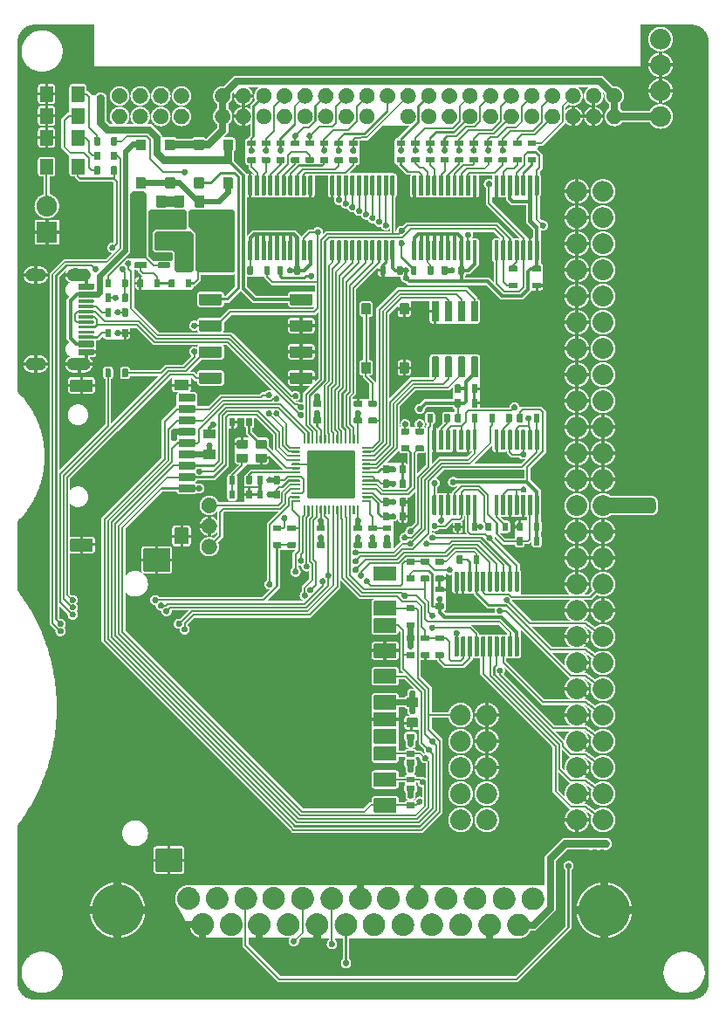
<source format=gtl>
%FSLAX46Y46*%
%MOMM*%
%LPD*%
G01*
%ADD10C,0.050000*%
D10*
%LPC*%
%LPC*%
G36*
X0073062975Y0100354470D02*
G01*
X0073124523Y0100352914D01*
X0073185713Y0100349817D01*
X0073246488Y0100345201D01*
X0073306830Y0100339083D01*
X0073366719Y0100331482D01*
X0073426137Y0100322416D01*
X0073485065Y0100311905D01*
X0073543484Y0100299968D01*
X0073601375Y0100286622D01*
X0073658718Y0100271886D01*
X0073715496Y0100255780D01*
X0073771689Y0100238322D01*
X0073827279Y0100219531D01*
X0073882246Y0100199425D01*
X0073936572Y0100178023D01*
X0073990239Y0100155345D01*
X0074043226Y0100131408D01*
X0074095517Y0100106232D01*
X0074147091Y0100079835D01*
X0074197930Y0100052236D01*
X0074248016Y0100023453D01*
X0074297330Y0099993506D01*
X0074345852Y0099962413D01*
X0074393565Y0099930193D01*
X0074440450Y0099896865D01*
X0074486488Y0099862447D01*
X0074531660Y0099826958D01*
X0074575948Y0099790416D01*
X0074619332Y0099752841D01*
X0074661796Y0099714251D01*
X0074703319Y0099674665D01*
X0074743883Y0099634101D01*
X0074783469Y0099592578D01*
X0074822059Y0099550115D01*
X0074859634Y0099506730D01*
X0074896176Y0099462442D01*
X0074931665Y0099417270D01*
X0074966083Y0099371232D01*
X0074999411Y0099324347D01*
X0075031631Y0099276634D01*
X0075062724Y0099228112D01*
X0075092671Y0099178798D01*
X0075121453Y0099128712D01*
X0075149052Y0099077873D01*
X0075175449Y0099026299D01*
X0075200626Y0098974009D01*
X0075224563Y0098921021D01*
X0075247241Y0098867355D01*
X0075268643Y0098813028D01*
X0075288748Y0098758061D01*
X0075307540Y0098702472D01*
X0075324998Y0098646278D01*
X0075341104Y0098589501D01*
X0075355839Y0098532157D01*
X0075369185Y0098474266D01*
X0075381123Y0098415848D01*
X0075391634Y0098356920D01*
X0075400699Y0098297502D01*
X0075408301Y0098237612D01*
X0075414419Y0098177270D01*
X0075419035Y0098116495D01*
X0075422131Y0098055305D01*
X0075423688Y0097993757D01*
X0075423819Y0097962807D01*
X0075423819Y0006593373D01*
X0075423688Y0006562423D01*
X0075422131Y0006500875D01*
X0075419035Y0006439685D01*
X0075414419Y0006378910D01*
X0075408301Y0006318568D01*
X0075400699Y0006258679D01*
X0075391634Y0006199261D01*
X0075381123Y0006140333D01*
X0075369185Y0006081914D01*
X0075355839Y0006024023D01*
X0075341104Y0005966680D01*
X0075324998Y0005909902D01*
X0075307540Y0005853709D01*
X0075288748Y0005798119D01*
X0075268643Y0005743152D01*
X0075247241Y0005688826D01*
X0075224563Y0005635159D01*
X0075200626Y0005582172D01*
X0075175449Y0005529881D01*
X0075149052Y0005478307D01*
X0075121453Y0005427468D01*
X0075092671Y0005377382D01*
X0075062724Y0005328068D01*
X0075031631Y0005279546D01*
X0074999411Y0005231833D01*
X0074966083Y0005184948D01*
X0074931665Y0005138910D01*
X0074896176Y0005093738D01*
X0074859634Y0005049450D01*
X0074822059Y0005006066D01*
X0074783469Y0004963602D01*
X0074743883Y0004922079D01*
X0074703319Y0004881515D01*
X0074661796Y0004841929D01*
X0074619332Y0004803339D01*
X0074575948Y0004765764D01*
X0074531660Y0004729222D01*
X0074486488Y0004693733D01*
X0074440450Y0004659315D01*
X0074393565Y0004625987D01*
X0074345852Y0004593767D01*
X0074297330Y0004562674D01*
X0074248016Y0004532727D01*
X0074197930Y0004503945D01*
X0074147091Y0004476346D01*
X0074095517Y0004449949D01*
X0074043226Y0004424772D01*
X0073990239Y0004400835D01*
X0073936572Y0004378157D01*
X0073882246Y0004356755D01*
X0073827279Y0004336650D01*
X0073771689Y0004317858D01*
X0073715496Y0004300400D01*
X0073658718Y0004284294D01*
X0073601375Y0004269559D01*
X0073543484Y0004256213D01*
X0073485065Y0004244275D01*
X0073426137Y0004233764D01*
X0073366719Y0004224699D01*
X0073306830Y0004217097D01*
X0073246488Y0004210979D01*
X0073185713Y0004206363D01*
X0073124523Y0004203267D01*
X0073062975Y0004201710D01*
X0073032025Y0004201579D01*
X0026091646Y0004201579D01*
X0026091646Y0004236857D01*
X0073031946Y0004236857D01*
X0073062456Y0004236986D01*
X0073123185Y0004238522D01*
X0073183484Y0004241573D01*
X0073243372Y0004246122D01*
X0073302829Y0004252150D01*
X0073361838Y0004259640D01*
X0073420378Y0004268571D01*
X0073478436Y0004278927D01*
X0073535988Y0004290688D01*
X0073593020Y0004303836D01*
X0073649513Y0004318352D01*
X0073705448Y0004334219D01*
X0073760806Y0004351418D01*
X0073815569Y0004369930D01*
X0073869720Y0004389737D01*
X0073923238Y0004410820D01*
X0073976109Y0004433163D01*
X0074028310Y0004456744D01*
X0074079827Y0004481548D01*
X0074130636Y0004507553D01*
X0074180724Y0004534745D01*
X0074230070Y0004563102D01*
X0074278654Y0004592606D01*
X0074326462Y0004623241D01*
X0074373472Y0004654986D01*
X0074419665Y0004687823D01*
X0074465026Y0004721735D01*
X0074509533Y0004756702D01*
X0074553171Y0004792707D01*
X0074595918Y0004829730D01*
X0074637757Y0004867753D01*
X0074678672Y0004906759D01*
X0074718639Y0004946726D01*
X0074757645Y0004987640D01*
X0074795668Y0005029480D01*
X0074832691Y0005072227D01*
X0074868696Y0005115865D01*
X0074903663Y0005160372D01*
X0074937575Y0005205733D01*
X0074970412Y0005251926D01*
X0075002157Y0005298936D01*
X0075032792Y0005346744D01*
X0075062296Y0005395328D01*
X0075090653Y0005444674D01*
X0075117845Y0005494762D01*
X0075143850Y0005545571D01*
X0075168654Y0005597088D01*
X0075192235Y0005649289D01*
X0075214578Y0005702160D01*
X0075235661Y0005755678D01*
X0075255468Y0005809829D01*
X0075273980Y0005864592D01*
X0075291179Y0005919950D01*
X0075307046Y0005975885D01*
X0075321562Y0006032377D01*
X0075334710Y0006089409D01*
X0075346471Y0006146962D01*
X0075356827Y0006205020D01*
X0075365758Y0006263560D01*
X0075373247Y0006322569D01*
X0075379276Y0006382026D01*
X0075383825Y0006441914D01*
X0075386876Y0006502213D01*
X0075388412Y0006562942D01*
X0075388541Y0006593451D01*
X0075388541Y0097962729D01*
X0075388412Y0097993238D01*
X0075386876Y0098053967D01*
X0075383825Y0098114267D01*
X0075379276Y0098174154D01*
X0075373247Y0098233612D01*
X0075365758Y0098292620D01*
X0075356827Y0098351161D01*
X0075346471Y0098409218D01*
X0075334710Y0098466771D01*
X0075321562Y0098523803D01*
X0075307046Y0098580296D01*
X0075291179Y0098636230D01*
X0075273980Y0098691588D01*
X0075255468Y0098746352D01*
X0075235661Y0098800503D01*
X0075214578Y0098854021D01*
X0075192235Y0098906891D01*
X0075168654Y0098959093D01*
X0075143850Y0099010609D01*
X0075117845Y0099061418D01*
X0075090653Y0099111506D01*
X0075062296Y0099160852D01*
X0075032792Y0099209436D01*
X0075002157Y0099257244D01*
X0074970412Y0099304254D01*
X0074937575Y0099350447D01*
X0074903663Y0099395808D01*
X0074868696Y0099440316D01*
X0074832691Y0099483953D01*
X0074795668Y0099526700D01*
X0074757645Y0099568540D01*
X0074718639Y0099609455D01*
X0074678672Y0099649421D01*
X0074637757Y0099688428D01*
X0074595918Y0099726451D01*
X0074553171Y0099763473D01*
X0074509533Y0099799478D01*
X0074465026Y0099834445D01*
X0074419665Y0099868358D01*
X0074373472Y0099901194D01*
X0074326462Y0099932939D01*
X0074278654Y0099963574D01*
X0074230070Y0099993078D01*
X0074180724Y0100021436D01*
X0074130636Y0100048627D01*
X0074079827Y0100074632D01*
X0074028310Y0100099436D01*
X0073976109Y0100123017D01*
X0073923238Y0100145360D01*
X0073869720Y0100166443D01*
X0073815569Y0100186250D01*
X0073760806Y0100204762D01*
X0073705448Y0100221961D01*
X0073649513Y0100237828D01*
X0073593020Y0100252345D01*
X0073535988Y0100265493D01*
X0073478436Y0100277253D01*
X0073420378Y0100287609D01*
X0073361838Y0100296541D01*
X0073302829Y0100304030D01*
X0073243372Y0100310058D01*
X0073183484Y0100314607D01*
X0073123185Y0100317659D01*
X0073062456Y0100319194D01*
X0073031946Y0100319323D01*
X0067218215Y0100319323D01*
X0067218215Y0096308244D01*
X0026091646Y0096308244D01*
X0026091646Y0096343521D01*
X0067182937Y0096343521D01*
X0067182937Y0100354601D01*
X0073032025Y0100354601D01*
G37*
G36*
X0015857346Y0096343521D02*
G01*
X0026091646Y0096343521D01*
X0026091646Y0096308244D01*
X0015822069Y0096308244D01*
X0015822069Y0100319323D01*
X0009133449Y0100319323D01*
X0009103022Y0100319194D01*
X0009042449Y0100317659D01*
X0008982295Y0100314607D01*
X0008922545Y0100310059D01*
X0008863214Y0100304030D01*
X0008804324Y0100296541D01*
X0008745889Y0100287610D01*
X0008687933Y0100277255D01*
X0008630469Y0100265494D01*
X0008573520Y0100252346D01*
X0008517102Y0100237829D01*
X0008461232Y0100221962D01*
X0008405935Y0100204764D01*
X0008351221Y0100186252D01*
X0008297114Y0100166445D01*
X0008243632Y0100145361D01*
X0008190794Y0100123019D01*
X0008138615Y0100099437D01*
X0008087118Y0100074634D01*
X0008036321Y0100048628D01*
X0007986239Y0100021436D01*
X0007936894Y0099993078D01*
X0007888306Y0099963574D01*
X0007840489Y0099932939D01*
X0007793465Y0099901193D01*
X0007747253Y0099868355D01*
X0007701871Y0099834443D01*
X0007657337Y0099799475D01*
X0007613670Y0099763470D01*
X0007570890Y0099726446D01*
X0007529014Y0099688422D01*
X0007488062Y0099649416D01*
X0007448051Y0099609447D01*
X0007409002Y0099568533D01*
X0007370932Y0099526692D01*
X0007333861Y0099483944D01*
X0007297807Y0099440307D01*
X0007262788Y0099395798D01*
X0007228824Y0099350437D01*
X0007195933Y0099304243D01*
X0007164133Y0099257232D01*
X0007133445Y0099209425D01*
X0007103885Y0099160839D01*
X0007075473Y0099111493D01*
X0007048228Y0099061405D01*
X0007022167Y0099010595D01*
X0006997311Y0098959079D01*
X0006973677Y0098906878D01*
X0006951283Y0098854008D01*
X0006930150Y0098800489D01*
X0006910294Y0098746338D01*
X0006891737Y0098691576D01*
X0006874493Y0098636217D01*
X0006858585Y0098580285D01*
X0006844029Y0098523792D01*
X0006830845Y0098466762D01*
X0006819051Y0098409208D01*
X0006808665Y0098351153D01*
X0006799708Y0098292612D01*
X0006792196Y0098233606D01*
X0006786149Y0098174150D01*
X0006781586Y0098114263D01*
X0006778525Y0098053965D01*
X0006776984Y0097993237D01*
X0006776855Y0097962728D01*
X0006776855Y0063652295D01*
X0006846438Y0063587971D01*
X0006993992Y0063445719D01*
X0007137938Y0063299783D01*
X0007278175Y0063150262D01*
X0007414628Y0062997232D01*
X0007547221Y0062840767D01*
X0007675880Y0062680940D01*
X0007800529Y0062517827D01*
X0007921094Y0062351501D01*
X0008037499Y0062182038D01*
X0008149669Y0062009511D01*
X0008257530Y0061833995D01*
X0008361005Y0061655565D01*
X0008460012Y0061474311D01*
X0008531158Y0061336454D01*
X0008577258Y0061243741D01*
X0008622193Y0061150378D01*
X0008665961Y0061056355D01*
X0008708554Y0060961683D01*
X0008749960Y0060866370D01*
X0008790172Y0060770427D01*
X0008829180Y0060673861D01*
X0008866974Y0060576684D01*
X0008903545Y0060478904D01*
X0008938883Y0060380530D01*
X0008972980Y0060281571D01*
X0009005825Y0060182038D01*
X0009037410Y0060081939D01*
X0009067725Y0059981283D01*
X0009096761Y0059880081D01*
X0009124507Y0059778340D01*
X0009150956Y0059676072D01*
X0009176097Y0059573284D01*
X0009199921Y0059469986D01*
X0009222419Y0059366188D01*
X0009243581Y0059261899D01*
X0009263397Y0059157128D01*
X0009281860Y0059051885D01*
X0009298958Y0058946179D01*
X0009314683Y0058840019D01*
X0009329026Y0058733414D01*
X0009341976Y0058626375D01*
X0009353525Y0058518909D01*
X0009363663Y0058411028D01*
X0009372381Y0058302739D01*
X0009379670Y0058194053D01*
X0009385519Y0058084978D01*
X0009389920Y0057975525D01*
X0009392864Y0057865701D01*
X0009394340Y0057755538D01*
X0009394463Y0057700280D01*
X0009394340Y0057645021D01*
X0009392864Y0057534852D01*
X0009389920Y0057425019D01*
X0009385519Y0057315551D01*
X0009379670Y0057206458D01*
X0009372381Y0057097749D01*
X0009363663Y0056989434D01*
X0009353525Y0056881522D01*
X0009341976Y0056774023D01*
X0009329026Y0056666947D01*
X0009314683Y0056560303D01*
X0009298958Y0056454101D01*
X0009281860Y0056348351D01*
X0009263398Y0056243061D01*
X0009243581Y0056138241D01*
X0009222419Y0056033902D01*
X0009199921Y0055930053D01*
X0009176097Y0055826702D01*
X0009150956Y0055723861D01*
X0009124508Y0055621538D01*
X0009096761Y0055519743D01*
X0009067726Y0055418485D01*
X0009037411Y0055317775D01*
X0009005826Y0055217621D01*
X0008972981Y0055118033D01*
X0008938884Y0055019021D01*
X0008903546Y0054920595D01*
X0008866975Y0054822763D01*
X0008829181Y0054725536D01*
X0008790173Y0054628923D01*
X0008749961Y0054532934D01*
X0008708555Y0054437577D01*
X0008665963Y0054342863D01*
X0008622194Y0054248802D01*
X0008577259Y0054155402D01*
X0008531167Y0054062674D01*
X0008483927Y0053970626D01*
X0008435539Y0053879253D01*
X0008360997Y0053743443D01*
X0008257530Y0053565003D01*
X0008149669Y0053389479D01*
X0008037498Y0053216966D01*
X0007921093Y0053047539D01*
X0007800527Y0052881274D01*
X0007675877Y0052718248D01*
X0007547217Y0052558538D01*
X0007414622Y0052402219D01*
X0007278168Y0052249369D01*
X0007137929Y0052100062D01*
X0006993980Y0051954376D01*
X0006846424Y0051812413D01*
X0006776855Y0051748252D01*
X0006776855Y0044396009D01*
X0006828827Y0044328768D01*
X0006938965Y0044183791D01*
X0007047684Y0044037663D01*
X0007154965Y0043890409D01*
X0007260797Y0043742037D01*
X0007365171Y0043592560D01*
X0007468076Y0043441986D01*
X0007569502Y0043290328D01*
X0007669438Y0043137594D01*
X0007767874Y0042983797D01*
X0007864799Y0042828945D01*
X0007960204Y0042673051D01*
X0008054078Y0042516123D01*
X0008146410Y0042358174D01*
X0008237191Y0042199213D01*
X0008326409Y0042039250D01*
X0008414055Y0041878297D01*
X0008500118Y0041716364D01*
X0008584588Y0041553460D01*
X0008667455Y0041389598D01*
X0008748707Y0041224787D01*
X0008828336Y0041059038D01*
X0008906330Y0040892361D01*
X0008982679Y0040724767D01*
X0009057372Y0040556267D01*
X0009130400Y0040386870D01*
X0009201753Y0040216588D01*
X0009271419Y0040045430D01*
X0009339388Y0039873408D01*
X0009405650Y0039700532D01*
X0009470195Y0039526812D01*
X0009533012Y0039352259D01*
X0009594092Y0039176884D01*
X0009653423Y0039000697D01*
X0009710995Y0038823708D01*
X0009766798Y0038645928D01*
X0009820822Y0038467367D01*
X0009873056Y0038288037D01*
X0009923490Y0038107947D01*
X0009972113Y0037927108D01*
X0010018916Y0037745530D01*
X0010063887Y0037563225D01*
X0010107017Y0037380203D01*
X0010148295Y0037196473D01*
X0010187711Y0037012047D01*
X0010225254Y0036826935D01*
X0010260915Y0036641148D01*
X0010294682Y0036454696D01*
X0010326546Y0036267590D01*
X0010356496Y0036079840D01*
X0010384521Y0035891457D01*
X0010410612Y0035702451D01*
X0010434758Y0035512833D01*
X0010456949Y0035322613D01*
X0010477174Y0035131802D01*
X0010495423Y0034940411D01*
X0010511686Y0034748449D01*
X0010525952Y0034555928D01*
X0010538211Y0034362858D01*
X0010548453Y0034169249D01*
X0010556667Y0033975112D01*
X0010562843Y0033780458D01*
X0010566971Y0033585297D01*
X0010569040Y0033389655D01*
X0010569212Y0033291608D01*
X0010569040Y0033193561D01*
X0010566971Y0032997919D01*
X0010562843Y0032802758D01*
X0010556667Y0032608103D01*
X0010548453Y0032413967D01*
X0010538211Y0032220358D01*
X0010525952Y0032027288D01*
X0010511686Y0031834767D01*
X0010495423Y0031642805D01*
X0010477174Y0031451413D01*
X0010456949Y0031260602D01*
X0010434758Y0031070383D01*
X0010410612Y0030880765D01*
X0010384521Y0030691759D01*
X0010356496Y0030503376D01*
X0010326546Y0030315626D01*
X0010294682Y0030128519D01*
X0010260915Y0029942067D01*
X0010225254Y0029756280D01*
X0010187711Y0029571169D01*
X0010148295Y0029386743D01*
X0010107017Y0029203013D01*
X0010063887Y0029019990D01*
X0010018916Y0028837685D01*
X0009972113Y0028656108D01*
X0009923490Y0028475269D01*
X0009873056Y0028295179D01*
X0009820822Y0028115849D01*
X0009766798Y0027937288D01*
X0009710995Y0027759508D01*
X0009653423Y0027582519D01*
X0009594092Y0027406332D01*
X0009533012Y0027230956D01*
X0009470195Y0027056403D01*
X0009405650Y0026882684D01*
X0009339388Y0026709808D01*
X0009271419Y0026537785D01*
X0009201753Y0026366628D01*
X0009130400Y0026196346D01*
X0009057372Y0026026949D01*
X0008982679Y0025858448D01*
X0008906330Y0025690854D01*
X0008828336Y0025524178D01*
X0008748707Y0025358428D01*
X0008667455Y0025193617D01*
X0008584588Y0025029755D01*
X0008500118Y0024866852D01*
X0008414055Y0024704919D01*
X0008326409Y0024543966D01*
X0008237191Y0024384003D01*
X0008146410Y0024225042D01*
X0008054078Y0024067092D01*
X0007960204Y0023910165D01*
X0007864799Y0023754270D01*
X0007767874Y0023599419D01*
X0007669438Y0023445621D01*
X0007569502Y0023292888D01*
X0007468076Y0023141229D01*
X0007365171Y0022990656D01*
X0007260797Y0022841178D01*
X0007154965Y0022692807D01*
X0007047684Y0022545552D01*
X0006938965Y0022399425D01*
X0006828827Y0022254447D01*
X0006776855Y0022187207D01*
X0006776855Y0006593452D01*
X0006776984Y0006562943D01*
X0006778525Y0006502215D01*
X0006781586Y0006441917D01*
X0006786149Y0006382030D01*
X0006792196Y0006322575D01*
X0006799708Y0006263568D01*
X0006808665Y0006205027D01*
X0006819051Y0006146972D01*
X0006830845Y0006089418D01*
X0006844029Y0006032388D01*
X0006858585Y0005975896D01*
X0006874493Y0005919963D01*
X0006891737Y0005864604D01*
X0006910294Y0005809842D01*
X0006930150Y0005755691D01*
X0006951283Y0005702173D01*
X0006973677Y0005649302D01*
X0006997311Y0005597101D01*
X0007022167Y0005545585D01*
X0007048228Y0005494775D01*
X0007075473Y0005444687D01*
X0007103885Y0005395342D01*
X0007133445Y0005346756D01*
X0007164133Y0005298948D01*
X0007195933Y0005251938D01*
X0007228824Y0005205744D01*
X0007262788Y0005160383D01*
X0007297807Y0005115873D01*
X0007333861Y0005072236D01*
X0007370932Y0005029488D01*
X0007409002Y0004987648D01*
X0007448051Y0004946733D01*
X0007488062Y0004906764D01*
X0007529014Y0004867758D01*
X0007570890Y0004829735D01*
X0007613670Y0004792711D01*
X0007657337Y0004756705D01*
X0007701871Y0004721737D01*
X0007747253Y0004687825D01*
X0007793465Y0004654988D01*
X0007840489Y0004623241D01*
X0007888306Y0004592607D01*
X0007936894Y0004563102D01*
X0007986239Y0004534744D01*
X0008036321Y0004507553D01*
X0008087118Y0004481547D01*
X0008138615Y0004456744D01*
X0008190794Y0004433161D01*
X0008243632Y0004410820D01*
X0008297114Y0004389736D01*
X0008351221Y0004369928D01*
X0008405935Y0004351416D01*
X0008461232Y0004334218D01*
X0008517102Y0004318351D01*
X0008573520Y0004303834D01*
X0008630469Y0004290687D01*
X0008687933Y0004278926D01*
X0008745889Y0004268571D01*
X0008804324Y0004259639D01*
X0008863214Y0004252150D01*
X0008922545Y0004246122D01*
X0008982295Y0004241573D01*
X0009042449Y0004238522D01*
X0009103022Y0004236986D01*
X0009133449Y0004236857D01*
X0026091646Y0004236857D01*
X0026091646Y0004201579D01*
X0009133371Y0004201579D01*
X0009102502Y0004201710D01*
X0009041108Y0004203267D01*
X0008980063Y0004206363D01*
X0008919422Y0004210980D01*
X0008859205Y0004217098D01*
X0008799432Y0004224699D01*
X0008740121Y0004233765D01*
X0008681292Y0004244276D01*
X0008622964Y0004256214D01*
X0008565155Y0004269560D01*
X0008507886Y0004284295D01*
X0008451174Y0004300402D01*
X0008395040Y0004317860D01*
X0008339502Y0004336651D01*
X0008284580Y0004356757D01*
X0008230292Y0004378158D01*
X0008176657Y0004400837D01*
X0008123695Y0004424773D01*
X0008071424Y0004449949D01*
X0008019863Y0004476346D01*
X0007969031Y0004503945D01*
X0007918948Y0004532727D01*
X0007869632Y0004562674D01*
X0007821101Y0004593766D01*
X0007773376Y0004625985D01*
X0007726475Y0004659313D01*
X0007680416Y0004693731D01*
X0007635219Y0004729219D01*
X0007590903Y0004765760D01*
X0007547486Y0004803334D01*
X0007504988Y0004841924D01*
X0007463427Y0004881509D01*
X0007422822Y0004922073D01*
X0007383192Y0004963595D01*
X0007344556Y0005006057D01*
X0007306933Y0005049442D01*
X0007270342Y0005093729D01*
X0007234802Y0005138900D01*
X0007200331Y0005184937D01*
X0007166949Y0005231822D01*
X0007134675Y0005279534D01*
X0007103527Y0005328056D01*
X0007073525Y0005377369D01*
X0007044688Y0005427455D01*
X0007017033Y0005478294D01*
X0006990581Y0005529868D01*
X0006965351Y0005582158D01*
X0006941361Y0005635146D01*
X0006918630Y0005688812D01*
X0006897178Y0005743139D01*
X0006877023Y0005798106D01*
X0006858185Y0005853696D01*
X0006840682Y0005909890D01*
X0006824533Y0005966668D01*
X0006809757Y0006024013D01*
X0006796374Y0006081904D01*
X0006784402Y0006140323D01*
X0006773861Y0006199252D01*
X0006764768Y0006258672D01*
X0006757144Y0006318562D01*
X0006751007Y0006378905D01*
X0006746376Y0006439682D01*
X0006743270Y0006500873D01*
X0006741708Y0006562422D01*
X0006741577Y0006593373D01*
X0006741577Y0022199252D01*
X0006800827Y0022275907D01*
X0006910766Y0022420623D01*
X0007019275Y0022566469D01*
X0007126348Y0022713438D01*
X0007231974Y0022861519D01*
X0007336146Y0023010708D01*
X0007438850Y0023160987D01*
X0007540079Y0023312352D01*
X0007639821Y0023464789D01*
X0007738064Y0023618285D01*
X0007834803Y0023772839D01*
X0007930021Y0023928428D01*
X0008023712Y0024085050D01*
X0008115864Y0024242690D01*
X0008206468Y0024401343D01*
X0008295512Y0024560993D01*
X0008382988Y0024721634D01*
X0008468883Y0024883251D01*
X0008553187Y0025045835D01*
X0008635893Y0025209378D01*
X0008716985Y0025373864D01*
X0008796461Y0025539295D01*
X0008874300Y0025705643D01*
X0008950501Y0025872910D01*
X0009025047Y0026041078D01*
X0009097933Y0026210146D01*
X0009169147Y0026380097D01*
X0009238675Y0026550916D01*
X0009306512Y0026722604D01*
X0009372644Y0026895138D01*
X0009437064Y0027068522D01*
X0009499757Y0027242731D01*
X0009560716Y0027417761D01*
X0009619932Y0027593606D01*
X0009677391Y0027770247D01*
X0009733085Y0027947678D01*
X0009787003Y0028125890D01*
X0009839134Y0028304868D01*
X0009889469Y0028484606D01*
X0009937998Y0028665090D01*
X0009984709Y0028846313D01*
X0010029592Y0029028260D01*
X0010072638Y0029210925D01*
X0010113835Y0029394296D01*
X0010153174Y0029578364D01*
X0010190644Y0029763112D01*
X0010226234Y0029948533D01*
X0010259936Y0030134625D01*
X0010291738Y0030321367D01*
X0010321629Y0030508749D01*
X0010349600Y0030696766D01*
X0010375640Y0030885404D01*
X0010399740Y0031074656D01*
X0010421887Y0031264505D01*
X0010442073Y0031454946D01*
X0010460287Y0031645971D01*
X0010476518Y0031837558D01*
X0010490757Y0032029710D01*
X0010502992Y0032222407D01*
X0010513214Y0032415645D01*
X0010521413Y0032609407D01*
X0010527577Y0032803692D01*
X0010531697Y0032998478D01*
X0010533762Y0033193779D01*
X0010533935Y0033291608D01*
X0010533762Y0033389437D01*
X0010531697Y0033584738D01*
X0010527577Y0033779523D01*
X0010521413Y0033973809D01*
X0010513214Y0034167571D01*
X0010502992Y0034360809D01*
X0010490757Y0034553506D01*
X0010476518Y0034745658D01*
X0010460287Y0034937245D01*
X0010442073Y0035128269D01*
X0010421887Y0035318711D01*
X0010399740Y0035508560D01*
X0010375640Y0035697812D01*
X0010349600Y0035886449D01*
X0010321629Y0036074466D01*
X0010291738Y0036261848D01*
X0010259936Y0036448591D01*
X0010226234Y0036634682D01*
X0010190644Y0036820104D01*
X0010153174Y0037004852D01*
X0010113835Y0037188919D01*
X0010072638Y0037372290D01*
X0010029592Y0037554955D01*
X0009984709Y0037736903D01*
X0009937998Y0037918125D01*
X0009889469Y0038098610D01*
X0009839134Y0038278347D01*
X0009787003Y0038457325D01*
X0009733085Y0038635538D01*
X0009677391Y0038812969D01*
X0009619932Y0038989610D01*
X0009560716Y0039165455D01*
X0009499757Y0039340485D01*
X0009437064Y0039514693D01*
X0009372644Y0039688077D01*
X0009306512Y0039860612D01*
X0009238675Y0040032300D01*
X0009169147Y0040203119D01*
X0009097933Y0040373070D01*
X0009025047Y0040542137D01*
X0008950501Y0040710305D01*
X0008874300Y0040877573D01*
X0008796461Y0041043921D01*
X0008716985Y0041209351D01*
X0008635893Y0041373838D01*
X0008553187Y0041537381D01*
X0008468883Y0041699965D01*
X0008382988Y0041861581D01*
X0008295512Y0042022223D01*
X0008206468Y0042181872D01*
X0008115864Y0042340526D01*
X0008023712Y0042498166D01*
X0007930021Y0042654788D01*
X0007834803Y0042810377D01*
X0007738064Y0042964931D01*
X0007639821Y0043118427D01*
X0007540079Y0043270864D01*
X0007438850Y0043422229D01*
X0007336146Y0043572507D01*
X0007231974Y0043721696D01*
X0007126348Y0043869778D01*
X0007019275Y0044016747D01*
X0006910766Y0044162592D01*
X0006800827Y0044307309D01*
X0006741577Y0044383964D01*
X0006741577Y0051763707D01*
X0006822235Y0051838094D01*
X0006969200Y0051979489D01*
X0007112521Y0052124540D01*
X0007252148Y0052273195D01*
X0007388008Y0052425380D01*
X0007520025Y0052581017D01*
X0007648124Y0052740032D01*
X0007772230Y0052902346D01*
X0007892270Y0053067885D01*
X0008008168Y0053236573D01*
X0008119849Y0053408333D01*
X0008227238Y0053583089D01*
X0008330270Y0053760781D01*
X0008404486Y0053895994D01*
X0008452646Y0053986938D01*
X0008499677Y0054078577D01*
X0008545569Y0054170903D01*
X0008590305Y0054263890D01*
X0008633882Y0054357540D01*
X0008676286Y0054451836D01*
X0008717512Y0054546776D01*
X0008757547Y0054642344D01*
X0008796383Y0054738531D01*
X0008834010Y0054835330D01*
X0008870421Y0054932734D01*
X0008905603Y0055030725D01*
X0008939550Y0055129301D01*
X0008972251Y0055228451D01*
X0009003697Y0055328165D01*
X0009033879Y0055428433D01*
X0009062786Y0055529242D01*
X0009090411Y0055630592D01*
X0009116743Y0055732466D01*
X0009141773Y0055834851D01*
X0009165493Y0055937750D01*
X0009187892Y0056041144D01*
X0009208961Y0056145025D01*
X0009228690Y0056249385D01*
X0009247072Y0056354212D01*
X0009264096Y0056459502D01*
X0009279751Y0056565236D01*
X0009294032Y0056671417D01*
X0009306926Y0056778027D01*
X0009318424Y0056885055D01*
X0009328518Y0056992500D01*
X0009337198Y0057100343D01*
X0009344455Y0057208582D01*
X0009350279Y0057317206D01*
X0009354662Y0057426198D01*
X0009357592Y0057535563D01*
X0009359063Y0057645296D01*
X0009359186Y0057700280D01*
X0009359063Y0057755263D01*
X0009357592Y0057864991D01*
X0009354662Y0057974345D01*
X0009350280Y0058083323D01*
X0009344455Y0058191928D01*
X0009337198Y0058300146D01*
X0009328518Y0058407960D01*
X0009318424Y0058515376D01*
X0009306926Y0058622370D01*
X0009294032Y0058728944D01*
X0009279752Y0058835082D01*
X0009264096Y0058940776D01*
X0009247072Y0059046021D01*
X0009228690Y0059150803D01*
X0009208961Y0059255112D01*
X0009187892Y0059358944D01*
X0009165493Y0059462286D01*
X0009141774Y0059565129D01*
X0009116744Y0059667463D01*
X0009090412Y0059769282D01*
X0009062787Y0059870575D01*
X0009033879Y0059971332D01*
X0009003698Y0060071544D01*
X0008972252Y0060171203D01*
X0008939552Y0060270296D01*
X0008905605Y0060368820D01*
X0008870422Y0060466760D01*
X0008834012Y0060564111D01*
X0008796384Y0060660861D01*
X0008757548Y0060757002D01*
X0008717513Y0060852524D01*
X0008676288Y0060947417D01*
X0008633884Y0061041672D01*
X0008590307Y0061135284D01*
X0008545568Y0061228239D01*
X0008499688Y0061320510D01*
X0008428853Y0061457763D01*
X0008330262Y0061638257D01*
X0008227238Y0061815908D01*
X0008119849Y0061990658D01*
X0008008167Y0062162433D01*
X0007892268Y0062331159D01*
X0007772228Y0062496762D01*
X0007648121Y0062659165D01*
X0007520019Y0062818299D01*
X0007388003Y0062974085D01*
X0007252140Y0063126453D01*
X0007112510Y0063275326D01*
X0006969188Y0063420630D01*
X0006822220Y0063562316D01*
X0006741577Y0063636864D01*
X0006741577Y0097962807D01*
X0006741708Y0097993758D01*
X0006743270Y0098055307D01*
X0006746376Y0098116498D01*
X0006751007Y0098177275D01*
X0006757144Y0098237618D01*
X0006764768Y0098297509D01*
X0006773861Y0098356928D01*
X0006784402Y0098415857D01*
X0006796374Y0098474276D01*
X0006809757Y0098532168D01*
X0006824533Y0098589512D01*
X0006840682Y0098646290D01*
X0006858185Y0098702484D01*
X0006877023Y0098758074D01*
X0006897178Y0098813042D01*
X0006918630Y0098867368D01*
X0006941361Y0098921034D01*
X0006965351Y0098974022D01*
X0006990581Y0099026312D01*
X0007017033Y0099077886D01*
X0007044688Y0099128725D01*
X0007073525Y0099178811D01*
X0007103527Y0099228124D01*
X0007134675Y0099276646D01*
X0007166949Y0099324359D01*
X0007200331Y0099371243D01*
X0007234802Y0099417280D01*
X0007270342Y0099462451D01*
X0007306933Y0099506739D01*
X0007344556Y0099550123D01*
X0007383192Y0099592585D01*
X0007422822Y0099634108D01*
X0007463427Y0099674671D01*
X0007504988Y0099714257D01*
X0007547486Y0099752846D01*
X0007590903Y0099790420D01*
X0007635219Y0099826961D01*
X0007680416Y0099862450D01*
X0007726475Y0099896867D01*
X0007773376Y0099930195D01*
X0007821101Y0099962414D01*
X0007869632Y0099993507D01*
X0007918948Y0100023453D01*
X0007969031Y0100052235D01*
X0008019863Y0100079834D01*
X0008071424Y0100106231D01*
X0008123695Y0100131407D01*
X0008176657Y0100155343D01*
X0008230292Y0100178022D01*
X0008284580Y0100199423D01*
X0008339502Y0100219529D01*
X0008395040Y0100238321D01*
X0008451174Y0100255779D01*
X0008507886Y0100271885D01*
X0008565155Y0100286620D01*
X0008622964Y0100299967D01*
X0008681292Y0100311904D01*
X0008740121Y0100322416D01*
X0008799432Y0100331481D01*
X0008859205Y0100339082D01*
X0008919422Y0100345201D01*
X0008980063Y0100349817D01*
X0009041108Y0100352914D01*
X0009102502Y0100354470D01*
X0009133371Y0100354601D01*
X0015857346Y0100354601D01*
G37*
%LPD*%
%LPD*%
G36*
X0038142298Y0010382240D02*
G01*
X0037965909Y0010382240D01*
X0037965909Y0014467403D01*
X0038142298Y0014467403D01*
G37*
%LPD*%
%LPD*%
G36*
X0035295384Y0011471069D02*
G01*
X0034496970Y0010672655D01*
X0034372244Y0010797381D01*
X0035118995Y0011544132D01*
X0035118995Y0014467403D01*
X0035295384Y0014467403D01*
G37*
%LPD*%
%LPD*%
G36*
X0039514602Y0008533686D02*
G01*
X0039338213Y0008533686D01*
X0039338213Y0012276655D01*
X0039514602Y0012276655D01*
G37*
%LPD*%
%LPD*%
G36*
X0061104582Y0011982596D02*
G01*
X0056011729Y0006889744D01*
X0032923438Y0006889744D01*
X0029580389Y0010236376D01*
X0029580389Y0014770792D01*
X0029756778Y0014770792D01*
X0029756778Y0010309383D01*
X0032996556Y0007066132D01*
X0055938666Y0007066132D01*
X0060928193Y0012055659D01*
X0060928193Y0017966955D01*
X0061104582Y0017966955D01*
G37*
%LPD*%
%LPD*%
G36*
X0023519673Y0058889140D02*
G01*
X0023094065Y0058889140D01*
X0022634201Y0058429275D01*
X0022634201Y0057134582D01*
X0016774568Y0051274949D01*
X0016774568Y0040210827D01*
X0034735721Y0022249674D01*
X0046434842Y0022249674D01*
X0047730789Y0023545620D01*
X0047730789Y0028831247D01*
X0046672456Y0029889580D01*
X0046672456Y0034821408D01*
X0045231871Y0036261994D01*
X0042700182Y0036261994D01*
X0042700182Y0036438383D01*
X0045304934Y0036438383D01*
X0046848845Y0034894471D01*
X0046848845Y0029962642D01*
X0047907178Y0028904310D01*
X0047907178Y0023472558D01*
X0046507905Y0022073285D01*
X0034662659Y0022073285D01*
X0016598179Y0040137765D01*
X0016598179Y0051348011D01*
X0022457812Y0057207645D01*
X0022457812Y0058502338D01*
X0023021003Y0059065528D01*
X0023519673Y0059065528D01*
G37*
%LPD*%
%LPD*%
G36*
X0032056887Y0063524635D02*
G01*
X0031390972Y0063524635D01*
X0031172250Y0063309441D01*
X0027341506Y0063309441D01*
X0026212618Y0062180553D01*
X0023055260Y0062180553D01*
X0021918063Y0061043356D01*
X0021918063Y0057448570D01*
X0016069013Y0051595992D01*
X0016069013Y0039875689D01*
X0034400583Y0021544119D01*
X0046699425Y0021544119D01*
X0048432816Y0023277510D01*
X0048432816Y0030076552D01*
X0047374484Y0031134884D01*
X0047374484Y0035117741D01*
X0046316151Y0036176074D01*
X0046316151Y0042773664D01*
X0046229575Y0042862460D01*
X0043317543Y0042862460D01*
X0043317543Y0043038849D01*
X0046303949Y0043038849D01*
X0046492540Y0042845423D01*
X0046492540Y0036249136D01*
X0047550872Y0035190804D01*
X0047550872Y0031207947D01*
X0048609205Y0030149614D01*
X0048609205Y0023204447D01*
X0046772488Y0021367730D01*
X0034327520Y0021367730D01*
X0015892624Y0039802626D01*
X0015892624Y0051669023D01*
X0021741674Y0057521601D01*
X0021741674Y0061116419D01*
X0022982197Y0062356942D01*
X0026139555Y0062356942D01*
X0027268443Y0063485830D01*
X0031100026Y0063485830D01*
X0031318748Y0063701024D01*
X0032056887Y0063701024D01*
G37*
%LPD*%
%LPD*%
G36*
X0032684831Y0063175386D02*
G01*
X0032369051Y0063175386D01*
X0032175023Y0062977830D01*
X0027479089Y0062977830D01*
X0025581146Y0061079887D01*
X0023090538Y0061079887D01*
X0022274368Y0060263718D01*
X0022274368Y0057289820D01*
X0016421790Y0051433714D01*
X0016421790Y0040045022D01*
X0034569916Y0021896896D01*
X0046561842Y0021896896D01*
X0048083566Y0023418621D01*
X0048083566Y0029663802D01*
X0047025234Y0030722134D01*
X0047025234Y0034969575D01*
X0044897986Y0037096823D01*
X0044897986Y0040737486D01*
X0044434594Y0041200878D01*
X0043194071Y0041200878D01*
X0043194071Y0041377267D01*
X0044507657Y0041377267D01*
X0045074375Y0040810549D01*
X0045074375Y0037169886D01*
X0047201623Y0035042638D01*
X0047201623Y0030795197D01*
X0048259955Y0029736865D01*
X0048259955Y0023345558D01*
X0046634905Y0021720508D01*
X0034496853Y0021720508D01*
X0016245402Y0039971959D01*
X0016245402Y0051506746D01*
X0022097979Y0057362851D01*
X0022097979Y0060336781D01*
X0023017475Y0061256276D01*
X0025508084Y0061256276D01*
X0027406026Y0063154219D01*
X0032101028Y0063154219D01*
X0032295056Y0063351774D01*
X0032684831Y0063351774D01*
G37*
%LPD*%
%LPD*%
G36*
X0023720756Y0055580087D02*
G01*
X0022123927Y0055580087D01*
X0017480123Y0050936282D01*
X0017480123Y0040560077D01*
X0035074388Y0022965812D01*
X0046159775Y0022965812D01*
X0047025234Y0023827942D01*
X0047025234Y0025797542D01*
X0046575772Y0026250170D01*
X0043317543Y0026250170D01*
X0043317543Y0026426559D01*
X0046649197Y0026426559D01*
X0047201623Y0025870243D01*
X0047201623Y0023754680D01*
X0046232639Y0022789423D01*
X0035001325Y0022789423D01*
X0017303734Y0040487014D01*
X0017303734Y0051009345D01*
X0022050865Y0055756476D01*
X0023720756Y0055756476D01*
G37*
%LPD*%
%LPD*%
G36*
X0024528616Y0056691336D02*
G01*
X0022720121Y0056691336D01*
X0017127345Y0051098560D01*
X0017127345Y0040383688D01*
X0034897999Y0022613034D01*
X0046311289Y0022613034D01*
X0047378011Y0023683122D01*
X0047378011Y0028016445D01*
X0046628756Y0028769001D01*
X0043303432Y0028769001D01*
X0043303432Y0028945390D01*
X0046702046Y0028945390D01*
X0047554400Y0028089281D01*
X0047554400Y0023610222D01*
X0046384514Y0022436646D01*
X0034824936Y0022436646D01*
X0016950956Y0040310626D01*
X0016950956Y0051171623D01*
X0022647059Y0056867725D01*
X0024528616Y0056867725D01*
G37*
%LPD*%
%LPD*%
G36*
X0025188310Y0054482949D02*
G01*
X0021552428Y0054482949D01*
X0017832900Y0050763421D01*
X0017832900Y0040722354D01*
X0035233137Y0023322117D01*
X0041189041Y0023322117D01*
X0041799346Y0023932422D01*
X0046181167Y0023932422D01*
X0046437626Y0024185676D01*
X0046561565Y0024060168D01*
X0046253580Y0023756033D01*
X0041872409Y0023756033D01*
X0041262104Y0023145728D01*
X0035160075Y0023145728D01*
X0017656511Y0040649292D01*
X0017656511Y0050836484D01*
X0021479365Y0054659338D01*
X0025188310Y0054659338D01*
G37*
%LPD*%
%LPD*%
G36*
X0014206348Y0073201321D02*
G01*
X0013376300Y0073201321D01*
X0012883432Y0072708453D01*
X0012883432Y0069270659D01*
X0013390112Y0068766908D01*
X0014171070Y0068766908D01*
X0014171070Y0068414131D01*
X0013244585Y0068414131D01*
X0012530655Y0069123934D01*
X0012530655Y0072854578D01*
X0013230175Y0073554098D01*
X0014206348Y0073554098D01*
G37*
%LPD*%
%LPD*%
G36*
X0014104042Y0071645572D02*
G01*
X0013382568Y0071645572D01*
X0013239738Y0071500144D01*
X0013239738Y0070972572D01*
X0013389608Y0070820073D01*
X0013779487Y0070820073D01*
X0013779487Y0070643684D01*
X0013315645Y0070643684D01*
X0013063349Y0070900407D01*
X0013063349Y0071572278D01*
X0013308573Y0071821961D01*
X0014104042Y0071821961D01*
G37*
%LPD*%
%LPD*%
G36*
X0015352875Y0071068271D02*
G01*
X0015352875Y0070395951D01*
X0015107650Y0070146268D01*
X0014308653Y0070146268D01*
X0014308653Y0070322657D01*
X0015033655Y0070322657D01*
X0015176486Y0070468084D01*
X0015176486Y0070995208D01*
X0015027066Y0071144628D01*
X0014633209Y0071144628D01*
X0014633209Y0071321017D01*
X0015100128Y0071321017D01*
G37*
%LPD*%
%LPD*%
G36*
X0016116127Y0070865934D02*
G01*
X0019393430Y0070865934D01*
X0021069123Y0069190241D01*
X0028142311Y0069190241D01*
X0034534638Y0062797914D01*
X0034830971Y0062797914D01*
X0035124913Y0062503971D01*
X0035000188Y0062379246D01*
X0034757908Y0062621525D01*
X0034461575Y0062621525D01*
X0028069248Y0069013852D01*
X0020996060Y0069013852D01*
X0019320367Y0070689545D01*
X0016043065Y0070689545D01*
X0015087038Y0071645572D01*
X0014104042Y0071645572D01*
X0014104042Y0071821961D01*
X0015160101Y0071821961D01*
G37*
%LPD*%
G36*
X0040602510Y0051738078D02*
G01*
X0040632751Y0051735007D01*
X0040662032Y0051729016D01*
X0040690200Y0051720254D01*
X0040717106Y0051708874D01*
X0040742599Y0051695025D01*
X0040766528Y0051678859D01*
X0040788743Y0051660526D01*
X0040809092Y0051640177D01*
X0040827425Y0051617963D01*
X0040843591Y0051594034D01*
X0040857440Y0051568541D01*
X0040868820Y0051541635D01*
X0040877581Y0051513466D01*
X0040883573Y0051484186D01*
X0040886644Y0051453944D01*
X0040886906Y0051438480D01*
X0040886644Y0051423015D01*
X0040883573Y0051392774D01*
X0040877581Y0051363494D01*
X0040868820Y0051335325D01*
X0040857440Y0051308419D01*
X0040843591Y0051282926D01*
X0040827425Y0051258997D01*
X0040809092Y0051236782D01*
X0040788743Y0051216433D01*
X0040766528Y0051198100D01*
X0040742599Y0051181934D01*
X0040717106Y0051168086D01*
X0040690200Y0051156705D01*
X0040662032Y0051147944D01*
X0040632751Y0051141952D01*
X0040602510Y0051138881D01*
X0040587045Y0051138619D01*
X0040571581Y0051138881D01*
X0040541340Y0051141952D01*
X0040512059Y0051147944D01*
X0040483891Y0051156705D01*
X0040456985Y0051168086D01*
X0040431492Y0051181934D01*
X0040407563Y0051198100D01*
X0040385348Y0051216433D01*
X0040364999Y0051236782D01*
X0040346666Y0051258997D01*
X0040330500Y0051282926D01*
X0040316651Y0051308419D01*
X0040305271Y0051335325D01*
X0040296510Y0051363494D01*
X0040290518Y0051392774D01*
X0040287447Y0051423015D01*
X0040287185Y0051438480D01*
X0040287447Y0051453944D01*
X0040290518Y0051484186D01*
X0040296510Y0051513466D01*
X0040305271Y0051541635D01*
X0040316651Y0051568541D01*
X0040330500Y0051594034D01*
X0040346666Y0051617963D01*
X0040364999Y0051640177D01*
X0040385348Y0051660526D01*
X0040407563Y0051678859D01*
X0040431492Y0051695025D01*
X0040456985Y0051708874D01*
X0040483891Y0051720254D01*
X0040512059Y0051729016D01*
X0040541340Y0051735007D01*
X0040571581Y0051738078D01*
X0040587045Y0051738341D01*
G37*
%LPD*%
G36*
X0032033546Y0054274548D02*
G01*
X0032063787Y0054271477D01*
X0032093067Y0054265485D01*
X0032121236Y0054256724D01*
X0032148142Y0054245344D01*
X0032173635Y0054231495D01*
X0032197564Y0054215329D01*
X0032219779Y0054196996D01*
X0032240128Y0054176647D01*
X0032258461Y0054154433D01*
X0032274627Y0054130504D01*
X0032288475Y0054105011D01*
X0032299856Y0054078104D01*
X0032308617Y0054049936D01*
X0032314609Y0054020656D01*
X0032317680Y0053990414D01*
X0032317942Y0053974950D01*
X0032317680Y0053959485D01*
X0032314609Y0053929244D01*
X0032308617Y0053899963D01*
X0032299856Y0053871795D01*
X0032288475Y0053844889D01*
X0032274627Y0053819396D01*
X0032258461Y0053795467D01*
X0032240128Y0053773252D01*
X0032219779Y0053752903D01*
X0032197564Y0053734570D01*
X0032173635Y0053718404D01*
X0032148142Y0053704556D01*
X0032121236Y0053693175D01*
X0032093067Y0053684414D01*
X0032063787Y0053678422D01*
X0032033546Y0053675351D01*
X0032018081Y0053675089D01*
X0032002617Y0053675351D01*
X0031972375Y0053678422D01*
X0031943095Y0053684414D01*
X0031914926Y0053693175D01*
X0031888020Y0053704556D01*
X0031862527Y0053718404D01*
X0031838598Y0053734570D01*
X0031816384Y0053752903D01*
X0031796035Y0053773252D01*
X0031777702Y0053795467D01*
X0031761536Y0053819396D01*
X0031747687Y0053844889D01*
X0031736307Y0053871795D01*
X0031727545Y0053899963D01*
X0031721554Y0053929244D01*
X0031718483Y0053959485D01*
X0031718220Y0053974950D01*
X0031718483Y0053990414D01*
X0031721554Y0054020656D01*
X0031727545Y0054049936D01*
X0031736307Y0054078104D01*
X0031747687Y0054105011D01*
X0031761536Y0054130504D01*
X0031777702Y0054154433D01*
X0031796035Y0054176647D01*
X0031816384Y0054196996D01*
X0031838598Y0054215329D01*
X0031862527Y0054231495D01*
X0031888020Y0054245344D01*
X0031914926Y0054256724D01*
X0031943095Y0054265485D01*
X0031972375Y0054271477D01*
X0032002617Y0054274548D01*
X0032018081Y0054274810D01*
G37*
%LPD*%
G36*
X0032033546Y0055685658D02*
G01*
X0032063787Y0055682587D01*
X0032093067Y0055676595D01*
X0032121236Y0055667834D01*
X0032148142Y0055656454D01*
X0032173635Y0055642605D01*
X0032197564Y0055626439D01*
X0032219779Y0055608106D01*
X0032240128Y0055587757D01*
X0032258461Y0055565542D01*
X0032274627Y0055541613D01*
X0032288475Y0055516120D01*
X0032299856Y0055489214D01*
X0032308617Y0055461046D01*
X0032314609Y0055431765D01*
X0032317680Y0055401524D01*
X0032317942Y0055386059D01*
X0032317680Y0055370595D01*
X0032314609Y0055340354D01*
X0032308617Y0055311073D01*
X0032299856Y0055282905D01*
X0032288475Y0055255998D01*
X0032274627Y0055230506D01*
X0032258461Y0055206576D01*
X0032240128Y0055184362D01*
X0032219779Y0055164013D01*
X0032197564Y0055145680D01*
X0032173635Y0055129514D01*
X0032148142Y0055115665D01*
X0032121236Y0055104285D01*
X0032093067Y0055095524D01*
X0032063787Y0055089532D01*
X0032033546Y0055086461D01*
X0032018081Y0055086199D01*
X0032002617Y0055086461D01*
X0031972375Y0055089532D01*
X0031943095Y0055095524D01*
X0031914926Y0055104285D01*
X0031888020Y0055115665D01*
X0031862527Y0055129514D01*
X0031838598Y0055145680D01*
X0031816384Y0055164013D01*
X0031796035Y0055184362D01*
X0031777702Y0055206576D01*
X0031761536Y0055230506D01*
X0031747687Y0055255998D01*
X0031736307Y0055282905D01*
X0031727545Y0055311073D01*
X0031721554Y0055340354D01*
X0031718483Y0055370595D01*
X0031718220Y0055386059D01*
X0031718483Y0055401524D01*
X0031721554Y0055431765D01*
X0031727545Y0055461046D01*
X0031736307Y0055489214D01*
X0031747687Y0055516120D01*
X0031761536Y0055541613D01*
X0031777702Y0055565542D01*
X0031796035Y0055587757D01*
X0031816384Y0055608106D01*
X0031838598Y0055626439D01*
X0031862527Y0055642605D01*
X0031888020Y0055656454D01*
X0031914926Y0055667834D01*
X0031943095Y0055676595D01*
X0031972375Y0055682587D01*
X0032002617Y0055685658D01*
X0032018081Y0055685920D01*
G37*
%LPD*%
G36*
X0036644347Y0062169708D02*
G01*
X0036674588Y0062166636D01*
X0036703869Y0062160645D01*
X0036732037Y0062151883D01*
X0036758943Y0062140503D01*
X0036784436Y0062126655D01*
X0036808365Y0062110488D01*
X0036830580Y0062092155D01*
X0036850929Y0062071806D01*
X0036869262Y0062049592D01*
X0036885428Y0062025663D01*
X0036899277Y0062000170D01*
X0036910657Y0061973264D01*
X0036919418Y0061945095D01*
X0036925410Y0061915815D01*
X0036928481Y0061885574D01*
X0036928743Y0061870109D01*
X0036928481Y0061854644D01*
X0036925410Y0061824403D01*
X0036919418Y0061795123D01*
X0036910657Y0061766954D01*
X0036899277Y0061740048D01*
X0036885428Y0061714555D01*
X0036869262Y0061690626D01*
X0036850929Y0061668412D01*
X0036830580Y0061648063D01*
X0036808365Y0061629730D01*
X0036784436Y0061613563D01*
X0036758943Y0061599715D01*
X0036732037Y0061588334D01*
X0036703869Y0061579573D01*
X0036674588Y0061573582D01*
X0036644347Y0061570510D01*
X0036628883Y0061570248D01*
X0036613418Y0061570510D01*
X0036583177Y0061573582D01*
X0036553896Y0061579573D01*
X0036525728Y0061588334D01*
X0036498822Y0061599715D01*
X0036473329Y0061613563D01*
X0036449400Y0061629730D01*
X0036427185Y0061648063D01*
X0036406836Y0061668412D01*
X0036388503Y0061690626D01*
X0036372337Y0061714555D01*
X0036358488Y0061740048D01*
X0036347108Y0061766954D01*
X0036338347Y0061795123D01*
X0036332355Y0061824403D01*
X0036329284Y0061854644D01*
X0036329022Y0061870109D01*
X0036329284Y0061885574D01*
X0036332355Y0061915815D01*
X0036338347Y0061945095D01*
X0036347108Y0061973264D01*
X0036358488Y0062000170D01*
X0036372337Y0062025663D01*
X0036388503Y0062049592D01*
X0036406836Y0062071806D01*
X0036427185Y0062092155D01*
X0036449400Y0062110488D01*
X0036473329Y0062126655D01*
X0036498822Y0062140503D01*
X0036525728Y0062151883D01*
X0036553896Y0062160645D01*
X0036583177Y0062166636D01*
X0036613418Y0062169708D01*
X0036628883Y0062169970D01*
G37*
%LPD*%
G36*
X0040602510Y0062169708D02*
G01*
X0040632751Y0062166636D01*
X0040662032Y0062160645D01*
X0040690200Y0062151883D01*
X0040717106Y0062140503D01*
X0040742599Y0062126655D01*
X0040766528Y0062110488D01*
X0040788743Y0062092155D01*
X0040809092Y0062071806D01*
X0040827425Y0062049592D01*
X0040843591Y0062025663D01*
X0040857440Y0062000170D01*
X0040868820Y0061973264D01*
X0040877581Y0061945095D01*
X0040883573Y0061915815D01*
X0040886644Y0061885574D01*
X0040886906Y0061870109D01*
X0040886644Y0061854644D01*
X0040883573Y0061824403D01*
X0040877581Y0061795123D01*
X0040868820Y0061766954D01*
X0040857440Y0061740048D01*
X0040843591Y0061714555D01*
X0040827425Y0061690626D01*
X0040809092Y0061668412D01*
X0040788743Y0061648063D01*
X0040766528Y0061629730D01*
X0040742599Y0061613563D01*
X0040717106Y0061599715D01*
X0040690200Y0061588334D01*
X0040662032Y0061579573D01*
X0040632751Y0061573582D01*
X0040602510Y0061570510D01*
X0040587045Y0061570248D01*
X0040571581Y0061570510D01*
X0040541340Y0061573582D01*
X0040512059Y0061579573D01*
X0040483891Y0061588334D01*
X0040456985Y0061599715D01*
X0040431492Y0061613563D01*
X0040407563Y0061629730D01*
X0040385348Y0061648063D01*
X0040364999Y0061668412D01*
X0040346666Y0061690626D01*
X0040330500Y0061714555D01*
X0040316651Y0061740048D01*
X0040305271Y0061766954D01*
X0040296510Y0061795123D01*
X0040290518Y0061824403D01*
X0040287447Y0061854644D01*
X0040287185Y0061870109D01*
X0040287447Y0061885574D01*
X0040290518Y0061915815D01*
X0040296510Y0061945095D01*
X0040305271Y0061973264D01*
X0040316651Y0062000170D01*
X0040330500Y0062025663D01*
X0040346666Y0062049592D01*
X0040364999Y0062071806D01*
X0040385348Y0062092155D01*
X0040407563Y0062110488D01*
X0040431492Y0062126655D01*
X0040456985Y0062140503D01*
X0040483891Y0062151883D01*
X0040512059Y0062160645D01*
X0040541340Y0062166636D01*
X0040571581Y0062169708D01*
X0040587045Y0062169970D01*
G37*
%LPD*%
G36*
X0044024451Y0056736935D02*
G01*
X0044054693Y0056733864D01*
X0044083973Y0056727872D01*
X0044112142Y0056719111D01*
X0044139048Y0056707730D01*
X0044164541Y0056693882D01*
X0044188470Y0056677716D01*
X0044210684Y0056659383D01*
X0044231033Y0056639034D01*
X0044249366Y0056616819D01*
X0044265532Y0056592890D01*
X0044279381Y0056567397D01*
X0044290761Y0056540491D01*
X0044299523Y0056512322D01*
X0044305514Y0056483042D01*
X0044308585Y0056452801D01*
X0044308848Y0056437336D01*
X0044308585Y0056421872D01*
X0044305514Y0056391630D01*
X0044299523Y0056362350D01*
X0044290761Y0056334181D01*
X0044279381Y0056307275D01*
X0044265532Y0056281782D01*
X0044249366Y0056257853D01*
X0044231033Y0056235639D01*
X0044210684Y0056215290D01*
X0044188470Y0056196957D01*
X0044164541Y0056180791D01*
X0044139048Y0056166942D01*
X0044112142Y0056155562D01*
X0044083973Y0056146800D01*
X0044054693Y0056140809D01*
X0044024451Y0056137738D01*
X0044008987Y0056137475D01*
X0043993522Y0056137738D01*
X0043963281Y0056140809D01*
X0043934001Y0056146800D01*
X0043905832Y0056155562D01*
X0043878926Y0056166942D01*
X0043853433Y0056180791D01*
X0043829504Y0056196957D01*
X0043807289Y0056215290D01*
X0043786940Y0056235639D01*
X0043768607Y0056257853D01*
X0043752441Y0056281782D01*
X0043738593Y0056307275D01*
X0043727212Y0056334181D01*
X0043718451Y0056362350D01*
X0043712459Y0056391630D01*
X0043709388Y0056421872D01*
X0043709126Y0056437336D01*
X0043709388Y0056452801D01*
X0043712459Y0056483042D01*
X0043718451Y0056512322D01*
X0043727212Y0056540491D01*
X0043738593Y0056567397D01*
X0043752441Y0056592890D01*
X0043768607Y0056616819D01*
X0043786940Y0056639034D01*
X0043807289Y0056659383D01*
X0043829504Y0056677716D01*
X0043853433Y0056693882D01*
X0043878926Y0056707730D01*
X0043905832Y0056719111D01*
X0043934001Y0056727872D01*
X0043963281Y0056733864D01*
X0043993522Y0056736935D01*
X0044008987Y0056737197D01*
G37*
%LPD*%
G36*
X0044024451Y0055325825D02*
G01*
X0044054693Y0055322754D01*
X0044083973Y0055316762D01*
X0044112142Y0055308001D01*
X0044139048Y0055296621D01*
X0044164541Y0055282772D01*
X0044188470Y0055266606D01*
X0044210684Y0055248273D01*
X0044231033Y0055227924D01*
X0044249366Y0055205709D01*
X0044265532Y0055181780D01*
X0044279381Y0055156287D01*
X0044290761Y0055129381D01*
X0044299523Y0055101213D01*
X0044305514Y0055071932D01*
X0044308585Y0055041691D01*
X0044308848Y0055026226D01*
X0044308585Y0055010762D01*
X0044305514Y0054980521D01*
X0044299523Y0054951240D01*
X0044290761Y0054923072D01*
X0044279381Y0054896165D01*
X0044265532Y0054870673D01*
X0044249366Y0054846743D01*
X0044231033Y0054824529D01*
X0044210684Y0054804180D01*
X0044188470Y0054785847D01*
X0044164541Y0054769681D01*
X0044139048Y0054755832D01*
X0044112142Y0054744452D01*
X0044083973Y0054735691D01*
X0044054693Y0054729699D01*
X0044024451Y0054726628D01*
X0044008987Y0054726366D01*
X0043993522Y0054726628D01*
X0043963281Y0054729699D01*
X0043934001Y0054735691D01*
X0043905832Y0054744452D01*
X0043878926Y0054755832D01*
X0043853433Y0054769681D01*
X0043829504Y0054785847D01*
X0043807289Y0054804180D01*
X0043786940Y0054824529D01*
X0043768607Y0054846743D01*
X0043752441Y0054870673D01*
X0043738593Y0054896165D01*
X0043727212Y0054923072D01*
X0043718451Y0054951240D01*
X0043712459Y0054980521D01*
X0043709388Y0055010762D01*
X0043709126Y0055026226D01*
X0043709388Y0055041691D01*
X0043712459Y0055071932D01*
X0043718451Y0055101213D01*
X0043727212Y0055129381D01*
X0043738593Y0055156287D01*
X0043752441Y0055181780D01*
X0043768607Y0055205709D01*
X0043786940Y0055227924D01*
X0043807289Y0055248273D01*
X0043829504Y0055266606D01*
X0043853433Y0055282772D01*
X0043878926Y0055296621D01*
X0043905832Y0055308001D01*
X0043934001Y0055316762D01*
X0043963281Y0055322754D01*
X0043993522Y0055325825D01*
X0044008987Y0055326087D01*
G37*
%LPD*%
G36*
X0044024451Y0053561938D02*
G01*
X0044054693Y0053558867D01*
X0044083973Y0053552875D01*
X0044112142Y0053544114D01*
X0044139048Y0053532733D01*
X0044164541Y0053518885D01*
X0044188470Y0053502719D01*
X0044210684Y0053484386D01*
X0044231033Y0053464037D01*
X0044249366Y0053441822D01*
X0044265532Y0053417893D01*
X0044279381Y0053392400D01*
X0044290761Y0053365494D01*
X0044299523Y0053337325D01*
X0044305514Y0053308045D01*
X0044308585Y0053277804D01*
X0044308848Y0053262339D01*
X0044308585Y0053246875D01*
X0044305514Y0053216633D01*
X0044299523Y0053187353D01*
X0044290761Y0053159184D01*
X0044279381Y0053132278D01*
X0044265532Y0053106785D01*
X0044249366Y0053082856D01*
X0044231033Y0053060642D01*
X0044210684Y0053040293D01*
X0044188470Y0053021960D01*
X0044164541Y0053005794D01*
X0044139048Y0052991945D01*
X0044112142Y0052980565D01*
X0044083973Y0052971803D01*
X0044054693Y0052965812D01*
X0044024451Y0052962741D01*
X0044008987Y0052962478D01*
X0043993522Y0052962741D01*
X0043963281Y0052965812D01*
X0043934001Y0052971803D01*
X0043905832Y0052980565D01*
X0043878926Y0052991945D01*
X0043853433Y0053005794D01*
X0043829504Y0053021960D01*
X0043807289Y0053040293D01*
X0043786940Y0053060642D01*
X0043768607Y0053082856D01*
X0043752441Y0053106785D01*
X0043738593Y0053132278D01*
X0043727212Y0053159184D01*
X0043718451Y0053187353D01*
X0043712459Y0053216633D01*
X0043709388Y0053246875D01*
X0043709126Y0053262339D01*
X0043709388Y0053277804D01*
X0043712459Y0053308045D01*
X0043718451Y0053337325D01*
X0043727212Y0053365494D01*
X0043738593Y0053392400D01*
X0043752441Y0053417893D01*
X0043768607Y0053441822D01*
X0043786940Y0053464037D01*
X0043807289Y0053484386D01*
X0043829504Y0053502719D01*
X0043853433Y0053518885D01*
X0043878926Y0053532733D01*
X0043905832Y0053544114D01*
X0043934001Y0053552875D01*
X0043963281Y0053558867D01*
X0043993522Y0053561938D01*
X0044008987Y0053562200D01*
G37*
%LPD*%
G36*
X0044024451Y0052150828D02*
G01*
X0044054693Y0052147757D01*
X0044083973Y0052141765D01*
X0044112142Y0052133004D01*
X0044139048Y0052121624D01*
X0044164541Y0052107775D01*
X0044188470Y0052091609D01*
X0044210684Y0052073276D01*
X0044231033Y0052052927D01*
X0044249366Y0052030712D01*
X0044265532Y0052006783D01*
X0044279381Y0051981290D01*
X0044290761Y0051954384D01*
X0044299523Y0051926216D01*
X0044305514Y0051896935D01*
X0044308585Y0051866694D01*
X0044308848Y0051851229D01*
X0044308585Y0051835765D01*
X0044305514Y0051805524D01*
X0044299523Y0051776243D01*
X0044290761Y0051748075D01*
X0044279381Y0051721168D01*
X0044265532Y0051695676D01*
X0044249366Y0051671746D01*
X0044231033Y0051649532D01*
X0044210684Y0051629183D01*
X0044188470Y0051610850D01*
X0044164541Y0051594684D01*
X0044139048Y0051580835D01*
X0044112142Y0051569455D01*
X0044083973Y0051560694D01*
X0044054693Y0051554702D01*
X0044024451Y0051551631D01*
X0044008987Y0051551369D01*
X0043993522Y0051551631D01*
X0043963281Y0051554702D01*
X0043934001Y0051560694D01*
X0043905832Y0051569455D01*
X0043878926Y0051580835D01*
X0043853433Y0051594684D01*
X0043829504Y0051610850D01*
X0043807289Y0051629183D01*
X0043786940Y0051649532D01*
X0043768607Y0051671746D01*
X0043752441Y0051695676D01*
X0043738593Y0051721168D01*
X0043727212Y0051748075D01*
X0043718451Y0051776243D01*
X0043712459Y0051805524D01*
X0043709388Y0051835765D01*
X0043709126Y0051851229D01*
X0043709388Y0051866694D01*
X0043712459Y0051896935D01*
X0043718451Y0051926216D01*
X0043727212Y0051954384D01*
X0043738593Y0051981290D01*
X0043752441Y0052006783D01*
X0043768607Y0052030712D01*
X0043786940Y0052052927D01*
X0043807289Y0052073276D01*
X0043829504Y0052091609D01*
X0043853433Y0052107775D01*
X0043878926Y0052121624D01*
X0043905832Y0052133004D01*
X0043934001Y0052141765D01*
X0043963281Y0052147757D01*
X0043993522Y0052150828D01*
X0044008987Y0052151090D01*
G37*
%LPD*%
G36*
X0043424730Y0050101191D02*
G01*
X0043454971Y0050098120D01*
X0043484251Y0050092128D01*
X0043512420Y0050083367D01*
X0043539326Y0050071987D01*
X0043564819Y0050058138D01*
X0043588748Y0050041972D01*
X0043610962Y0050023639D01*
X0043631311Y0050003290D01*
X0043649644Y0049981075D01*
X0043665811Y0049957146D01*
X0043679659Y0049931653D01*
X0043691040Y0049904747D01*
X0043699801Y0049876579D01*
X0043705793Y0049847298D01*
X0043708864Y0049817057D01*
X0043709126Y0049801592D01*
X0043708864Y0049786128D01*
X0043705793Y0049755887D01*
X0043699801Y0049726606D01*
X0043691040Y0049698438D01*
X0043679659Y0049671531D01*
X0043665811Y0049646039D01*
X0043649644Y0049622109D01*
X0043631311Y0049599895D01*
X0043610962Y0049579546D01*
X0043588748Y0049561213D01*
X0043564819Y0049545047D01*
X0043539326Y0049531198D01*
X0043512420Y0049519818D01*
X0043484251Y0049511057D01*
X0043454971Y0049505065D01*
X0043424730Y0049501994D01*
X0043409265Y0049501732D01*
X0043393801Y0049501994D01*
X0043363559Y0049505065D01*
X0043334279Y0049511057D01*
X0043306110Y0049519818D01*
X0043279204Y0049531198D01*
X0043253711Y0049545047D01*
X0043229782Y0049561213D01*
X0043207568Y0049579546D01*
X0043187219Y0049599895D01*
X0043168886Y0049622109D01*
X0043152720Y0049646039D01*
X0043138871Y0049671531D01*
X0043127491Y0049698438D01*
X0043118729Y0049726606D01*
X0043112738Y0049755887D01*
X0043109666Y0049786128D01*
X0043109404Y0049801592D01*
X0043109666Y0049817057D01*
X0043112738Y0049847298D01*
X0043118729Y0049876579D01*
X0043127491Y0049904747D01*
X0043138871Y0049931653D01*
X0043152720Y0049957146D01*
X0043168886Y0049981075D01*
X0043187219Y0050003290D01*
X0043207568Y0050023639D01*
X0043229782Y0050041972D01*
X0043253711Y0050058138D01*
X0043279204Y0050071987D01*
X0043306110Y0050083367D01*
X0043334279Y0050092128D01*
X0043363559Y0050098120D01*
X0043393801Y0050101191D01*
X0043409265Y0050101453D01*
G37*
%LPD*%
G36*
X0037000652Y0051738078D02*
G01*
X0037030894Y0051735007D01*
X0037060174Y0051729016D01*
X0037088343Y0051720254D01*
X0037115249Y0051708874D01*
X0037140742Y0051695025D01*
X0037164671Y0051678859D01*
X0037186885Y0051660526D01*
X0037207234Y0051640177D01*
X0037225567Y0051617963D01*
X0037241733Y0051594034D01*
X0037255582Y0051568541D01*
X0037266962Y0051541635D01*
X0037275724Y0051513466D01*
X0037281715Y0051484186D01*
X0037284786Y0051453944D01*
X0037285049Y0051438480D01*
X0037284786Y0051423015D01*
X0037281715Y0051392774D01*
X0037275724Y0051363494D01*
X0037266962Y0051335325D01*
X0037255582Y0051308419D01*
X0037241733Y0051282926D01*
X0037225567Y0051258997D01*
X0037207234Y0051236782D01*
X0037186885Y0051216433D01*
X0037164671Y0051198100D01*
X0037140742Y0051181934D01*
X0037115249Y0051168086D01*
X0037088343Y0051156705D01*
X0037060174Y0051147944D01*
X0037030894Y0051141952D01*
X0037000652Y0051138881D01*
X0036985188Y0051138619D01*
X0036969723Y0051138881D01*
X0036939482Y0051141952D01*
X0036910202Y0051147944D01*
X0036882033Y0051156705D01*
X0036855127Y0051168086D01*
X0036829634Y0051181934D01*
X0036805705Y0051198100D01*
X0036783490Y0051216433D01*
X0036763141Y0051236782D01*
X0036744808Y0051258997D01*
X0036728642Y0051282926D01*
X0036714794Y0051308419D01*
X0036703413Y0051335325D01*
X0036694652Y0051363494D01*
X0036688660Y0051392774D01*
X0036685589Y0051423015D01*
X0036685327Y0051438480D01*
X0036685589Y0051453944D01*
X0036688660Y0051484186D01*
X0036694652Y0051513466D01*
X0036703413Y0051541635D01*
X0036714794Y0051568541D01*
X0036728642Y0051594034D01*
X0036744808Y0051617963D01*
X0036763141Y0051640177D01*
X0036783490Y0051660526D01*
X0036805705Y0051678859D01*
X0036829634Y0051695025D01*
X0036855127Y0051708874D01*
X0036882033Y0051720254D01*
X0036910202Y0051729016D01*
X0036939482Y0051735007D01*
X0036969723Y0051738078D01*
X0036985188Y0051738341D01*
G37*
%LPD*%
G36*
X0025203774Y0058176267D02*
G01*
X0025234016Y0058173196D01*
X0025263296Y0058167204D01*
X0025291465Y0058158443D01*
X0025318371Y0058147062D01*
X0025343864Y0058133214D01*
X0025367793Y0058117048D01*
X0025390007Y0058098715D01*
X0025410356Y0058078366D01*
X0025428689Y0058056151D01*
X0025444855Y0058032222D01*
X0025458704Y0058006729D01*
X0025470084Y0057979823D01*
X0025478846Y0057951654D01*
X0025484837Y0057922374D01*
X0025487908Y0057892133D01*
X0025488171Y0057876668D01*
X0025487908Y0057861204D01*
X0025484837Y0057830962D01*
X0025478846Y0057801682D01*
X0025470084Y0057773513D01*
X0025458704Y0057746607D01*
X0025444855Y0057721114D01*
X0025428689Y0057697185D01*
X0025410356Y0057674971D01*
X0025390007Y0057654622D01*
X0025367793Y0057636289D01*
X0025343864Y0057620123D01*
X0025318371Y0057606274D01*
X0025291465Y0057594894D01*
X0025263296Y0057586132D01*
X0025234016Y0057580141D01*
X0025203774Y0057577070D01*
X0025188310Y0057576807D01*
X0025172845Y0057577070D01*
X0025142604Y0057580141D01*
X0025113324Y0057586132D01*
X0025085155Y0057594894D01*
X0025058249Y0057606274D01*
X0025032756Y0057620123D01*
X0025008827Y0057636289D01*
X0024986612Y0057654622D01*
X0024966263Y0057674971D01*
X0024947930Y0057697185D01*
X0024931764Y0057721114D01*
X0024917916Y0057746607D01*
X0024906535Y0057773513D01*
X0024897774Y0057801682D01*
X0024891782Y0057830962D01*
X0024888711Y0057861204D01*
X0024888449Y0057876668D01*
X0024888711Y0057892133D01*
X0024891782Y0057922374D01*
X0024897774Y0057951654D01*
X0024906535Y0057979823D01*
X0024917916Y0058006729D01*
X0024931764Y0058032222D01*
X0024947930Y0058056151D01*
X0024966263Y0058078366D01*
X0024986612Y0058098715D01*
X0025008827Y0058117048D01*
X0025032756Y0058133214D01*
X0025058249Y0058147062D01*
X0025085155Y0058158443D01*
X0025113324Y0058167204D01*
X0025142604Y0058173196D01*
X0025172845Y0058176267D01*
X0025188310Y0058176529D01*
G37*
%LPD*%
G36*
X0045887116Y0033273707D02*
G01*
X0045917358Y0033270636D01*
X0045946638Y0033264644D01*
X0045974806Y0033255883D01*
X0046001713Y0033244502D01*
X0046027206Y0033230654D01*
X0046051135Y0033214488D01*
X0046073349Y0033196155D01*
X0046093698Y0033175806D01*
X0046112031Y0033153591D01*
X0046128197Y0033129662D01*
X0046142046Y0033104169D01*
X0046153426Y0033077263D01*
X0046162187Y0033049094D01*
X0046168179Y0033019814D01*
X0046171250Y0032989573D01*
X0046171513Y0032974108D01*
X0046171250Y0032958644D01*
X0046168179Y0032928402D01*
X0046162187Y0032899122D01*
X0046153426Y0032870953D01*
X0046142046Y0032844047D01*
X0046128197Y0032818554D01*
X0046112031Y0032794625D01*
X0046093698Y0032772411D01*
X0046073349Y0032752062D01*
X0046051135Y0032733729D01*
X0046027206Y0032717563D01*
X0046001713Y0032703714D01*
X0045974806Y0032692334D01*
X0045946638Y0032683572D01*
X0045917358Y0032677581D01*
X0045887116Y0032674510D01*
X0045871652Y0032674247D01*
X0045856187Y0032674510D01*
X0045825946Y0032677581D01*
X0045796665Y0032683572D01*
X0045768497Y0032692334D01*
X0045741591Y0032703714D01*
X0045716098Y0032717563D01*
X0045692169Y0032733729D01*
X0045669954Y0032752062D01*
X0045649605Y0032772411D01*
X0045631272Y0032794625D01*
X0045615106Y0032818554D01*
X0045601258Y0032844047D01*
X0045589877Y0032870953D01*
X0045581116Y0032899122D01*
X0045575124Y0032928402D01*
X0045572053Y0032958644D01*
X0045571791Y0032974108D01*
X0045572053Y0032989573D01*
X0045575124Y0033019814D01*
X0045581116Y0033049094D01*
X0045589877Y0033077263D01*
X0045601258Y0033104169D01*
X0045615106Y0033129662D01*
X0045631272Y0033153591D01*
X0045649605Y0033175806D01*
X0045669954Y0033196155D01*
X0045692169Y0033214488D01*
X0045716098Y0033230654D01*
X0045741591Y0033244502D01*
X0045768497Y0033255883D01*
X0045796665Y0033264644D01*
X0045825946Y0033270636D01*
X0045856187Y0033273707D01*
X0045871652Y0033273969D01*
G37*
%LPD*%
G36*
X0045700144Y0039563729D02*
G01*
X0045730386Y0039560657D01*
X0045759666Y0039554666D01*
X0045787834Y0039545905D01*
X0045814741Y0039534524D01*
X0045840234Y0039520676D01*
X0045864163Y0039504509D01*
X0045886377Y0039486176D01*
X0045906726Y0039465827D01*
X0045925059Y0039443613D01*
X0045941225Y0039419684D01*
X0045955074Y0039394191D01*
X0045966454Y0039367285D01*
X0045975215Y0039339116D01*
X0045981207Y0039309836D01*
X0045984278Y0039279595D01*
X0045984540Y0039264130D01*
X0045984278Y0039248665D01*
X0045981207Y0039218424D01*
X0045975215Y0039189144D01*
X0045966454Y0039160975D01*
X0045955074Y0039134069D01*
X0045941225Y0039108576D01*
X0045925059Y0039084647D01*
X0045906726Y0039062433D01*
X0045886377Y0039042084D01*
X0045864163Y0039023751D01*
X0045840234Y0039007585D01*
X0045814741Y0038993736D01*
X0045787834Y0038982356D01*
X0045759666Y0038973594D01*
X0045730386Y0038967603D01*
X0045700144Y0038964531D01*
X0045684680Y0038964269D01*
X0045669215Y0038964531D01*
X0045638974Y0038967603D01*
X0045609693Y0038973594D01*
X0045581525Y0038982356D01*
X0045554619Y0038993736D01*
X0045529126Y0039007585D01*
X0045505197Y0039023751D01*
X0045482982Y0039042084D01*
X0045462633Y0039062433D01*
X0045444300Y0039084647D01*
X0045428134Y0039108576D01*
X0045414285Y0039134069D01*
X0045402905Y0039160975D01*
X0045394144Y0039189144D01*
X0045388152Y0039218424D01*
X0045385081Y0039248665D01*
X0045384819Y0039264130D01*
X0045385081Y0039279595D01*
X0045388152Y0039309836D01*
X0045394144Y0039339116D01*
X0045402905Y0039367285D01*
X0045414285Y0039394191D01*
X0045428134Y0039419684D01*
X0045444300Y0039443613D01*
X0045462633Y0039465827D01*
X0045482982Y0039486176D01*
X0045505197Y0039504509D01*
X0045529126Y0039520676D01*
X0045554619Y0039534524D01*
X0045581525Y0039545905D01*
X0045609693Y0039554666D01*
X0045638974Y0039560657D01*
X0045669215Y0039563729D01*
X0045684680Y0039563991D01*
G37*
%LPD*%
G36*
X0045707200Y0030084599D02*
G01*
X0045737441Y0030081527D01*
X0045766721Y0030075536D01*
X0045794890Y0030066774D01*
X0045821796Y0030055394D01*
X0045847289Y0030041546D01*
X0045871218Y0030025379D01*
X0045893433Y0030007046D01*
X0045913782Y0029986697D01*
X0045932115Y0029964483D01*
X0045948281Y0029940554D01*
X0045962129Y0029915061D01*
X0045973510Y0029888155D01*
X0045982271Y0029859986D01*
X0045988263Y0029830706D01*
X0045991334Y0029800465D01*
X0045991596Y0029785000D01*
X0045991334Y0029769535D01*
X0045988263Y0029739294D01*
X0045982271Y0029710014D01*
X0045973510Y0029681845D01*
X0045962129Y0029654939D01*
X0045948281Y0029629446D01*
X0045932115Y0029605517D01*
X0045913782Y0029583303D01*
X0045893433Y0029562954D01*
X0045871218Y0029544621D01*
X0045847289Y0029528454D01*
X0045821796Y0029514606D01*
X0045794890Y0029503226D01*
X0045766721Y0029494464D01*
X0045737441Y0029488473D01*
X0045707200Y0029485401D01*
X0045691735Y0029485139D01*
X0045676271Y0029485401D01*
X0045646029Y0029488473D01*
X0045616749Y0029494464D01*
X0045588580Y0029503226D01*
X0045561674Y0029514606D01*
X0045536181Y0029528454D01*
X0045512252Y0029544621D01*
X0045490038Y0029562954D01*
X0045469689Y0029583303D01*
X0045451356Y0029605517D01*
X0045435190Y0029629446D01*
X0045421341Y0029654939D01*
X0045409961Y0029681845D01*
X0045401199Y0029710014D01*
X0045395208Y0029739294D01*
X0045392137Y0029769535D01*
X0045391874Y0029785000D01*
X0045392137Y0029800465D01*
X0045395208Y0029830706D01*
X0045401199Y0029859986D01*
X0045409961Y0029888155D01*
X0045421341Y0029915061D01*
X0045435190Y0029940554D01*
X0045451356Y0029964483D01*
X0045469689Y0029986697D01*
X0045490038Y0030007046D01*
X0045512252Y0030025379D01*
X0045536181Y0030041546D01*
X0045561674Y0030055394D01*
X0045588580Y0030066774D01*
X0045616749Y0030075536D01*
X0045646029Y0030081527D01*
X0045676271Y0030084599D01*
X0045691735Y0030084861D01*
G37*
%LPD*%
G36*
X0045707200Y0027572823D02*
G01*
X0045737441Y0027569752D01*
X0045766721Y0027563760D01*
X0045794890Y0027554999D01*
X0045821796Y0027543619D01*
X0045847289Y0027529770D01*
X0045871218Y0027513604D01*
X0045893433Y0027495271D01*
X0045913782Y0027474922D01*
X0045932115Y0027452708D01*
X0045948281Y0027428778D01*
X0045962129Y0027403286D01*
X0045973510Y0027376379D01*
X0045982271Y0027348211D01*
X0045988263Y0027318930D01*
X0045991334Y0027288689D01*
X0045991596Y0027273225D01*
X0045991334Y0027257760D01*
X0045988263Y0027227519D01*
X0045982271Y0027198238D01*
X0045973510Y0027170070D01*
X0045962129Y0027143164D01*
X0045948281Y0027117671D01*
X0045932115Y0027093742D01*
X0045913782Y0027071527D01*
X0045893433Y0027051178D01*
X0045871218Y0027032845D01*
X0045847289Y0027016679D01*
X0045821796Y0027002830D01*
X0045794890Y0026991450D01*
X0045766721Y0026982689D01*
X0045737441Y0026976697D01*
X0045707200Y0026973626D01*
X0045691735Y0026973364D01*
X0045676271Y0026973626D01*
X0045646029Y0026976697D01*
X0045616749Y0026982689D01*
X0045588580Y0026991450D01*
X0045561674Y0027002830D01*
X0045536181Y0027016679D01*
X0045512252Y0027032845D01*
X0045490038Y0027051178D01*
X0045469689Y0027071527D01*
X0045451356Y0027093742D01*
X0045435190Y0027117671D01*
X0045421341Y0027143164D01*
X0045409961Y0027170070D01*
X0045401199Y0027198238D01*
X0045395208Y0027227519D01*
X0045392137Y0027257760D01*
X0045391874Y0027273225D01*
X0045392137Y0027288689D01*
X0045395208Y0027318930D01*
X0045401199Y0027348211D01*
X0045409961Y0027376379D01*
X0045421341Y0027403286D01*
X0045435190Y0027428778D01*
X0045451356Y0027452708D01*
X0045469689Y0027474922D01*
X0045490038Y0027495271D01*
X0045512252Y0027513604D01*
X0045536181Y0027529770D01*
X0045561674Y0027543619D01*
X0045588580Y0027554999D01*
X0045616749Y0027563760D01*
X0045646029Y0027569752D01*
X0045676271Y0027572823D01*
X0045691735Y0027573085D01*
G37*
%LPD*%
G36*
X0045707200Y0025075159D02*
G01*
X0045737441Y0025072088D01*
X0045766721Y0025066096D01*
X0045794890Y0025057335D01*
X0045821796Y0025045954D01*
X0045847289Y0025032106D01*
X0045871218Y0025015940D01*
X0045893433Y0024997607D01*
X0045913782Y0024977258D01*
X0045932115Y0024955043D01*
X0045948281Y0024931114D01*
X0045962129Y0024905621D01*
X0045973510Y0024878715D01*
X0045982271Y0024850546D01*
X0045988263Y0024821266D01*
X0045991334Y0024791025D01*
X0045991596Y0024775560D01*
X0045991334Y0024760096D01*
X0045988263Y0024729854D01*
X0045982271Y0024700574D01*
X0045973510Y0024672405D01*
X0045962129Y0024645499D01*
X0045948281Y0024620006D01*
X0045932115Y0024596077D01*
X0045913782Y0024573863D01*
X0045893433Y0024553514D01*
X0045871218Y0024535181D01*
X0045847289Y0024519015D01*
X0045821796Y0024505166D01*
X0045794890Y0024493786D01*
X0045766721Y0024485024D01*
X0045737441Y0024479033D01*
X0045707200Y0024475962D01*
X0045691735Y0024475699D01*
X0045676271Y0024475962D01*
X0045646029Y0024479033D01*
X0045616749Y0024485024D01*
X0045588580Y0024493786D01*
X0045561674Y0024505166D01*
X0045536181Y0024519015D01*
X0045512252Y0024535181D01*
X0045490038Y0024553514D01*
X0045469689Y0024573863D01*
X0045451356Y0024596077D01*
X0045435190Y0024620006D01*
X0045421341Y0024645499D01*
X0045409961Y0024672405D01*
X0045401199Y0024700574D01*
X0045395208Y0024729854D01*
X0045392137Y0024760096D01*
X0045391874Y0024775560D01*
X0045392137Y0024791025D01*
X0045395208Y0024821266D01*
X0045401199Y0024850546D01*
X0045409961Y0024878715D01*
X0045421341Y0024905621D01*
X0045435190Y0024931114D01*
X0045451356Y0024955043D01*
X0045469689Y0024977258D01*
X0045490038Y0024997607D01*
X0045512252Y0025015940D01*
X0045536181Y0025032106D01*
X0045561674Y0025045954D01*
X0045588580Y0025057335D01*
X0045616749Y0025066096D01*
X0045646029Y0025072088D01*
X0045676271Y0025075159D01*
X0045691735Y0025075421D01*
G37*
%LPD*%
G36*
X0038069568Y0010681839D02*
G01*
X0038099809Y0010678768D01*
X0038129090Y0010672776D01*
X0038157258Y0010664015D01*
X0038184164Y0010652634D01*
X0038209657Y0010638786D01*
X0038233586Y0010622620D01*
X0038255801Y0010604287D01*
X0038276150Y0010583938D01*
X0038294483Y0010561723D01*
X0038310649Y0010537794D01*
X0038324498Y0010512301D01*
X0038335878Y0010485395D01*
X0038344639Y0010457227D01*
X0038350631Y0010427946D01*
X0038353702Y0010397705D01*
X0038353964Y0010382240D01*
X0038353702Y0010366776D01*
X0038350631Y0010336534D01*
X0038344639Y0010307254D01*
X0038335878Y0010279086D01*
X0038324498Y0010252179D01*
X0038310649Y0010226686D01*
X0038294483Y0010202757D01*
X0038276150Y0010180543D01*
X0038255801Y0010160194D01*
X0038233586Y0010141861D01*
X0038209657Y0010125695D01*
X0038184164Y0010111846D01*
X0038157258Y0010100466D01*
X0038129090Y0010091704D01*
X0038099809Y0010085713D01*
X0038069568Y0010082642D01*
X0038054103Y0010082379D01*
X0038038639Y0010082642D01*
X0038008398Y0010085713D01*
X0037979117Y0010091704D01*
X0037950949Y0010100466D01*
X0037924042Y0010111846D01*
X0037898550Y0010125695D01*
X0037874620Y0010141861D01*
X0037852406Y0010160194D01*
X0037832057Y0010180543D01*
X0037813724Y0010202757D01*
X0037797558Y0010226686D01*
X0037783709Y0010252179D01*
X0037772329Y0010279086D01*
X0037763568Y0010307254D01*
X0037757576Y0010336534D01*
X0037754505Y0010366776D01*
X0037754243Y0010382240D01*
X0037754505Y0010397705D01*
X0037757576Y0010427946D01*
X0037763568Y0010457227D01*
X0037772329Y0010485395D01*
X0037783709Y0010512301D01*
X0037797558Y0010537794D01*
X0037813724Y0010561723D01*
X0037832057Y0010583938D01*
X0037852406Y0010604287D01*
X0037874620Y0010622620D01*
X0037898550Y0010638786D01*
X0037924042Y0010652634D01*
X0037950949Y0010664015D01*
X0037979117Y0010672776D01*
X0038008398Y0010678768D01*
X0038038639Y0010681839D01*
X0038054103Y0010682101D01*
G37*
%LPD*%
G36*
X0034379516Y0010964061D02*
G01*
X0034409757Y0010960990D01*
X0034439038Y0010954998D01*
X0034467206Y0010946237D01*
X0034494112Y0010934856D01*
X0034519605Y0010921008D01*
X0034543534Y0010904842D01*
X0034565749Y0010886509D01*
X0034586098Y0010866160D01*
X0034604431Y0010843945D01*
X0034620597Y0010820016D01*
X0034634445Y0010794523D01*
X0034645826Y0010767617D01*
X0034654587Y0010739449D01*
X0034660579Y0010710168D01*
X0034663650Y0010679927D01*
X0034663912Y0010664462D01*
X0034663650Y0010648998D01*
X0034660579Y0010618756D01*
X0034654587Y0010589476D01*
X0034645826Y0010561307D01*
X0034634445Y0010534401D01*
X0034620597Y0010508908D01*
X0034604431Y0010484979D01*
X0034586098Y0010462765D01*
X0034565749Y0010442416D01*
X0034543534Y0010424083D01*
X0034519605Y0010407917D01*
X0034494112Y0010394068D01*
X0034467206Y0010382688D01*
X0034439038Y0010373926D01*
X0034409757Y0010367935D01*
X0034379516Y0010364864D01*
X0034364051Y0010364601D01*
X0034348587Y0010364864D01*
X0034318345Y0010367935D01*
X0034289065Y0010373926D01*
X0034260896Y0010382688D01*
X0034233990Y0010394068D01*
X0034208497Y0010407917D01*
X0034184568Y0010424083D01*
X0034162354Y0010442416D01*
X0034142005Y0010462765D01*
X0034123672Y0010484979D01*
X0034107506Y0010508908D01*
X0034093657Y0010534401D01*
X0034082277Y0010561307D01*
X0034073515Y0010589476D01*
X0034067524Y0010618756D01*
X0034064453Y0010648998D01*
X0034064190Y0010664462D01*
X0034064453Y0010679927D01*
X0034067524Y0010710168D01*
X0034073515Y0010739449D01*
X0034082277Y0010767617D01*
X0034093657Y0010794523D01*
X0034107506Y0010820016D01*
X0034123672Y0010843945D01*
X0034142005Y0010866160D01*
X0034162354Y0010886509D01*
X0034184568Y0010904842D01*
X0034208497Y0010921008D01*
X0034233990Y0010934856D01*
X0034260896Y0010946237D01*
X0034289065Y0010954998D01*
X0034318345Y0010960990D01*
X0034348587Y0010964061D01*
X0034364051Y0010964323D01*
G37*
%LPD*%
G36*
X0039441872Y0008833285D02*
G01*
X0039472114Y0008830214D01*
X0039501394Y0008824222D01*
X0039529562Y0008815461D01*
X0039556469Y0008804081D01*
X0039581962Y0008790232D01*
X0039605891Y0008774066D01*
X0039628105Y0008755733D01*
X0039648454Y0008735384D01*
X0039666787Y0008713169D01*
X0039682953Y0008689240D01*
X0039696802Y0008663747D01*
X0039708182Y0008636841D01*
X0039716944Y0008608673D01*
X0039722935Y0008579392D01*
X0039726006Y0008549151D01*
X0039726269Y0008533686D01*
X0039726006Y0008518222D01*
X0039722935Y0008487981D01*
X0039716944Y0008458700D01*
X0039708182Y0008430532D01*
X0039696802Y0008403626D01*
X0039682953Y0008378133D01*
X0039666787Y0008354204D01*
X0039648454Y0008331989D01*
X0039628105Y0008311640D01*
X0039605891Y0008293307D01*
X0039581962Y0008277141D01*
X0039556469Y0008263292D01*
X0039529562Y0008251912D01*
X0039501394Y0008243151D01*
X0039472114Y0008237159D01*
X0039441872Y0008234088D01*
X0039426408Y0008233826D01*
X0039410943Y0008234088D01*
X0039380702Y0008237159D01*
X0039351421Y0008243151D01*
X0039323253Y0008251912D01*
X0039296347Y0008263292D01*
X0039270854Y0008277141D01*
X0039246925Y0008293307D01*
X0039224710Y0008311640D01*
X0039204361Y0008331989D01*
X0039186028Y0008354204D01*
X0039169862Y0008378133D01*
X0039156014Y0008403626D01*
X0039144633Y0008430532D01*
X0039135872Y0008458700D01*
X0039129880Y0008487981D01*
X0039126809Y0008518222D01*
X0039126547Y0008533686D01*
X0039126809Y0008549151D01*
X0039129880Y0008579392D01*
X0039135872Y0008608673D01*
X0039144633Y0008636841D01*
X0039156014Y0008663747D01*
X0039169862Y0008689240D01*
X0039186028Y0008713169D01*
X0039204361Y0008735384D01*
X0039224710Y0008755733D01*
X0039246925Y0008774066D01*
X0039270854Y0008790232D01*
X0039296347Y0008804081D01*
X0039323253Y0008815461D01*
X0039351421Y0008824222D01*
X0039380702Y0008830214D01*
X0039410943Y0008833285D01*
X0039426408Y0008833547D01*
G37*
%LPD*%
G36*
X0061038908Y0018266554D02*
G01*
X0061069149Y0018263483D01*
X0061098429Y0018257491D01*
X0061126598Y0018248730D01*
X0061153504Y0018237350D01*
X0061178997Y0018223501D01*
X0061202926Y0018207335D01*
X0061225140Y0018189002D01*
X0061245490Y0018168653D01*
X0061263822Y0018146438D01*
X0061279989Y0018122509D01*
X0061293837Y0018097016D01*
X0061305218Y0018070110D01*
X0061313979Y0018041942D01*
X0061319971Y0018012661D01*
X0061323042Y0017982420D01*
X0061323304Y0017966955D01*
X0061323042Y0017951491D01*
X0061319971Y0017921250D01*
X0061313979Y0017891969D01*
X0061305218Y0017863801D01*
X0061293837Y0017836895D01*
X0061279989Y0017811402D01*
X0061263822Y0017787472D01*
X0061245490Y0017765258D01*
X0061225140Y0017744909D01*
X0061202926Y0017726576D01*
X0061178997Y0017710410D01*
X0061153504Y0017696561D01*
X0061126598Y0017685181D01*
X0061098429Y0017676420D01*
X0061069149Y0017670428D01*
X0061038908Y0017667357D01*
X0061023443Y0017667095D01*
X0061007979Y0017667357D01*
X0060977737Y0017670428D01*
X0060948457Y0017676420D01*
X0060920288Y0017685181D01*
X0060893382Y0017696561D01*
X0060867889Y0017710410D01*
X0060843960Y0017726576D01*
X0060821746Y0017744909D01*
X0060801397Y0017765258D01*
X0060783064Y0017787472D01*
X0060766898Y0017811402D01*
X0060753049Y0017836895D01*
X0060741669Y0017863801D01*
X0060732907Y0017891969D01*
X0060726916Y0017921250D01*
X0060723844Y0017951491D01*
X0060723582Y0017966955D01*
X0060723844Y0017982420D01*
X0060726916Y0018012661D01*
X0060732907Y0018041942D01*
X0060741669Y0018070110D01*
X0060753049Y0018097016D01*
X0060766898Y0018122509D01*
X0060783064Y0018146438D01*
X0060801397Y0018168653D01*
X0060821746Y0018189002D01*
X0060843960Y0018207335D01*
X0060867889Y0018223501D01*
X0060893382Y0018237350D01*
X0060920288Y0018248730D01*
X0060948457Y0018257491D01*
X0060977737Y0018263483D01*
X0061007979Y0018266554D01*
X0061023443Y0018266816D01*
G37*
%LPD*%
%LPD*%
G36*
X0069983990Y0090300444D02*
G01*
X0065461383Y0090300444D01*
X0065461383Y0091005998D01*
X0069983990Y0091005998D01*
G37*
%LPD*%
%LPD*%
G36*
X0032684831Y0059931087D02*
G01*
X0032684831Y0058463532D01*
X0033726778Y0057421585D01*
X0034448718Y0057421585D01*
X0034448718Y0057245197D01*
X0033653715Y0057245197D01*
X0032508442Y0058390470D01*
X0032508442Y0059858024D01*
X0030743301Y0061623165D01*
X0028036477Y0061623165D01*
X0027880002Y0061466689D01*
X0027880002Y0056848832D01*
X0026614784Y0055583615D01*
X0024422783Y0055583615D01*
X0024422783Y0055760004D01*
X0026541722Y0055760004D01*
X0027703613Y0056921895D01*
X0027703613Y0061539752D01*
X0027963415Y0061799553D01*
X0030816364Y0061799553D01*
G37*
%LPD*%
%LPD*%
G36*
X0033680917Y0056620781D02*
G01*
X0034498107Y0056620781D01*
X0034498107Y0056444392D01*
X0033607854Y0056444392D01*
X0031377163Y0058675082D01*
X0031501889Y0058799808D01*
G37*
%LPD*%
%LPD*%
G36*
X0033390386Y0060527280D02*
G01*
X0033390386Y0058773977D01*
X0033941972Y0058222390D01*
X0034565134Y0058222390D01*
X0034565134Y0058046001D01*
X0033868909Y0058046001D01*
X0033213997Y0058700914D01*
X0033213997Y0060454218D01*
X0032065079Y0061603135D01*
X0032189805Y0061727861D01*
G37*
%LPD*%
%LPD*%
G36*
X0033037608Y0060075771D02*
G01*
X0033037608Y0058618754D01*
X0033836139Y0057820224D01*
X0034409912Y0057820224D01*
X0034409912Y0057643835D01*
X0033763076Y0057643835D01*
X0032861219Y0058545692D01*
X0032861219Y0060002617D01*
X0030895041Y0061965359D01*
X0027888311Y0061965359D01*
X0027534280Y0061611328D01*
X0027534280Y0057035911D01*
X0026629002Y0056126892D01*
X0025114227Y0056126892D01*
X0025114227Y0056303281D01*
X0026555726Y0056303281D01*
X0027357891Y0057108760D01*
X0027357891Y0061684390D01*
X0027815248Y0062141748D01*
X0030968013Y0062141748D01*
G37*
%LPD*%
%LPD*%
G36*
X0033743163Y0060908280D02*
G01*
X0033743163Y0058939782D01*
X0034061916Y0058621029D01*
X0034314662Y0058621029D01*
X0034314662Y0058444640D01*
X0033988854Y0058444640D01*
X0033566774Y0058866719D01*
X0033566774Y0060835217D01*
X0032604829Y0061797163D01*
X0032729555Y0061921888D01*
G37*
%LPD*%
%LPD*%
G36*
X0030116611Y0059994691D02*
G01*
X0030962013Y0059152712D01*
X0030837541Y0059027733D01*
X0029940222Y0059921419D01*
X0029940222Y0060995221D01*
X0030116611Y0060995221D01*
G37*
%LPD*%
%LPD*%
G36*
X0040675240Y0059372445D02*
G01*
X0040498851Y0059372445D01*
X0040498851Y0061196304D01*
X0040675240Y0061196304D01*
G37*
%LPD*%
%LPD*%
G36*
X0037073382Y0050761147D02*
G01*
X0036896993Y0050761147D01*
X0036896993Y0052496812D01*
X0037073382Y0052496812D01*
G37*
%LPD*%
%LPD*%
G36*
X0040675240Y0050743508D02*
G01*
X0040498851Y0050743508D01*
X0040498851Y0052496812D01*
X0040675240Y0052496812D01*
G37*
%LPD*%
%LPD*%
G36*
X0034551023Y0056045753D02*
G01*
X0030301309Y0056045753D01*
X0030120139Y0055864583D01*
X0030120139Y0055523643D01*
X0029943750Y0055523643D01*
X0029943750Y0055937646D01*
X0030228246Y0056222142D01*
X0034551023Y0056222142D01*
G37*
%LPD*%
%LPD*%
G36*
X0029435750Y0056792388D02*
G01*
X0028486779Y0055843417D01*
X0028486779Y0053957311D01*
X0028310390Y0053957311D01*
X0028310390Y0055916479D01*
X0029259362Y0056865451D01*
X0029259362Y0057679113D01*
X0029435750Y0057679113D01*
G37*
%LPD*%
%LPD*%
G36*
X0034551023Y0055643587D02*
G01*
X0033804389Y0055643587D01*
X0033469250Y0055308448D01*
X0032716581Y0055308448D01*
X0032716581Y0055484837D01*
X0033396188Y0055484837D01*
X0033731326Y0055819976D01*
X0034551023Y0055819976D01*
G37*
%LPD*%
%LPD*%
G36*
X0034551023Y0055244948D02*
G01*
X0033903312Y0055244948D01*
X0033278896Y0054617005D01*
X0032968306Y0054617005D01*
X0032811831Y0054460529D01*
X0032811831Y0053749172D01*
X0032635442Y0053749172D01*
X0032635442Y0054533592D01*
X0032895244Y0054793393D01*
X0033205542Y0054793393D01*
X0033829958Y0055421337D01*
X0034551023Y0055421337D01*
G37*
%LPD*%
%LPD*%
G36*
X0034551023Y0054846310D02*
G01*
X0033998416Y0054846310D01*
X0033312774Y0054160668D01*
X0033312774Y0053239919D01*
X0032922445Y0052849590D01*
X0026190198Y0052849590D01*
X0026190198Y0053025978D01*
X0032849382Y0053025978D01*
X0033136386Y0053312982D01*
X0033136386Y0054233731D01*
X0033925354Y0055022699D01*
X0034551023Y0055022699D01*
G37*
%LPD*%
%LPD*%
G36*
X0034551023Y0054444144D02*
G01*
X0034072500Y0054444144D01*
X0033651441Y0054023085D01*
X0033651441Y0053070412D01*
X0033073966Y0052496812D01*
X0027545815Y0052496812D01*
X0027294391Y0052248312D01*
X0027294391Y0049980343D01*
X0026231500Y0048913836D01*
X0026106563Y0049038350D01*
X0027118002Y0050053230D01*
X0027118002Y0052321979D01*
X0027473356Y0052673201D01*
X0033001251Y0052673201D01*
X0033475052Y0053143823D01*
X0033475052Y0054096148D01*
X0033999437Y0054620532D01*
X0034551023Y0054620532D01*
G37*
%LPD*%
%LPD*%
G36*
X0034572190Y0053643339D02*
G01*
X0034075406Y0053643339D01*
X0033979524Y0053549739D01*
X0033979524Y0052908308D01*
X0032109803Y0051038588D01*
X0032109803Y0045307208D01*
X0031933415Y0045307208D01*
X0031933415Y0051111650D01*
X0033803135Y0052981371D01*
X0033803135Y0053624050D01*
X0034003586Y0053819728D01*
X0034572190Y0053819728D01*
G37*
%LPD*%
%LPD*%
G36*
X0036741771Y0056846558D02*
G01*
X0034551023Y0056846558D01*
X0034551023Y0057022947D01*
X0036741771Y0057022947D01*
G37*
%LPD*%
%LPD*%
G36*
X0042923686Y0055110893D02*
G01*
X0043282265Y0055110893D01*
X0043282265Y0054934504D01*
X0042850623Y0054934504D01*
X0042540179Y0055244948D01*
X0041423128Y0055244948D01*
X0041423128Y0055421337D01*
X0042613242Y0055421337D01*
G37*
%LPD*%
%LPD*%
G36*
X0042269794Y0055613091D02*
G01*
X0042269794Y0055333143D01*
X0042093405Y0055333143D01*
X0042093405Y0055540028D01*
X0041989846Y0055643587D01*
X0041423128Y0055643587D01*
X0041423128Y0055819976D01*
X0042062909Y0055819976D01*
G37*
%LPD*%
%LPD*%
G36*
X0043250515Y0056349142D02*
G01*
X0042874599Y0056349142D01*
X0042574739Y0056045753D01*
X0041423128Y0056045753D01*
X0041423128Y0056222142D01*
X0042501071Y0056222142D01*
X0042800932Y0056525531D01*
X0043250515Y0056525531D01*
G37*
%LPD*%
%LPD*%
G36*
X0050654177Y0065614215D02*
G01*
X0049337180Y0064297218D01*
X0046098683Y0064297218D01*
X0044453486Y0062652021D01*
X0044453486Y0058457497D01*
X0042443908Y0056447920D01*
X0041387850Y0056447920D01*
X0041387850Y0056624308D01*
X0042370846Y0056624308D01*
X0044277098Y0058530560D01*
X0044277098Y0062725084D01*
X0046025620Y0064473607D01*
X0049264117Y0064473607D01*
X0050529451Y0065738940D01*
G37*
%LPD*%
%LPD*%
G36*
X0049462926Y0065174380D02*
G01*
X0048927958Y0064639412D01*
X0045968155Y0064639412D01*
X0044118348Y0062789605D01*
X0044118348Y0058616194D01*
X0042345078Y0056846558D01*
X0041423128Y0056846558D01*
X0041423128Y0057022947D01*
X0042272121Y0057022947D01*
X0043941959Y0058689363D01*
X0043941959Y0062862667D01*
X0045895093Y0064815801D01*
X0048854895Y0064815801D01*
X0049286537Y0065247443D01*
X0049286537Y0066011716D01*
X0049462926Y0066011716D01*
G37*
%LPD*%
%LPD*%
G36*
X0048196455Y0065248463D02*
G01*
X0047926070Y0064978078D01*
X0045837627Y0064978078D01*
X0043779681Y0062920132D01*
X0043779681Y0058757296D01*
X0042270985Y0057252252D01*
X0041373739Y0057252252D01*
X0041373739Y0057428641D01*
X0042198047Y0057428641D01*
X0043603293Y0058830484D01*
X0043603293Y0062993195D01*
X0045764565Y0065154467D01*
X0047853007Y0065154467D01*
X0048020066Y0065321526D01*
X0048020066Y0065743605D01*
X0048196455Y0065743605D01*
G37*
%LPD*%
%LPD*%
G36*
X0049455871Y0072899186D02*
G01*
X0049455871Y0072065377D01*
X0049279482Y0072065377D01*
X0049279482Y0072826123D01*
X0049133590Y0072972015D01*
X0044818164Y0072972015D01*
X0043433959Y0071584410D01*
X0043433959Y0058894865D01*
X0042186305Y0057650891D01*
X0041384323Y0057650891D01*
X0041384323Y0057827279D01*
X0042113395Y0057827279D01*
X0043257571Y0058968080D01*
X0043257571Y0071657346D01*
X0044744975Y0073148404D01*
X0049206652Y0073148404D01*
G37*
%LPD*%
%LPD*%
G36*
X0050722342Y0072984047D02*
G01*
X0050722342Y0072072433D01*
X0050545953Y0072072433D01*
X0050545953Y0072910594D01*
X0050128617Y0073324793D01*
X0044673462Y0073324793D01*
X0043095293Y0071746624D01*
X0043095293Y0059050068D01*
X0042087508Y0058046001D01*
X0041380795Y0058046001D01*
X0041380795Y0058222390D01*
X0042014636Y0058222390D01*
X0042918904Y0059123322D01*
X0042918904Y0071819687D01*
X0044600399Y0073501181D01*
X0050201290Y0073501181D01*
G37*
%LPD*%
%LPD*%
G36*
X0051995868Y0072980324D02*
G01*
X0051995868Y0072015988D01*
X0051819479Y0072015988D01*
X0051819479Y0072907262D01*
X0051052699Y0073674042D01*
X0044521768Y0073674042D01*
X0042749571Y0071901846D01*
X0042749571Y0059201858D01*
X0041992353Y0058444640D01*
X0041423128Y0058444640D01*
X0041423128Y0058621029D01*
X0041919291Y0058621029D01*
X0042573183Y0059274921D01*
X0042573183Y0071974909D01*
X0044448705Y0073850431D01*
X0051125761Y0073850431D01*
G37*
%LPD*%
%LPD*%
G36*
X0045783457Y0058110755D02*
G01*
X0045783457Y0054711001D01*
X0045311989Y0054239533D01*
X0042991734Y0054239533D01*
X0042384957Y0054846310D01*
X0041423128Y0054846310D01*
X0041423128Y0055022699D01*
X0042458020Y0055022699D01*
X0043064797Y0054415921D01*
X0045238926Y0054415921D01*
X0045607069Y0054784064D01*
X0045607069Y0058037692D01*
X0045354206Y0058290555D01*
X0045478932Y0058415281D01*
G37*
%LPD*%
%LPD*%
G36*
X0046357347Y0058237638D02*
G01*
X0046150346Y0058030637D01*
X0046150346Y0054569890D01*
X0045477794Y0053897339D01*
X0042836512Y0053897339D01*
X0042289707Y0054444144D01*
X0041423128Y0054444144D01*
X0041423128Y0054620532D01*
X0042362770Y0054620532D01*
X0042909575Y0054073727D01*
X0045404732Y0054073727D01*
X0045973957Y0054642953D01*
X0045973957Y0058103699D01*
X0046232622Y0058362364D01*
G37*
%LPD*%
%LPD*%
G36*
X0042962491Y0053336422D02*
G01*
X0043391626Y0053336422D01*
X0043391626Y0053160034D01*
X0042889429Y0053160034D01*
X0042003957Y0054045505D01*
X0041423128Y0054045505D01*
X0041423128Y0054221894D01*
X0042077020Y0054221894D01*
G37*
%LPD*%
%LPD*%
G36*
X0042647266Y0053168343D02*
G01*
X0042647266Y0052247594D01*
X0042962491Y0051932368D01*
X0043282265Y0051932368D01*
X0043282265Y0051755980D01*
X0042889429Y0051755980D01*
X0042470877Y0052174531D01*
X0042470877Y0053095280D01*
X0041919291Y0053646867D01*
X0041423128Y0053646867D01*
X0041423128Y0053823255D01*
X0041992353Y0053823255D01*
G37*
%LPD*%
%LPD*%
G36*
X0041811183Y0052138233D02*
G01*
X0042093405Y0051856011D01*
X0042093405Y0050658842D01*
X0041917016Y0050658842D01*
X0041917016Y0051782948D01*
X0041634795Y0052065170D01*
X0041634795Y0053375228D01*
X0041811183Y0053375228D01*
G37*
%LPD*%
%LPD*%
G36*
X0042650794Y0061076360D02*
G01*
X0041998155Y0061076360D01*
X0041998155Y0061252748D01*
X0042650794Y0061252748D01*
G37*
%LPD*%
%LPD*%
G36*
X0065714652Y0092899044D02*
G01*
X0065208115Y0092407895D01*
X0063960923Y0093694163D01*
X0028957401Y0093694163D01*
X0027812974Y0092510789D01*
X0027812974Y0089173597D01*
X0026209323Y0087569946D01*
X0022348451Y0087569946D01*
X0022348451Y0088275501D01*
X0025917073Y0088275501D01*
X0027107419Y0089465847D01*
X0027107419Y0092796149D01*
X0028658212Y0094399718D01*
X0064259568Y0094399718D01*
G37*
%LPD*%
%LPD*%
G36*
X0065817689Y0090653221D02*
G01*
X0065112134Y0090653221D01*
X0065112134Y0092653469D01*
X0065817689Y0092653469D01*
G37*
%LPD*%
%LPD*%
G36*
X0064614718Y0019752009D02*
G01*
X0060838212Y0019752009D01*
X0059615861Y0018526640D01*
X0059615861Y0013760146D01*
X0057715662Y0011863906D01*
X0056141003Y0011863906D01*
X0056141003Y0012569461D01*
X0057423842Y0012569461D01*
X0058910306Y0014052828D01*
X0058910306Y0018818381D01*
X0060545452Y0020457564D01*
X0064614718Y0020457564D01*
G37*
%LPD*%
G36*
X0020073037Y0083072034D02*
G01*
X0020073037Y0076894901D01*
X0018033983Y0076894901D01*
X0018496122Y0077339400D01*
X0018496122Y0083135534D01*
X0018743066Y0083382478D01*
X0019790815Y0083382478D01*
G37*
%LPD*%
G36*
X0024648560Y0079230287D02*
G01*
X0024648560Y0075720152D01*
X0024429838Y0075501430D01*
X0023029312Y0075501430D01*
X0022828229Y0075702513D01*
X0022828229Y0077476983D01*
X0022648312Y0077656900D01*
X0021053758Y0077656900D01*
X0020845619Y0077850927D01*
X0020845619Y0079297315D01*
X0021050230Y0079498398D01*
X0024380449Y0079498398D01*
G37*
%LPD*%
G36*
X0028638473Y0081421035D02*
G01*
X0028638473Y0075702513D01*
X0028433862Y0075494374D01*
X0025071893Y0075494374D01*
X0024835532Y0075734263D01*
X0024835532Y0079300843D01*
X0024133505Y0080009925D01*
X0024133505Y0081421035D01*
X0024366338Y0081653868D01*
X0028409168Y0081653868D01*
G37*
%LPD*%
G36*
X0023946533Y0081466896D02*
G01*
X0023946533Y0079840592D01*
X0023777200Y0079667731D01*
X0020951453Y0079667731D01*
X0020658647Y0079374926D01*
X0020658647Y0077769789D01*
X0020930286Y0077494622D01*
X0022563646Y0077494622D01*
X0022658896Y0077399372D01*
X0022658896Y0076792595D01*
X0022528368Y0076662067D01*
X0020711564Y0076662067D01*
X0020252953Y0077120678D01*
X0020252953Y0081435146D01*
X0020468148Y0081650341D01*
X0023763089Y0081650341D01*
G37*
%LPD*%
%LPD*%
G36*
X0019512121Y0087672252D02*
G01*
X0018894620Y0087672252D01*
X0018316205Y0087096618D01*
X0018316205Y0077565488D01*
X0015811485Y0075043129D01*
X0015811485Y0073536226D01*
X0015388385Y0073113126D01*
X0014428598Y0073113126D01*
X0014428598Y0073642292D01*
X0015169197Y0073642292D01*
X0015282319Y0073755414D01*
X0015282319Y0075261230D01*
X0017787039Y0077783589D01*
X0017787039Y0087316553D01*
X0018676179Y0088201418D01*
X0019512121Y0088201418D01*
G37*
%LPD*%
%LPD*%
G36*
X0010466907Y0082101896D02*
G01*
X0010290518Y0082101896D01*
X0010290518Y0085657892D01*
X0010466907Y0085657892D01*
G37*
%LPD*%
%LPD*%
G36*
X0013514904Y0084889678D02*
G01*
X0013682377Y0084719504D01*
X0016912151Y0084719504D01*
X0016912151Y0084543116D01*
X0013608486Y0084543116D01*
X0013338515Y0084817441D01*
X0013338515Y0085657892D01*
X0013514904Y0085657892D01*
G37*
%LPD*%
%LPD*%
G36*
X0017003873Y0084668179D02*
G01*
X0017275512Y0084400069D01*
X0017275512Y0078297701D01*
X0016829875Y0077852065D01*
X0016705149Y0077976790D01*
X0017099123Y0078370764D01*
X0017099123Y0084326330D01*
X0016827484Y0084594441D01*
X0016827484Y0085421531D01*
X0017003873Y0085421531D01*
G37*
%LPD*%
%LPD*%
G36*
X0014594403Y0092633556D02*
G01*
X0014594403Y0089628009D01*
X0015374041Y0088851899D01*
X0015374041Y0088219057D01*
X0015197652Y0088219057D01*
X0015197652Y0088778602D01*
X0014418014Y0089554712D01*
X0014418014Y0092560493D01*
X0014236844Y0092741664D01*
X0013419654Y0092741664D01*
X0013419654Y0092918052D01*
X0014309907Y0092918052D01*
G37*
%LPD*%
%LPD*%
G36*
X0013419654Y0090624999D02*
G01*
X0012574242Y0090624999D01*
X0012191989Y0090242746D01*
X0012191989Y0087754483D01*
X0012704930Y0087238335D01*
X0014031213Y0087238335D01*
X0014608514Y0086661034D01*
X0014608514Y0085726495D01*
X0014842280Y0085495615D01*
X0015366986Y0085495615D01*
X0015366986Y0085319226D01*
X0014769859Y0085319226D01*
X0014432125Y0085652790D01*
X0014432125Y0086587971D01*
X0013958150Y0087061947D01*
X0012631546Y0087061947D01*
X0012015600Y0087681742D01*
X0012015600Y0090315808D01*
X0012501179Y0090801388D01*
X0013419654Y0090801388D01*
G37*
%LPD*%
%LPD*%
G36*
X0014612042Y0088298192D02*
G01*
X0014612042Y0087232279D01*
X0014916939Y0086924363D01*
X0015303486Y0086924363D01*
X0015303486Y0086747975D01*
X0014843367Y0086747975D01*
X0014435653Y0087159725D01*
X0014435653Y0088224588D01*
X0014148920Y0088508334D01*
X0013419654Y0088508334D01*
X0013419654Y0088684723D01*
X0014221442Y0088684723D01*
G37*
%LPD*%
%LPD*%
G36*
X0043426904Y0050644731D02*
G01*
X0041976989Y0050644731D01*
X0041976989Y0050821119D01*
X0043426904Y0050821119D01*
G37*
%LPD*%
%LPD*%
G36*
X0035475300Y0059955781D02*
G01*
X0035475300Y0059594694D01*
X0035298912Y0059594694D01*
X0035298912Y0059882718D01*
X0032877605Y0062304025D01*
X0027757783Y0062304025D01*
X0027181502Y0061727744D01*
X0027181502Y0057201808D01*
X0026671427Y0056687808D01*
X0024158200Y0056687808D01*
X0024158200Y0056864197D01*
X0026597968Y0056864197D01*
X0027005114Y0057274475D01*
X0027005114Y0061800807D01*
X0027684721Y0062480414D01*
X0032950667Y0062480414D01*
G37*
%LPD*%
G36*
X0025203774Y0056514685D02*
G01*
X0025234016Y0056511614D01*
X0025263296Y0056505622D01*
X0025291465Y0056496861D01*
X0025318371Y0056485481D01*
X0025343864Y0056471632D01*
X0025367793Y0056455466D01*
X0025390007Y0056437133D01*
X0025410356Y0056416784D01*
X0025428689Y0056394569D01*
X0025444855Y0056370640D01*
X0025458704Y0056345147D01*
X0025470084Y0056318241D01*
X0025478846Y0056290073D01*
X0025484837Y0056260792D01*
X0025487908Y0056230551D01*
X0025488171Y0056215086D01*
X0025487908Y0056199622D01*
X0025484837Y0056169381D01*
X0025478846Y0056140100D01*
X0025470084Y0056111932D01*
X0025458704Y0056085026D01*
X0025444855Y0056059533D01*
X0025428689Y0056035603D01*
X0025410356Y0056013389D01*
X0025390007Y0055993040D01*
X0025367793Y0055974707D01*
X0025343864Y0055958541D01*
X0025318371Y0055944692D01*
X0025291465Y0055933312D01*
X0025263296Y0055924551D01*
X0025234016Y0055918559D01*
X0025203774Y0055915488D01*
X0025188310Y0055915226D01*
X0025172845Y0055915488D01*
X0025142604Y0055918559D01*
X0025113324Y0055924551D01*
X0025085155Y0055933312D01*
X0025058249Y0055944692D01*
X0025032756Y0055958541D01*
X0025008827Y0055974707D01*
X0024986612Y0055993040D01*
X0024966263Y0056013389D01*
X0024947930Y0056035603D01*
X0024931764Y0056059533D01*
X0024917916Y0056085026D01*
X0024906535Y0056111932D01*
X0024897774Y0056140100D01*
X0024891782Y0056169381D01*
X0024888711Y0056199622D01*
X0024888449Y0056215086D01*
X0024888711Y0056230551D01*
X0024891782Y0056260792D01*
X0024897774Y0056290073D01*
X0024906535Y0056318241D01*
X0024917916Y0056345147D01*
X0024931764Y0056370640D01*
X0024947930Y0056394569D01*
X0024966263Y0056416784D01*
X0024986612Y0056437133D01*
X0025008827Y0056455466D01*
X0025032756Y0056471632D01*
X0025058249Y0056485481D01*
X0025085155Y0056496861D01*
X0025113324Y0056505622D01*
X0025142604Y0056511614D01*
X0025172845Y0056514685D01*
X0025188310Y0056514947D01*
G37*
%LPD*%
G36*
X0025203774Y0054881325D02*
G01*
X0025234016Y0054878254D01*
X0025263296Y0054872263D01*
X0025291465Y0054863501D01*
X0025318371Y0054852121D01*
X0025343864Y0054838272D01*
X0025367793Y0054822106D01*
X0025390007Y0054803773D01*
X0025410356Y0054783424D01*
X0025428689Y0054761210D01*
X0025444855Y0054737281D01*
X0025458704Y0054711788D01*
X0025470084Y0054684882D01*
X0025478846Y0054656713D01*
X0025484837Y0054627433D01*
X0025487908Y0054597191D01*
X0025488171Y0054581727D01*
X0025487908Y0054566262D01*
X0025484837Y0054536021D01*
X0025478846Y0054506741D01*
X0025470084Y0054478572D01*
X0025458704Y0054451666D01*
X0025444855Y0054426173D01*
X0025428689Y0054402244D01*
X0025410356Y0054380030D01*
X0025390007Y0054359680D01*
X0025367793Y0054341348D01*
X0025343864Y0054325181D01*
X0025318371Y0054311333D01*
X0025291465Y0054299952D01*
X0025263296Y0054291191D01*
X0025234016Y0054285199D01*
X0025203774Y0054282128D01*
X0025188310Y0054281866D01*
X0025172845Y0054282128D01*
X0025142604Y0054285199D01*
X0025113324Y0054291191D01*
X0025085155Y0054299952D01*
X0025058249Y0054311333D01*
X0025032756Y0054325181D01*
X0025008827Y0054341348D01*
X0024986612Y0054359680D01*
X0024966263Y0054380030D01*
X0024947930Y0054402244D01*
X0024931764Y0054426173D01*
X0024917916Y0054451666D01*
X0024906535Y0054478572D01*
X0024897774Y0054506741D01*
X0024891782Y0054536021D01*
X0024888711Y0054566262D01*
X0024888449Y0054581727D01*
X0024888711Y0054597191D01*
X0024891782Y0054627433D01*
X0024897774Y0054656713D01*
X0024906535Y0054684882D01*
X0024917916Y0054711788D01*
X0024931764Y0054737281D01*
X0024947930Y0054761210D01*
X0024966263Y0054783424D01*
X0024986612Y0054803773D01*
X0025008827Y0054822106D01*
X0025032756Y0054838272D01*
X0025058249Y0054852121D01*
X0025085155Y0054863501D01*
X0025113324Y0054872263D01*
X0025142604Y0054878254D01*
X0025172845Y0054881325D01*
X0025188310Y0054881588D01*
G37*
%LPD*%
%LPD*%
G36*
X0026179614Y0057612085D02*
G01*
X0023918311Y0057612085D01*
X0023918311Y0058141251D01*
X0026179614Y0058141251D01*
G37*
%LPD*%
G36*
X0022762554Y0060374070D02*
G01*
X0022792796Y0060370999D01*
X0022822076Y0060365008D01*
X0022850245Y0060356246D01*
X0022877151Y0060344866D01*
X0022902644Y0060331017D01*
X0022926573Y0060314851D01*
X0022948787Y0060296518D01*
X0022969136Y0060276169D01*
X0022987469Y0060253955D01*
X0023003635Y0060230026D01*
X0023017484Y0060204533D01*
X0023028864Y0060177627D01*
X0023037626Y0060149458D01*
X0023043617Y0060120178D01*
X0023046689Y0060089936D01*
X0023046951Y0060074472D01*
X0023046689Y0060059007D01*
X0023043617Y0060028766D01*
X0023037626Y0059999486D01*
X0023028864Y0059971317D01*
X0023017484Y0059944411D01*
X0023003635Y0059918918D01*
X0022987469Y0059894989D01*
X0022969136Y0059872774D01*
X0022948787Y0059852425D01*
X0022926573Y0059834092D01*
X0022902644Y0059817926D01*
X0022877151Y0059804078D01*
X0022850245Y0059792697D01*
X0022822076Y0059783936D01*
X0022792796Y0059777944D01*
X0022762554Y0059774873D01*
X0022747090Y0059774611D01*
X0022731625Y0059774873D01*
X0022701384Y0059777944D01*
X0022672104Y0059783936D01*
X0022643935Y0059792697D01*
X0022617029Y0059804078D01*
X0022591536Y0059817926D01*
X0022567607Y0059834092D01*
X0022545393Y0059852425D01*
X0022525043Y0059872774D01*
X0022506711Y0059894989D01*
X0022490544Y0059918918D01*
X0022476696Y0059944411D01*
X0022465315Y0059971317D01*
X0022456554Y0059999486D01*
X0022450562Y0060028766D01*
X0022447491Y0060059007D01*
X0022447229Y0060074472D01*
X0022447491Y0060089936D01*
X0022450562Y0060120178D01*
X0022456554Y0060149458D01*
X0022465315Y0060177627D01*
X0022476696Y0060204533D01*
X0022490544Y0060230026D01*
X0022506711Y0060253955D01*
X0022525043Y0060276169D01*
X0022545393Y0060296518D01*
X0022567607Y0060314851D01*
X0022591536Y0060331017D01*
X0022617029Y0060344866D01*
X0022643935Y0060356246D01*
X0022672104Y0060365008D01*
X0022701384Y0060370999D01*
X0022731625Y0060374070D01*
X0022747090Y0060374333D01*
G37*
%LPD*%
G36*
X0022762554Y0059777876D02*
G01*
X0022792796Y0059774805D01*
X0022822076Y0059768814D01*
X0022850245Y0059760052D01*
X0022877151Y0059748672D01*
X0022902644Y0059734823D01*
X0022926573Y0059718657D01*
X0022948787Y0059700324D01*
X0022969136Y0059679975D01*
X0022987469Y0059657761D01*
X0023003635Y0059633832D01*
X0023017484Y0059608339D01*
X0023028864Y0059581433D01*
X0023037626Y0059553264D01*
X0023043617Y0059523984D01*
X0023046689Y0059493742D01*
X0023046951Y0059478278D01*
X0023046689Y0059462813D01*
X0023043617Y0059432572D01*
X0023037626Y0059403292D01*
X0023028864Y0059375123D01*
X0023017484Y0059348217D01*
X0023003635Y0059322724D01*
X0022987469Y0059298795D01*
X0022969136Y0059276581D01*
X0022948787Y0059256231D01*
X0022926573Y0059237898D01*
X0022902644Y0059221732D01*
X0022877151Y0059207884D01*
X0022850245Y0059196503D01*
X0022822076Y0059187742D01*
X0022792796Y0059181750D01*
X0022762554Y0059178679D01*
X0022747090Y0059178417D01*
X0022731625Y0059178679D01*
X0022701384Y0059181750D01*
X0022672104Y0059187742D01*
X0022643935Y0059196503D01*
X0022617029Y0059207884D01*
X0022591536Y0059221732D01*
X0022567607Y0059237898D01*
X0022545393Y0059256231D01*
X0022525043Y0059276581D01*
X0022506711Y0059298795D01*
X0022490544Y0059322724D01*
X0022476696Y0059348217D01*
X0022465315Y0059375123D01*
X0022456554Y0059403292D01*
X0022450562Y0059432572D01*
X0022447491Y0059462813D01*
X0022447229Y0059478278D01*
X0022447491Y0059493742D01*
X0022450562Y0059523984D01*
X0022456554Y0059553264D01*
X0022465315Y0059581433D01*
X0022476696Y0059608339D01*
X0022490544Y0059633832D01*
X0022506711Y0059657761D01*
X0022525043Y0059679975D01*
X0022545393Y0059700324D01*
X0022567607Y0059718657D01*
X0022591536Y0059734823D01*
X0022617029Y0059748672D01*
X0022643935Y0059760052D01*
X0022672104Y0059768814D01*
X0022701384Y0059774805D01*
X0022731625Y0059777876D01*
X0022747090Y0059778139D01*
G37*
%LPD*%
%LPD*%
G36*
X0023011673Y0059478278D02*
G01*
X0022482507Y0059478278D01*
X0022482507Y0060074472D01*
X0023011673Y0060074472D01*
G37*
%LPD*%
%LPD*%
G36*
X0023985339Y0059809889D02*
G01*
X0022747090Y0059809889D01*
X0022747090Y0060339055D01*
X0023985339Y0060339055D01*
G37*
%LPD*%
%LPD*%
G36*
X0035873939Y0060054592D02*
G01*
X0035873939Y0059372445D01*
X0035697550Y0059372445D01*
X0035697550Y0059981463D01*
X0033032860Y0062642692D01*
X0027623690Y0062642692D01*
X0025269449Y0060291902D01*
X0025269449Y0059131751D01*
X0025017152Y0058875028D01*
X0024041783Y0058875028D01*
X0024041783Y0059051417D01*
X0024943190Y0059051417D01*
X0025093060Y0059203917D01*
X0025093060Y0060365041D01*
X0027550703Y0062819080D01*
X0033105856Y0062819080D01*
G37*
%LPD*%
%LPD*%
G36*
X0022348451Y0083943394D02*
G01*
X0019526232Y0083943394D01*
X0019526232Y0084472560D01*
X0022348451Y0084472560D01*
G37*
%LPD*%
%LPD*%
G36*
X0025364815Y0082525345D02*
G01*
X0024990638Y0082151168D01*
X0023194884Y0083946922D01*
X0022517785Y0083946922D01*
X0022517785Y0084476088D01*
X0023414072Y0084476088D01*
G37*
%LPD*%
%LPD*%
G36*
X0028257474Y0083174106D02*
G01*
X0027217013Y0082133646D01*
X0025234171Y0082133646D01*
X0025234171Y0082662812D01*
X0026997825Y0082662812D01*
X0027728307Y0083393294D01*
X0027728307Y0084207977D01*
X0028257474Y0084207977D01*
G37*
%LPD*%
%LPD*%
G36*
X0023339756Y0081869063D02*
G01*
X0021480619Y0081869063D01*
X0021480619Y0082927395D01*
X0023339756Y0082927395D01*
G37*
%LPD*%
%LPD*%
G36*
X0020818651Y0076312818D02*
G01*
X0021635841Y0076312818D01*
X0021635841Y0076136429D01*
X0020745588Y0076136429D01*
X0019947174Y0076934843D01*
X0020071900Y0077059569D01*
G37*
%LPD*%
%LPD*%
G36*
X0022482507Y0074379597D02*
G01*
X0021110203Y0074379597D01*
X0021110203Y0074555986D01*
X0022482507Y0074555986D01*
G37*
%LPD*%
%LPD*%
G36*
X0019600315Y0075742572D02*
G01*
X0019841457Y0075501430D01*
X0020853616Y0075501430D01*
X0021198397Y0075160803D01*
X0021198397Y0074467792D01*
X0021022008Y0074467792D01*
X0021022008Y0075087113D01*
X0020781179Y0075325041D01*
X0019768395Y0075325041D01*
X0019423926Y0075669509D01*
X0019423926Y0076305762D01*
X0019600315Y0076305762D01*
G37*
%LPD*%
%LPD*%
G36*
X0025163615Y0074808732D02*
G01*
X0024734480Y0074379597D01*
X0024158200Y0074379597D01*
X0024158200Y0074555986D01*
X0024661418Y0074555986D01*
X0024987227Y0074881795D01*
X0024987227Y0075621374D01*
X0025163615Y0075621374D01*
G37*
%LPD*%
%LPD*%
G36*
X0020906790Y0068862158D02*
G01*
X0027997672Y0068862158D01*
X0035079052Y0061780778D01*
X0034954327Y0061656052D01*
X0027924609Y0068685769D01*
X0020833838Y0068685769D01*
X0019182839Y0070333240D01*
X0015264680Y0070333240D01*
X0015264680Y0070509629D01*
X0019255791Y0070509629D01*
G37*
%LPD*%
%LPD*%
G36*
X0016534679Y0069564185D02*
G01*
X0015780989Y0069564185D01*
X0015350239Y0069133435D01*
X0014240755Y0069144384D01*
X0014242496Y0069320764D01*
X0015277899Y0069310547D01*
X0015707926Y0069740574D01*
X0016534679Y0069740574D01*
G37*
%LPD*%
G36*
X0011398239Y0078422427D02*
G01*
X0009401519Y0078422427D01*
X0009401519Y0080419147D01*
X0011398239Y0080419147D01*
G37*
%LPD*%
G36*
X0065480798Y0091404473D02*
G01*
X0065519220Y0091402525D01*
X0065557110Y0091398677D01*
X0065594423Y0091392976D01*
X0065631109Y0091385469D01*
X0065667123Y0091376203D01*
X0065702416Y0091365225D01*
X0065736943Y0091352584D01*
X0065770654Y0091338325D01*
X0065803505Y0091322496D01*
X0065835446Y0091305144D01*
X0065866431Y0091286318D01*
X0065896412Y0091266062D01*
X0065925344Y0091244426D01*
X0065953177Y0091221456D01*
X0065979865Y0091197199D01*
X0066005362Y0091171703D01*
X0066029618Y0091145015D01*
X0066052588Y0091117181D01*
X0066074225Y0091088250D01*
X0066094480Y0091058268D01*
X0066113307Y0091027283D01*
X0066130658Y0090995342D01*
X0066146487Y0090962492D01*
X0066160746Y0090928780D01*
X0066173388Y0090894254D01*
X0066184365Y0090858960D01*
X0066193631Y0090822947D01*
X0066201138Y0090786260D01*
X0066206839Y0090748948D01*
X0066210688Y0090711057D01*
X0066212635Y0090672636D01*
X0066212799Y0090653221D01*
X0066212635Y0090633806D01*
X0066210688Y0090595385D01*
X0066206839Y0090557494D01*
X0066201138Y0090520182D01*
X0066193631Y0090483495D01*
X0066184365Y0090447482D01*
X0066173388Y0090412188D01*
X0066160746Y0090377662D01*
X0066146487Y0090343950D01*
X0066130658Y0090311100D01*
X0066113307Y0090279159D01*
X0066094480Y0090248174D01*
X0066074225Y0090218192D01*
X0066052588Y0090189261D01*
X0066029618Y0090161427D01*
X0066005362Y0090134739D01*
X0065979865Y0090109243D01*
X0065953177Y0090084986D01*
X0065925344Y0090062016D01*
X0065896412Y0090040380D01*
X0065866431Y0090020125D01*
X0065835446Y0090001298D01*
X0065803505Y0089983946D01*
X0065770654Y0089968117D01*
X0065736943Y0089953858D01*
X0065702416Y0089941217D01*
X0065667123Y0089930239D01*
X0065631109Y0089920973D01*
X0065594423Y0089913466D01*
X0065557110Y0089907765D01*
X0065519220Y0089903917D01*
X0065480798Y0089901969D01*
X0065461383Y0089901805D01*
X0065441969Y0089901969D01*
X0065403547Y0089903917D01*
X0065365656Y0089907765D01*
X0065328344Y0089913466D01*
X0065291658Y0089920973D01*
X0065255644Y0089930239D01*
X0065220350Y0089941217D01*
X0065185824Y0089953858D01*
X0065152112Y0089968117D01*
X0065119262Y0089983946D01*
X0065087321Y0090001298D01*
X0065056336Y0090020125D01*
X0065026354Y0090040380D01*
X0064997423Y0090062016D01*
X0064969590Y0090084986D01*
X0064942901Y0090109243D01*
X0064917405Y0090134739D01*
X0064893149Y0090161427D01*
X0064870178Y0090189261D01*
X0064848542Y0090218192D01*
X0064828287Y0090248174D01*
X0064809460Y0090279159D01*
X0064792108Y0090311100D01*
X0064776280Y0090343950D01*
X0064762021Y0090377662D01*
X0064749379Y0090412188D01*
X0064738402Y0090447482D01*
X0064729136Y0090483495D01*
X0064721628Y0090520182D01*
X0064715927Y0090557494D01*
X0064712079Y0090595385D01*
X0064710132Y0090633806D01*
X0064709967Y0090653221D01*
X0064710132Y0090672636D01*
X0064712079Y0090711057D01*
X0064715927Y0090748948D01*
X0064721628Y0090786260D01*
X0064729136Y0090822947D01*
X0064738402Y0090858960D01*
X0064749379Y0090894254D01*
X0064762021Y0090928780D01*
X0064776280Y0090962492D01*
X0064792108Y0090995342D01*
X0064809460Y0091027283D01*
X0064828287Y0091058268D01*
X0064848542Y0091088250D01*
X0064870178Y0091117181D01*
X0064893149Y0091145015D01*
X0064917405Y0091171703D01*
X0064942901Y0091197199D01*
X0064969590Y0091221456D01*
X0064997423Y0091244426D01*
X0065026354Y0091266062D01*
X0065056336Y0091286318D01*
X0065087321Y0091305144D01*
X0065119262Y0091322496D01*
X0065152112Y0091338325D01*
X0065185824Y0091352584D01*
X0065220350Y0091365225D01*
X0065255644Y0091376203D01*
X0065291658Y0091385469D01*
X0065328344Y0091392976D01*
X0065365656Y0091398677D01*
X0065403547Y0091402525D01*
X0065441969Y0091404473D01*
X0065461383Y0091404637D01*
G37*
%LPD*%
G36*
X0063480550Y0091404473D02*
G01*
X0063518972Y0091402525D01*
X0063556862Y0091398677D01*
X0063594174Y0091392976D01*
X0063630861Y0091385469D01*
X0063666875Y0091376203D01*
X0063702168Y0091365225D01*
X0063736695Y0091352584D01*
X0063770406Y0091338325D01*
X0063803256Y0091322496D01*
X0063835198Y0091305144D01*
X0063866183Y0091286318D01*
X0063896164Y0091266062D01*
X0063925095Y0091244426D01*
X0063952929Y0091221456D01*
X0063979617Y0091197199D01*
X0064005113Y0091171703D01*
X0064029370Y0091145015D01*
X0064052340Y0091117181D01*
X0064073977Y0091088250D01*
X0064094232Y0091058268D01*
X0064113059Y0091027283D01*
X0064130410Y0090995342D01*
X0064146239Y0090962492D01*
X0064160498Y0090928780D01*
X0064173140Y0090894254D01*
X0064184117Y0090858960D01*
X0064193383Y0090822947D01*
X0064200890Y0090786260D01*
X0064206591Y0090748948D01*
X0064210439Y0090711057D01*
X0064212387Y0090672636D01*
X0064212551Y0090653221D01*
X0064212387Y0090633806D01*
X0064210439Y0090595385D01*
X0064206591Y0090557494D01*
X0064200890Y0090520182D01*
X0064193383Y0090483495D01*
X0064184117Y0090447482D01*
X0064173140Y0090412188D01*
X0064160498Y0090377662D01*
X0064146239Y0090343950D01*
X0064130410Y0090311100D01*
X0064113059Y0090279159D01*
X0064094232Y0090248174D01*
X0064073977Y0090218192D01*
X0064052340Y0090189261D01*
X0064029370Y0090161427D01*
X0064005113Y0090134739D01*
X0063979617Y0090109243D01*
X0063952929Y0090084986D01*
X0063925095Y0090062016D01*
X0063896164Y0090040380D01*
X0063866183Y0090020125D01*
X0063835198Y0090001298D01*
X0063803256Y0089983946D01*
X0063770406Y0089968117D01*
X0063736695Y0089953858D01*
X0063702168Y0089941217D01*
X0063666875Y0089930239D01*
X0063630861Y0089920973D01*
X0063594174Y0089913466D01*
X0063556862Y0089907765D01*
X0063518972Y0089903917D01*
X0063480550Y0089901969D01*
X0063461135Y0089901805D01*
X0063441721Y0089901969D01*
X0063403299Y0089903917D01*
X0063365408Y0089907765D01*
X0063328096Y0089913466D01*
X0063291410Y0089920973D01*
X0063255396Y0089930239D01*
X0063220102Y0089941217D01*
X0063185576Y0089953858D01*
X0063151864Y0089968117D01*
X0063119014Y0089983946D01*
X0063087073Y0090001298D01*
X0063056088Y0090020125D01*
X0063026106Y0090040380D01*
X0062997175Y0090062016D01*
X0062969342Y0090084986D01*
X0062942653Y0090109243D01*
X0062917157Y0090134739D01*
X0062892900Y0090161427D01*
X0062869930Y0090189261D01*
X0062848294Y0090218192D01*
X0062828039Y0090248174D01*
X0062809212Y0090279159D01*
X0062791860Y0090311100D01*
X0062776032Y0090343950D01*
X0062761773Y0090377662D01*
X0062749131Y0090412188D01*
X0062738153Y0090447482D01*
X0062728887Y0090483495D01*
X0062721380Y0090520182D01*
X0062715679Y0090557494D01*
X0062711831Y0090595385D01*
X0062709884Y0090633806D01*
X0062709719Y0090653221D01*
X0062709884Y0090672636D01*
X0062711831Y0090711057D01*
X0062715679Y0090748948D01*
X0062721380Y0090786260D01*
X0062728887Y0090822947D01*
X0062738153Y0090858960D01*
X0062749131Y0090894254D01*
X0062761773Y0090928780D01*
X0062776032Y0090962492D01*
X0062791860Y0090995342D01*
X0062809212Y0091027283D01*
X0062828039Y0091058268D01*
X0062848294Y0091088250D01*
X0062869930Y0091117181D01*
X0062892900Y0091145015D01*
X0062917157Y0091171703D01*
X0062942653Y0091197199D01*
X0062969342Y0091221456D01*
X0062997175Y0091244426D01*
X0063026106Y0091266062D01*
X0063056088Y0091286318D01*
X0063087073Y0091305144D01*
X0063119014Y0091322496D01*
X0063151864Y0091338325D01*
X0063185576Y0091352584D01*
X0063220102Y0091365225D01*
X0063255396Y0091376203D01*
X0063291410Y0091385469D01*
X0063328096Y0091392976D01*
X0063365408Y0091398677D01*
X0063403299Y0091402525D01*
X0063441721Y0091404473D01*
X0063461135Y0091404637D01*
G37*
%LPD*%
G36*
X0065480798Y0093404721D02*
G01*
X0065519220Y0093402773D01*
X0065557110Y0093398925D01*
X0065594423Y0093393224D01*
X0065631109Y0093385717D01*
X0065667123Y0093376451D01*
X0065702416Y0093365474D01*
X0065736943Y0093352832D01*
X0065770654Y0093338573D01*
X0065803505Y0093322744D01*
X0065835446Y0093305393D01*
X0065866431Y0093286566D01*
X0065896412Y0093266310D01*
X0065925344Y0093244674D01*
X0065953177Y0093221704D01*
X0065979865Y0093197447D01*
X0066005362Y0093171951D01*
X0066029618Y0093145263D01*
X0066052588Y0093117429D01*
X0066074225Y0093088498D01*
X0066094480Y0093058517D01*
X0066113307Y0093027532D01*
X0066130658Y0092995590D01*
X0066146487Y0092962740D01*
X0066160746Y0092929028D01*
X0066173388Y0092894502D01*
X0066184365Y0092859209D01*
X0066193631Y0092823195D01*
X0066201138Y0092786508D01*
X0066206839Y0092749196D01*
X0066210688Y0092711306D01*
X0066212635Y0092672884D01*
X0066212799Y0092653469D01*
X0066212635Y0092634055D01*
X0066210688Y0092595633D01*
X0066206839Y0092557742D01*
X0066201138Y0092520430D01*
X0066193631Y0092483743D01*
X0066184365Y0092447730D01*
X0066173388Y0092412436D01*
X0066160746Y0092377910D01*
X0066146487Y0092344198D01*
X0066130658Y0092311348D01*
X0066113307Y0092279407D01*
X0066094480Y0092248422D01*
X0066074225Y0092218440D01*
X0066052588Y0092189509D01*
X0066029618Y0092161676D01*
X0066005362Y0092134987D01*
X0065979865Y0092109491D01*
X0065953177Y0092085234D01*
X0065925344Y0092062264D01*
X0065896412Y0092040628D01*
X0065866431Y0092020373D01*
X0065835446Y0092001546D01*
X0065803505Y0091984194D01*
X0065770654Y0091968365D01*
X0065736943Y0091954107D01*
X0065702416Y0091941465D01*
X0065667123Y0091930487D01*
X0065631109Y0091921221D01*
X0065594423Y0091913714D01*
X0065557110Y0091908013D01*
X0065519220Y0091904165D01*
X0065480798Y0091902217D01*
X0065461383Y0091902053D01*
X0065441969Y0091902217D01*
X0065403547Y0091904165D01*
X0065365656Y0091908013D01*
X0065328344Y0091913714D01*
X0065291658Y0091921221D01*
X0065255644Y0091930487D01*
X0065220350Y0091941465D01*
X0065185824Y0091954107D01*
X0065152112Y0091968365D01*
X0065119262Y0091984194D01*
X0065087321Y0092001546D01*
X0065056336Y0092020373D01*
X0065026354Y0092040628D01*
X0064997423Y0092062264D01*
X0064969590Y0092085234D01*
X0064942901Y0092109491D01*
X0064917405Y0092134987D01*
X0064893149Y0092161676D01*
X0064870178Y0092189509D01*
X0064848542Y0092218440D01*
X0064828287Y0092248422D01*
X0064809460Y0092279407D01*
X0064792108Y0092311348D01*
X0064776280Y0092344198D01*
X0064762021Y0092377910D01*
X0064749379Y0092412436D01*
X0064738402Y0092447730D01*
X0064729136Y0092483743D01*
X0064721628Y0092520430D01*
X0064715927Y0092557742D01*
X0064712079Y0092595633D01*
X0064710132Y0092634055D01*
X0064709967Y0092653469D01*
X0064710132Y0092672884D01*
X0064712079Y0092711306D01*
X0064715927Y0092749196D01*
X0064721628Y0092786508D01*
X0064729136Y0092823195D01*
X0064738402Y0092859209D01*
X0064749379Y0092894502D01*
X0064762021Y0092929028D01*
X0064776280Y0092962740D01*
X0064792108Y0092995590D01*
X0064809460Y0093027532D01*
X0064828287Y0093058517D01*
X0064848542Y0093088498D01*
X0064870178Y0093117429D01*
X0064893149Y0093145263D01*
X0064917405Y0093171951D01*
X0064942901Y0093197447D01*
X0064969590Y0093221704D01*
X0064997423Y0093244674D01*
X0065026354Y0093266310D01*
X0065056336Y0093286566D01*
X0065087321Y0093305393D01*
X0065119262Y0093322744D01*
X0065152112Y0093338573D01*
X0065185824Y0093352832D01*
X0065220350Y0093365474D01*
X0065255644Y0093376451D01*
X0065291658Y0093385717D01*
X0065328344Y0093393224D01*
X0065365656Y0093398925D01*
X0065403547Y0093402773D01*
X0065441969Y0093404721D01*
X0065461383Y0093404885D01*
G37*
%LPD*%
G36*
X0063480550Y0093404721D02*
G01*
X0063518972Y0093402773D01*
X0063556862Y0093398925D01*
X0063594174Y0093393224D01*
X0063630861Y0093385717D01*
X0063666875Y0093376451D01*
X0063702168Y0093365474D01*
X0063736695Y0093352832D01*
X0063770406Y0093338573D01*
X0063803256Y0093322744D01*
X0063835198Y0093305393D01*
X0063866183Y0093286566D01*
X0063896164Y0093266310D01*
X0063925095Y0093244674D01*
X0063952929Y0093221704D01*
X0063979617Y0093197447D01*
X0064005113Y0093171951D01*
X0064029370Y0093145263D01*
X0064052340Y0093117429D01*
X0064073977Y0093088498D01*
X0064094232Y0093058517D01*
X0064113059Y0093027532D01*
X0064130410Y0092995590D01*
X0064146239Y0092962740D01*
X0064160498Y0092929028D01*
X0064173140Y0092894502D01*
X0064184117Y0092859209D01*
X0064193383Y0092823195D01*
X0064200890Y0092786508D01*
X0064206591Y0092749196D01*
X0064210439Y0092711306D01*
X0064212387Y0092672884D01*
X0064212551Y0092653469D01*
X0064212387Y0092634055D01*
X0064210439Y0092595633D01*
X0064206591Y0092557742D01*
X0064200890Y0092520430D01*
X0064193383Y0092483743D01*
X0064184117Y0092447730D01*
X0064173140Y0092412436D01*
X0064160498Y0092377910D01*
X0064146239Y0092344198D01*
X0064130410Y0092311348D01*
X0064113059Y0092279407D01*
X0064094232Y0092248422D01*
X0064073977Y0092218440D01*
X0064052340Y0092189509D01*
X0064029370Y0092161676D01*
X0064005113Y0092134987D01*
X0063979617Y0092109491D01*
X0063952929Y0092085234D01*
X0063925095Y0092062264D01*
X0063896164Y0092040628D01*
X0063866183Y0092020373D01*
X0063835198Y0092001546D01*
X0063803256Y0091984194D01*
X0063770406Y0091968365D01*
X0063736695Y0091954107D01*
X0063702168Y0091941465D01*
X0063666875Y0091930487D01*
X0063630861Y0091921221D01*
X0063594174Y0091913714D01*
X0063556862Y0091908013D01*
X0063518972Y0091904165D01*
X0063480550Y0091902217D01*
X0063461135Y0091902053D01*
X0063441721Y0091902217D01*
X0063403299Y0091904165D01*
X0063365408Y0091908013D01*
X0063328096Y0091913714D01*
X0063291410Y0091921221D01*
X0063255396Y0091930487D01*
X0063220102Y0091941465D01*
X0063185576Y0091954107D01*
X0063151864Y0091968365D01*
X0063119014Y0091984194D01*
X0063087073Y0092001546D01*
X0063056088Y0092020373D01*
X0063026106Y0092040628D01*
X0062997175Y0092062264D01*
X0062969342Y0092085234D01*
X0062942653Y0092109491D01*
X0062917157Y0092134987D01*
X0062892900Y0092161676D01*
X0062869930Y0092189509D01*
X0062848294Y0092218440D01*
X0062828039Y0092248422D01*
X0062809212Y0092279407D01*
X0062791860Y0092311348D01*
X0062776032Y0092344198D01*
X0062761773Y0092377910D01*
X0062749131Y0092412436D01*
X0062738153Y0092447730D01*
X0062728887Y0092483743D01*
X0062721380Y0092520430D01*
X0062715679Y0092557742D01*
X0062711831Y0092595633D01*
X0062709884Y0092634055D01*
X0062709719Y0092653469D01*
X0062709884Y0092672884D01*
X0062711831Y0092711306D01*
X0062715679Y0092749196D01*
X0062721380Y0092786508D01*
X0062728887Y0092823195D01*
X0062738153Y0092859209D01*
X0062749131Y0092894502D01*
X0062761773Y0092929028D01*
X0062776032Y0092962740D01*
X0062791860Y0092995590D01*
X0062809212Y0093027532D01*
X0062828039Y0093058517D01*
X0062848294Y0093088498D01*
X0062869930Y0093117429D01*
X0062892900Y0093145263D01*
X0062917157Y0093171951D01*
X0062942653Y0093197447D01*
X0062969342Y0093221704D01*
X0062997175Y0093244674D01*
X0063026106Y0093266310D01*
X0063056088Y0093286566D01*
X0063087073Y0093305393D01*
X0063119014Y0093322744D01*
X0063151864Y0093338573D01*
X0063185576Y0093352832D01*
X0063220102Y0093365474D01*
X0063255396Y0093376451D01*
X0063291410Y0093385717D01*
X0063328096Y0093393224D01*
X0063365408Y0093398925D01*
X0063403299Y0093402773D01*
X0063441721Y0093404721D01*
X0063461135Y0093404885D01*
G37*
%LPD*%
G36*
X0061480302Y0091404473D02*
G01*
X0061518724Y0091402525D01*
X0061556614Y0091398677D01*
X0061593926Y0091392976D01*
X0061630613Y0091385469D01*
X0061666626Y0091376203D01*
X0061701920Y0091365225D01*
X0061736446Y0091352584D01*
X0061770158Y0091338325D01*
X0061803008Y0091322496D01*
X0061834949Y0091305144D01*
X0061865935Y0091286318D01*
X0061895916Y0091266062D01*
X0061924847Y0091244426D01*
X0061952681Y0091221456D01*
X0061979369Y0091197199D01*
X0062004865Y0091171703D01*
X0062029122Y0091145015D01*
X0062052092Y0091117181D01*
X0062073728Y0091088250D01*
X0062093984Y0091058268D01*
X0062112811Y0091027283D01*
X0062130162Y0090995342D01*
X0062145991Y0090962492D01*
X0062160250Y0090928780D01*
X0062172892Y0090894254D01*
X0062183869Y0090858960D01*
X0062193135Y0090822947D01*
X0062200642Y0090786260D01*
X0062206343Y0090748948D01*
X0062210191Y0090711057D01*
X0062212139Y0090672636D01*
X0062212303Y0090653221D01*
X0062212139Y0090633806D01*
X0062210191Y0090595385D01*
X0062206343Y0090557494D01*
X0062200642Y0090520182D01*
X0062193135Y0090483495D01*
X0062183869Y0090447482D01*
X0062172892Y0090412188D01*
X0062160250Y0090377662D01*
X0062145991Y0090343950D01*
X0062130162Y0090311100D01*
X0062112811Y0090279159D01*
X0062093984Y0090248174D01*
X0062073728Y0090218192D01*
X0062052092Y0090189261D01*
X0062029122Y0090161427D01*
X0062004865Y0090134739D01*
X0061979369Y0090109243D01*
X0061952681Y0090084986D01*
X0061924847Y0090062016D01*
X0061895916Y0090040380D01*
X0061865935Y0090020125D01*
X0061834949Y0090001298D01*
X0061803008Y0089983946D01*
X0061770158Y0089968117D01*
X0061736446Y0089953858D01*
X0061701920Y0089941217D01*
X0061666626Y0089930239D01*
X0061630613Y0089920973D01*
X0061593926Y0089913466D01*
X0061556614Y0089907765D01*
X0061518724Y0089903917D01*
X0061480302Y0089901969D01*
X0061460887Y0089901805D01*
X0061441473Y0089901969D01*
X0061403051Y0089903917D01*
X0061365160Y0089907765D01*
X0061327848Y0089913466D01*
X0061291161Y0089920973D01*
X0061255148Y0089930239D01*
X0061219854Y0089941217D01*
X0061185328Y0089953858D01*
X0061151616Y0089968117D01*
X0061118766Y0089983946D01*
X0061086825Y0090001298D01*
X0061055840Y0090020125D01*
X0061025858Y0090040380D01*
X0060996927Y0090062016D01*
X0060969094Y0090084986D01*
X0060942405Y0090109243D01*
X0060916909Y0090134739D01*
X0060892652Y0090161427D01*
X0060869682Y0090189261D01*
X0060848046Y0090218192D01*
X0060827791Y0090248174D01*
X0060808964Y0090279159D01*
X0060791612Y0090311100D01*
X0060775783Y0090343950D01*
X0060761525Y0090377662D01*
X0060748883Y0090412188D01*
X0060737905Y0090447482D01*
X0060728639Y0090483495D01*
X0060721132Y0090520182D01*
X0060715431Y0090557494D01*
X0060711583Y0090595385D01*
X0060709635Y0090633806D01*
X0060709471Y0090653221D01*
X0060709635Y0090672636D01*
X0060711583Y0090711057D01*
X0060715431Y0090748948D01*
X0060721132Y0090786260D01*
X0060728639Y0090822947D01*
X0060737905Y0090858960D01*
X0060748883Y0090894254D01*
X0060761525Y0090928780D01*
X0060775783Y0090962492D01*
X0060791612Y0090995342D01*
X0060808964Y0091027283D01*
X0060827791Y0091058268D01*
X0060848046Y0091088250D01*
X0060869682Y0091117181D01*
X0060892652Y0091145015D01*
X0060916909Y0091171703D01*
X0060942405Y0091197199D01*
X0060969094Y0091221456D01*
X0060996927Y0091244426D01*
X0061025858Y0091266062D01*
X0061055840Y0091286318D01*
X0061086825Y0091305144D01*
X0061118766Y0091322496D01*
X0061151616Y0091338325D01*
X0061185328Y0091352584D01*
X0061219854Y0091365225D01*
X0061255148Y0091376203D01*
X0061291161Y0091385469D01*
X0061327848Y0091392976D01*
X0061365160Y0091398677D01*
X0061403051Y0091402525D01*
X0061441473Y0091404473D01*
X0061460887Y0091404637D01*
G37*
%LPD*%
G36*
X0059480054Y0091404473D02*
G01*
X0059518475Y0091402525D01*
X0059556366Y0091398677D01*
X0059593678Y0091392976D01*
X0059630365Y0091385469D01*
X0059666378Y0091376203D01*
X0059701672Y0091365225D01*
X0059736198Y0091352584D01*
X0059769910Y0091338325D01*
X0059802760Y0091322496D01*
X0059834701Y0091305144D01*
X0059865686Y0091286318D01*
X0059895668Y0091266062D01*
X0059924599Y0091244426D01*
X0059952433Y0091221456D01*
X0059979121Y0091197199D01*
X0060004617Y0091171703D01*
X0060028874Y0091145015D01*
X0060051844Y0091117181D01*
X0060073480Y0091088250D01*
X0060093735Y0091058268D01*
X0060112562Y0091027283D01*
X0060129914Y0090995342D01*
X0060145743Y0090962492D01*
X0060160002Y0090928780D01*
X0060172643Y0090894254D01*
X0060183621Y0090858960D01*
X0060192887Y0090822947D01*
X0060200394Y0090786260D01*
X0060206095Y0090748948D01*
X0060209943Y0090711057D01*
X0060211891Y0090672636D01*
X0060212055Y0090653221D01*
X0060211891Y0090633806D01*
X0060209943Y0090595385D01*
X0060206095Y0090557494D01*
X0060200394Y0090520182D01*
X0060192887Y0090483495D01*
X0060183621Y0090447482D01*
X0060172643Y0090412188D01*
X0060160002Y0090377662D01*
X0060145743Y0090343950D01*
X0060129914Y0090311100D01*
X0060112562Y0090279159D01*
X0060093735Y0090248174D01*
X0060073480Y0090218192D01*
X0060051844Y0090189261D01*
X0060028874Y0090161427D01*
X0060004617Y0090134739D01*
X0059979121Y0090109243D01*
X0059952433Y0090084986D01*
X0059924599Y0090062016D01*
X0059895668Y0090040380D01*
X0059865686Y0090020125D01*
X0059834701Y0090001298D01*
X0059802760Y0089983946D01*
X0059769910Y0089968117D01*
X0059736198Y0089953858D01*
X0059701672Y0089941217D01*
X0059666378Y0089930239D01*
X0059630365Y0089920973D01*
X0059593678Y0089913466D01*
X0059556366Y0089907765D01*
X0059518475Y0089903917D01*
X0059480054Y0089901969D01*
X0059460639Y0089901805D01*
X0059441224Y0089901969D01*
X0059402803Y0089903917D01*
X0059364912Y0089907765D01*
X0059327600Y0089913466D01*
X0059290913Y0089920973D01*
X0059254900Y0089930239D01*
X0059219606Y0089941217D01*
X0059185080Y0089953858D01*
X0059151368Y0089968117D01*
X0059118518Y0089983946D01*
X0059086577Y0090001298D01*
X0059055592Y0090020125D01*
X0059025610Y0090040380D01*
X0058996679Y0090062016D01*
X0058968845Y0090084986D01*
X0058942157Y0090109243D01*
X0058916661Y0090134739D01*
X0058892404Y0090161427D01*
X0058869434Y0090189261D01*
X0058847798Y0090218192D01*
X0058827543Y0090248174D01*
X0058808716Y0090279159D01*
X0058791364Y0090311100D01*
X0058775535Y0090343950D01*
X0058761276Y0090377662D01*
X0058748635Y0090412188D01*
X0058737657Y0090447482D01*
X0058728391Y0090483495D01*
X0058720884Y0090520182D01*
X0058715183Y0090557494D01*
X0058711335Y0090595385D01*
X0058709387Y0090633806D01*
X0058709223Y0090653221D01*
X0058709387Y0090672636D01*
X0058711335Y0090711057D01*
X0058715183Y0090748948D01*
X0058720884Y0090786260D01*
X0058728391Y0090822947D01*
X0058737657Y0090858960D01*
X0058748635Y0090894254D01*
X0058761276Y0090928780D01*
X0058775535Y0090962492D01*
X0058791364Y0090995342D01*
X0058808716Y0091027283D01*
X0058827543Y0091058268D01*
X0058847798Y0091088250D01*
X0058869434Y0091117181D01*
X0058892404Y0091145015D01*
X0058916661Y0091171703D01*
X0058942157Y0091197199D01*
X0058968845Y0091221456D01*
X0058996679Y0091244426D01*
X0059025610Y0091266062D01*
X0059055592Y0091286318D01*
X0059086577Y0091305144D01*
X0059118518Y0091322496D01*
X0059151368Y0091338325D01*
X0059185080Y0091352584D01*
X0059219606Y0091365225D01*
X0059254900Y0091376203D01*
X0059290913Y0091385469D01*
X0059327600Y0091392976D01*
X0059364912Y0091398677D01*
X0059402803Y0091402525D01*
X0059441224Y0091404473D01*
X0059460639Y0091404637D01*
G37*
%LPD*%
G36*
X0061480302Y0093404721D02*
G01*
X0061518724Y0093402773D01*
X0061556614Y0093398925D01*
X0061593926Y0093393224D01*
X0061630613Y0093385717D01*
X0061666626Y0093376451D01*
X0061701920Y0093365474D01*
X0061736446Y0093352832D01*
X0061770158Y0093338573D01*
X0061803008Y0093322744D01*
X0061834949Y0093305393D01*
X0061865935Y0093286566D01*
X0061895916Y0093266310D01*
X0061924847Y0093244674D01*
X0061952681Y0093221704D01*
X0061979369Y0093197447D01*
X0062004865Y0093171951D01*
X0062029122Y0093145263D01*
X0062052092Y0093117429D01*
X0062073728Y0093088498D01*
X0062093984Y0093058517D01*
X0062112811Y0093027532D01*
X0062130162Y0092995590D01*
X0062145991Y0092962740D01*
X0062160250Y0092929028D01*
X0062172892Y0092894502D01*
X0062183869Y0092859209D01*
X0062193135Y0092823195D01*
X0062200642Y0092786508D01*
X0062206343Y0092749196D01*
X0062210191Y0092711306D01*
X0062212139Y0092672884D01*
X0062212303Y0092653469D01*
X0062212139Y0092634055D01*
X0062210191Y0092595633D01*
X0062206343Y0092557742D01*
X0062200642Y0092520430D01*
X0062193135Y0092483743D01*
X0062183869Y0092447730D01*
X0062172892Y0092412436D01*
X0062160250Y0092377910D01*
X0062145991Y0092344198D01*
X0062130162Y0092311348D01*
X0062112811Y0092279407D01*
X0062093984Y0092248422D01*
X0062073728Y0092218440D01*
X0062052092Y0092189509D01*
X0062029122Y0092161676D01*
X0062004865Y0092134987D01*
X0061979369Y0092109491D01*
X0061952681Y0092085234D01*
X0061924847Y0092062264D01*
X0061895916Y0092040628D01*
X0061865935Y0092020373D01*
X0061834949Y0092001546D01*
X0061803008Y0091984194D01*
X0061770158Y0091968365D01*
X0061736446Y0091954107D01*
X0061701920Y0091941465D01*
X0061666626Y0091930487D01*
X0061630613Y0091921221D01*
X0061593926Y0091913714D01*
X0061556614Y0091908013D01*
X0061518724Y0091904165D01*
X0061480302Y0091902217D01*
X0061460887Y0091902053D01*
X0061441473Y0091902217D01*
X0061403051Y0091904165D01*
X0061365160Y0091908013D01*
X0061327848Y0091913714D01*
X0061291161Y0091921221D01*
X0061255148Y0091930487D01*
X0061219854Y0091941465D01*
X0061185328Y0091954107D01*
X0061151616Y0091968365D01*
X0061118766Y0091984194D01*
X0061086825Y0092001546D01*
X0061055840Y0092020373D01*
X0061025858Y0092040628D01*
X0060996927Y0092062264D01*
X0060969094Y0092085234D01*
X0060942405Y0092109491D01*
X0060916909Y0092134987D01*
X0060892652Y0092161676D01*
X0060869682Y0092189509D01*
X0060848046Y0092218440D01*
X0060827791Y0092248422D01*
X0060808964Y0092279407D01*
X0060791612Y0092311348D01*
X0060775783Y0092344198D01*
X0060761525Y0092377910D01*
X0060748883Y0092412436D01*
X0060737905Y0092447730D01*
X0060728639Y0092483743D01*
X0060721132Y0092520430D01*
X0060715431Y0092557742D01*
X0060711583Y0092595633D01*
X0060709635Y0092634055D01*
X0060709471Y0092653469D01*
X0060709635Y0092672884D01*
X0060711583Y0092711306D01*
X0060715431Y0092749196D01*
X0060721132Y0092786508D01*
X0060728639Y0092823195D01*
X0060737905Y0092859209D01*
X0060748883Y0092894502D01*
X0060761525Y0092929028D01*
X0060775783Y0092962740D01*
X0060791612Y0092995590D01*
X0060808964Y0093027532D01*
X0060827791Y0093058517D01*
X0060848046Y0093088498D01*
X0060869682Y0093117429D01*
X0060892652Y0093145263D01*
X0060916909Y0093171951D01*
X0060942405Y0093197447D01*
X0060969094Y0093221704D01*
X0060996927Y0093244674D01*
X0061025858Y0093266310D01*
X0061055840Y0093286566D01*
X0061086825Y0093305393D01*
X0061118766Y0093322744D01*
X0061151616Y0093338573D01*
X0061185328Y0093352832D01*
X0061219854Y0093365474D01*
X0061255148Y0093376451D01*
X0061291161Y0093385717D01*
X0061327848Y0093393224D01*
X0061365160Y0093398925D01*
X0061403051Y0093402773D01*
X0061441473Y0093404721D01*
X0061460887Y0093404885D01*
G37*
%LPD*%
G36*
X0059480054Y0093404721D02*
G01*
X0059518475Y0093402773D01*
X0059556366Y0093398925D01*
X0059593678Y0093393224D01*
X0059630365Y0093385717D01*
X0059666378Y0093376451D01*
X0059701672Y0093365474D01*
X0059736198Y0093352832D01*
X0059769910Y0093338573D01*
X0059802760Y0093322744D01*
X0059834701Y0093305393D01*
X0059865686Y0093286566D01*
X0059895668Y0093266310D01*
X0059924599Y0093244674D01*
X0059952433Y0093221704D01*
X0059979121Y0093197447D01*
X0060004617Y0093171951D01*
X0060028874Y0093145263D01*
X0060051844Y0093117429D01*
X0060073480Y0093088498D01*
X0060093735Y0093058517D01*
X0060112562Y0093027532D01*
X0060129914Y0092995590D01*
X0060145743Y0092962740D01*
X0060160002Y0092929028D01*
X0060172643Y0092894502D01*
X0060183621Y0092859209D01*
X0060192887Y0092823195D01*
X0060200394Y0092786508D01*
X0060206095Y0092749196D01*
X0060209943Y0092711306D01*
X0060211891Y0092672884D01*
X0060212055Y0092653469D01*
X0060211891Y0092634055D01*
X0060209943Y0092595633D01*
X0060206095Y0092557742D01*
X0060200394Y0092520430D01*
X0060192887Y0092483743D01*
X0060183621Y0092447730D01*
X0060172643Y0092412436D01*
X0060160002Y0092377910D01*
X0060145743Y0092344198D01*
X0060129914Y0092311348D01*
X0060112562Y0092279407D01*
X0060093735Y0092248422D01*
X0060073480Y0092218440D01*
X0060051844Y0092189509D01*
X0060028874Y0092161676D01*
X0060004617Y0092134987D01*
X0059979121Y0092109491D01*
X0059952433Y0092085234D01*
X0059924599Y0092062264D01*
X0059895668Y0092040628D01*
X0059865686Y0092020373D01*
X0059834701Y0092001546D01*
X0059802760Y0091984194D01*
X0059769910Y0091968365D01*
X0059736198Y0091954107D01*
X0059701672Y0091941465D01*
X0059666378Y0091930487D01*
X0059630365Y0091921221D01*
X0059593678Y0091913714D01*
X0059556366Y0091908013D01*
X0059518475Y0091904165D01*
X0059480054Y0091902217D01*
X0059460639Y0091902053D01*
X0059441224Y0091902217D01*
X0059402803Y0091904165D01*
X0059364912Y0091908013D01*
X0059327600Y0091913714D01*
X0059290913Y0091921221D01*
X0059254900Y0091930487D01*
X0059219606Y0091941465D01*
X0059185080Y0091954107D01*
X0059151368Y0091968365D01*
X0059118518Y0091984194D01*
X0059086577Y0092001546D01*
X0059055592Y0092020373D01*
X0059025610Y0092040628D01*
X0058996679Y0092062264D01*
X0058968845Y0092085234D01*
X0058942157Y0092109491D01*
X0058916661Y0092134987D01*
X0058892404Y0092161676D01*
X0058869434Y0092189509D01*
X0058847798Y0092218440D01*
X0058827543Y0092248422D01*
X0058808716Y0092279407D01*
X0058791364Y0092311348D01*
X0058775535Y0092344198D01*
X0058761276Y0092377910D01*
X0058748635Y0092412436D01*
X0058737657Y0092447730D01*
X0058728391Y0092483743D01*
X0058720884Y0092520430D01*
X0058715183Y0092557742D01*
X0058711335Y0092595633D01*
X0058709387Y0092634055D01*
X0058709223Y0092653469D01*
X0058709387Y0092672884D01*
X0058711335Y0092711306D01*
X0058715183Y0092749196D01*
X0058720884Y0092786508D01*
X0058728391Y0092823195D01*
X0058737657Y0092859209D01*
X0058748635Y0092894502D01*
X0058761276Y0092929028D01*
X0058775535Y0092962740D01*
X0058791364Y0092995590D01*
X0058808716Y0093027532D01*
X0058827543Y0093058517D01*
X0058847798Y0093088498D01*
X0058869434Y0093117429D01*
X0058892404Y0093145263D01*
X0058916661Y0093171951D01*
X0058942157Y0093197447D01*
X0058968845Y0093221704D01*
X0058996679Y0093244674D01*
X0059025610Y0093266310D01*
X0059055592Y0093286566D01*
X0059086577Y0093305393D01*
X0059118518Y0093322744D01*
X0059151368Y0093338573D01*
X0059185080Y0093352832D01*
X0059219606Y0093365474D01*
X0059254900Y0093376451D01*
X0059290913Y0093385717D01*
X0059327600Y0093393224D01*
X0059364912Y0093398925D01*
X0059402803Y0093402773D01*
X0059441224Y0093404721D01*
X0059460639Y0093404885D01*
G37*
%LPD*%
G36*
X0057479805Y0091404473D02*
G01*
X0057518227Y0091402525D01*
X0057556118Y0091398677D01*
X0057593430Y0091392976D01*
X0057630117Y0091385469D01*
X0057666130Y0091376203D01*
X0057701424Y0091365225D01*
X0057735950Y0091352584D01*
X0057769662Y0091338325D01*
X0057802512Y0091322496D01*
X0057834453Y0091305144D01*
X0057865438Y0091286318D01*
X0057895420Y0091266062D01*
X0057924351Y0091244426D01*
X0057952184Y0091221456D01*
X0057978873Y0091197199D01*
X0058004369Y0091171703D01*
X0058028626Y0091145015D01*
X0058051596Y0091117181D01*
X0058073232Y0091088250D01*
X0058093487Y0091058268D01*
X0058112314Y0091027283D01*
X0058129666Y0090995342D01*
X0058145495Y0090962492D01*
X0058159753Y0090928780D01*
X0058172395Y0090894254D01*
X0058183373Y0090858960D01*
X0058192639Y0090822947D01*
X0058200146Y0090786260D01*
X0058205847Y0090748948D01*
X0058209695Y0090711057D01*
X0058211643Y0090672636D01*
X0058211807Y0090653221D01*
X0058211643Y0090633806D01*
X0058209695Y0090595385D01*
X0058205847Y0090557494D01*
X0058200146Y0090520182D01*
X0058192639Y0090483495D01*
X0058183373Y0090447482D01*
X0058172395Y0090412188D01*
X0058159753Y0090377662D01*
X0058145495Y0090343950D01*
X0058129666Y0090311100D01*
X0058112314Y0090279159D01*
X0058093487Y0090248174D01*
X0058073232Y0090218192D01*
X0058051596Y0090189261D01*
X0058028626Y0090161427D01*
X0058004369Y0090134739D01*
X0057978873Y0090109243D01*
X0057952184Y0090084986D01*
X0057924351Y0090062016D01*
X0057895420Y0090040380D01*
X0057865438Y0090020125D01*
X0057834453Y0090001298D01*
X0057802512Y0089983946D01*
X0057769662Y0089968117D01*
X0057735950Y0089953858D01*
X0057701424Y0089941217D01*
X0057666130Y0089930239D01*
X0057630117Y0089920973D01*
X0057593430Y0089913466D01*
X0057556118Y0089907765D01*
X0057518227Y0089903917D01*
X0057479805Y0089901969D01*
X0057460391Y0089901805D01*
X0057440976Y0089901969D01*
X0057402554Y0089903917D01*
X0057364664Y0089907765D01*
X0057327352Y0089913466D01*
X0057290665Y0089920973D01*
X0057254652Y0089930239D01*
X0057219358Y0089941217D01*
X0057184832Y0089953858D01*
X0057151120Y0089968117D01*
X0057118270Y0089983946D01*
X0057086329Y0090001298D01*
X0057055343Y0090020125D01*
X0057025362Y0090040380D01*
X0056996431Y0090062016D01*
X0056968597Y0090084986D01*
X0056941909Y0090109243D01*
X0056916413Y0090134739D01*
X0056892156Y0090161427D01*
X0056869186Y0090189261D01*
X0056847550Y0090218192D01*
X0056827294Y0090248174D01*
X0056808467Y0090279159D01*
X0056791116Y0090311100D01*
X0056775287Y0090343950D01*
X0056761028Y0090377662D01*
X0056748386Y0090412188D01*
X0056737409Y0090447482D01*
X0056728143Y0090483495D01*
X0056720636Y0090520182D01*
X0056714935Y0090557494D01*
X0056711087Y0090595385D01*
X0056709139Y0090633806D01*
X0056708975Y0090653221D01*
X0056709139Y0090672636D01*
X0056711087Y0090711057D01*
X0056714935Y0090748948D01*
X0056720636Y0090786260D01*
X0056728143Y0090822947D01*
X0056737409Y0090858960D01*
X0056748386Y0090894254D01*
X0056761028Y0090928780D01*
X0056775287Y0090962492D01*
X0056791116Y0090995342D01*
X0056808467Y0091027283D01*
X0056827294Y0091058268D01*
X0056847550Y0091088250D01*
X0056869186Y0091117181D01*
X0056892156Y0091145015D01*
X0056916413Y0091171703D01*
X0056941909Y0091197199D01*
X0056968597Y0091221456D01*
X0056996431Y0091244426D01*
X0057025362Y0091266062D01*
X0057055343Y0091286318D01*
X0057086329Y0091305144D01*
X0057118270Y0091322496D01*
X0057151120Y0091338325D01*
X0057184832Y0091352584D01*
X0057219358Y0091365225D01*
X0057254652Y0091376203D01*
X0057290665Y0091385469D01*
X0057327352Y0091392976D01*
X0057364664Y0091398677D01*
X0057402554Y0091402525D01*
X0057440976Y0091404473D01*
X0057460391Y0091404637D01*
G37*
%LPD*%
G36*
X0055479557Y0091404473D02*
G01*
X0055517979Y0091402525D01*
X0055555870Y0091398677D01*
X0055593182Y0091392976D01*
X0055629868Y0091385469D01*
X0055665882Y0091376203D01*
X0055701176Y0091365225D01*
X0055735702Y0091352584D01*
X0055769414Y0091338325D01*
X0055802264Y0091322496D01*
X0055834205Y0091305144D01*
X0055865190Y0091286318D01*
X0055895172Y0091266062D01*
X0055924103Y0091244426D01*
X0055951936Y0091221456D01*
X0055978625Y0091197199D01*
X0056004121Y0091171703D01*
X0056028378Y0091145015D01*
X0056051348Y0091117181D01*
X0056072984Y0091088250D01*
X0056093239Y0091058268D01*
X0056112066Y0091027283D01*
X0056129418Y0090995342D01*
X0056145246Y0090962492D01*
X0056159505Y0090928780D01*
X0056172147Y0090894254D01*
X0056183125Y0090858960D01*
X0056192390Y0090822947D01*
X0056199898Y0090786260D01*
X0056205599Y0090748948D01*
X0056209447Y0090711057D01*
X0056211394Y0090672636D01*
X0056211559Y0090653221D01*
X0056211394Y0090633806D01*
X0056209447Y0090595385D01*
X0056205599Y0090557494D01*
X0056199898Y0090520182D01*
X0056192390Y0090483495D01*
X0056183125Y0090447482D01*
X0056172147Y0090412188D01*
X0056159505Y0090377662D01*
X0056145246Y0090343950D01*
X0056129418Y0090311100D01*
X0056112066Y0090279159D01*
X0056093239Y0090248174D01*
X0056072984Y0090218192D01*
X0056051348Y0090189261D01*
X0056028378Y0090161427D01*
X0056004121Y0090134739D01*
X0055978625Y0090109243D01*
X0055951936Y0090084986D01*
X0055924103Y0090062016D01*
X0055895172Y0090040380D01*
X0055865190Y0090020125D01*
X0055834205Y0090001298D01*
X0055802264Y0089983946D01*
X0055769414Y0089968117D01*
X0055735702Y0089953858D01*
X0055701176Y0089941217D01*
X0055665882Y0089930239D01*
X0055629868Y0089920973D01*
X0055593182Y0089913466D01*
X0055555870Y0089907765D01*
X0055517979Y0089903917D01*
X0055479557Y0089901969D01*
X0055460143Y0089901805D01*
X0055440728Y0089901969D01*
X0055402306Y0089903917D01*
X0055364416Y0089907765D01*
X0055327104Y0089913466D01*
X0055290417Y0089920973D01*
X0055254403Y0089930239D01*
X0055219110Y0089941217D01*
X0055184583Y0089953858D01*
X0055150872Y0089968117D01*
X0055118022Y0089983946D01*
X0055086080Y0090001298D01*
X0055055095Y0090020125D01*
X0055025114Y0090040380D01*
X0054996183Y0090062016D01*
X0054968349Y0090084986D01*
X0054941661Y0090109243D01*
X0054916165Y0090134739D01*
X0054891908Y0090161427D01*
X0054868938Y0090189261D01*
X0054847301Y0090218192D01*
X0054827046Y0090248174D01*
X0054808219Y0090279159D01*
X0054790868Y0090311100D01*
X0054775039Y0090343950D01*
X0054760780Y0090377662D01*
X0054748138Y0090412188D01*
X0054737161Y0090447482D01*
X0054727895Y0090483495D01*
X0054720388Y0090520182D01*
X0054714687Y0090557494D01*
X0054710839Y0090595385D01*
X0054708891Y0090633806D01*
X0054708727Y0090653221D01*
X0054708891Y0090672636D01*
X0054710839Y0090711057D01*
X0054714687Y0090748948D01*
X0054720388Y0090786260D01*
X0054727895Y0090822947D01*
X0054737161Y0090858960D01*
X0054748138Y0090894254D01*
X0054760780Y0090928780D01*
X0054775039Y0090962492D01*
X0054790868Y0090995342D01*
X0054808219Y0091027283D01*
X0054827046Y0091058268D01*
X0054847301Y0091088250D01*
X0054868938Y0091117181D01*
X0054891908Y0091145015D01*
X0054916165Y0091171703D01*
X0054941661Y0091197199D01*
X0054968349Y0091221456D01*
X0054996183Y0091244426D01*
X0055025114Y0091266062D01*
X0055055095Y0091286318D01*
X0055086080Y0091305144D01*
X0055118022Y0091322496D01*
X0055150872Y0091338325D01*
X0055184583Y0091352584D01*
X0055219110Y0091365225D01*
X0055254403Y0091376203D01*
X0055290417Y0091385469D01*
X0055327104Y0091392976D01*
X0055364416Y0091398677D01*
X0055402306Y0091402525D01*
X0055440728Y0091404473D01*
X0055460143Y0091404637D01*
G37*
%LPD*%
G36*
X0057479805Y0093404721D02*
G01*
X0057518227Y0093402773D01*
X0057556118Y0093398925D01*
X0057593430Y0093393224D01*
X0057630117Y0093385717D01*
X0057666130Y0093376451D01*
X0057701424Y0093365474D01*
X0057735950Y0093352832D01*
X0057769662Y0093338573D01*
X0057802512Y0093322744D01*
X0057834453Y0093305393D01*
X0057865438Y0093286566D01*
X0057895420Y0093266310D01*
X0057924351Y0093244674D01*
X0057952184Y0093221704D01*
X0057978873Y0093197447D01*
X0058004369Y0093171951D01*
X0058028626Y0093145263D01*
X0058051596Y0093117429D01*
X0058073232Y0093088498D01*
X0058093487Y0093058517D01*
X0058112314Y0093027532D01*
X0058129666Y0092995590D01*
X0058145495Y0092962740D01*
X0058159753Y0092929028D01*
X0058172395Y0092894502D01*
X0058183373Y0092859209D01*
X0058192639Y0092823195D01*
X0058200146Y0092786508D01*
X0058205847Y0092749196D01*
X0058209695Y0092711306D01*
X0058211643Y0092672884D01*
X0058211807Y0092653469D01*
X0058211643Y0092634055D01*
X0058209695Y0092595633D01*
X0058205847Y0092557742D01*
X0058200146Y0092520430D01*
X0058192639Y0092483743D01*
X0058183373Y0092447730D01*
X0058172395Y0092412436D01*
X0058159753Y0092377910D01*
X0058145495Y0092344198D01*
X0058129666Y0092311348D01*
X0058112314Y0092279407D01*
X0058093487Y0092248422D01*
X0058073232Y0092218440D01*
X0058051596Y0092189509D01*
X0058028626Y0092161676D01*
X0058004369Y0092134987D01*
X0057978873Y0092109491D01*
X0057952184Y0092085234D01*
X0057924351Y0092062264D01*
X0057895420Y0092040628D01*
X0057865438Y0092020373D01*
X0057834453Y0092001546D01*
X0057802512Y0091984194D01*
X0057769662Y0091968365D01*
X0057735950Y0091954107D01*
X0057701424Y0091941465D01*
X0057666130Y0091930487D01*
X0057630117Y0091921221D01*
X0057593430Y0091913714D01*
X0057556118Y0091908013D01*
X0057518227Y0091904165D01*
X0057479805Y0091902217D01*
X0057460391Y0091902053D01*
X0057440976Y0091902217D01*
X0057402554Y0091904165D01*
X0057364664Y0091908013D01*
X0057327352Y0091913714D01*
X0057290665Y0091921221D01*
X0057254652Y0091930487D01*
X0057219358Y0091941465D01*
X0057184832Y0091954107D01*
X0057151120Y0091968365D01*
X0057118270Y0091984194D01*
X0057086329Y0092001546D01*
X0057055343Y0092020373D01*
X0057025362Y0092040628D01*
X0056996431Y0092062264D01*
X0056968597Y0092085234D01*
X0056941909Y0092109491D01*
X0056916413Y0092134987D01*
X0056892156Y0092161676D01*
X0056869186Y0092189509D01*
X0056847550Y0092218440D01*
X0056827294Y0092248422D01*
X0056808467Y0092279407D01*
X0056791116Y0092311348D01*
X0056775287Y0092344198D01*
X0056761028Y0092377910D01*
X0056748386Y0092412436D01*
X0056737409Y0092447730D01*
X0056728143Y0092483743D01*
X0056720636Y0092520430D01*
X0056714935Y0092557742D01*
X0056711087Y0092595633D01*
X0056709139Y0092634055D01*
X0056708975Y0092653469D01*
X0056709139Y0092672884D01*
X0056711087Y0092711306D01*
X0056714935Y0092749196D01*
X0056720636Y0092786508D01*
X0056728143Y0092823195D01*
X0056737409Y0092859209D01*
X0056748386Y0092894502D01*
X0056761028Y0092929028D01*
X0056775287Y0092962740D01*
X0056791116Y0092995590D01*
X0056808467Y0093027532D01*
X0056827294Y0093058517D01*
X0056847550Y0093088498D01*
X0056869186Y0093117429D01*
X0056892156Y0093145263D01*
X0056916413Y0093171951D01*
X0056941909Y0093197447D01*
X0056968597Y0093221704D01*
X0056996431Y0093244674D01*
X0057025362Y0093266310D01*
X0057055343Y0093286566D01*
X0057086329Y0093305393D01*
X0057118270Y0093322744D01*
X0057151120Y0093338573D01*
X0057184832Y0093352832D01*
X0057219358Y0093365474D01*
X0057254652Y0093376451D01*
X0057290665Y0093385717D01*
X0057327352Y0093393224D01*
X0057364664Y0093398925D01*
X0057402554Y0093402773D01*
X0057440976Y0093404721D01*
X0057460391Y0093404885D01*
G37*
%LPD*%
G36*
X0055479557Y0093404721D02*
G01*
X0055517979Y0093402773D01*
X0055555870Y0093398925D01*
X0055593182Y0093393224D01*
X0055629868Y0093385717D01*
X0055665882Y0093376451D01*
X0055701176Y0093365474D01*
X0055735702Y0093352832D01*
X0055769414Y0093338573D01*
X0055802264Y0093322744D01*
X0055834205Y0093305393D01*
X0055865190Y0093286566D01*
X0055895172Y0093266310D01*
X0055924103Y0093244674D01*
X0055951936Y0093221704D01*
X0055978625Y0093197447D01*
X0056004121Y0093171951D01*
X0056028378Y0093145263D01*
X0056051348Y0093117429D01*
X0056072984Y0093088498D01*
X0056093239Y0093058517D01*
X0056112066Y0093027532D01*
X0056129418Y0092995590D01*
X0056145246Y0092962740D01*
X0056159505Y0092929028D01*
X0056172147Y0092894502D01*
X0056183125Y0092859209D01*
X0056192390Y0092823195D01*
X0056199898Y0092786508D01*
X0056205599Y0092749196D01*
X0056209447Y0092711306D01*
X0056211394Y0092672884D01*
X0056211559Y0092653469D01*
X0056211394Y0092634055D01*
X0056209447Y0092595633D01*
X0056205599Y0092557742D01*
X0056199898Y0092520430D01*
X0056192390Y0092483743D01*
X0056183125Y0092447730D01*
X0056172147Y0092412436D01*
X0056159505Y0092377910D01*
X0056145246Y0092344198D01*
X0056129418Y0092311348D01*
X0056112066Y0092279407D01*
X0056093239Y0092248422D01*
X0056072984Y0092218440D01*
X0056051348Y0092189509D01*
X0056028378Y0092161676D01*
X0056004121Y0092134987D01*
X0055978625Y0092109491D01*
X0055951936Y0092085234D01*
X0055924103Y0092062264D01*
X0055895172Y0092040628D01*
X0055865190Y0092020373D01*
X0055834205Y0092001546D01*
X0055802264Y0091984194D01*
X0055769414Y0091968365D01*
X0055735702Y0091954107D01*
X0055701176Y0091941465D01*
X0055665882Y0091930487D01*
X0055629868Y0091921221D01*
X0055593182Y0091913714D01*
X0055555870Y0091908013D01*
X0055517979Y0091904165D01*
X0055479557Y0091902217D01*
X0055460143Y0091902053D01*
X0055440728Y0091902217D01*
X0055402306Y0091904165D01*
X0055364416Y0091908013D01*
X0055327104Y0091913714D01*
X0055290417Y0091921221D01*
X0055254403Y0091930487D01*
X0055219110Y0091941465D01*
X0055184583Y0091954107D01*
X0055150872Y0091968365D01*
X0055118022Y0091984194D01*
X0055086080Y0092001546D01*
X0055055095Y0092020373D01*
X0055025114Y0092040628D01*
X0054996183Y0092062264D01*
X0054968349Y0092085234D01*
X0054941661Y0092109491D01*
X0054916165Y0092134987D01*
X0054891908Y0092161676D01*
X0054868938Y0092189509D01*
X0054847301Y0092218440D01*
X0054827046Y0092248422D01*
X0054808219Y0092279407D01*
X0054790868Y0092311348D01*
X0054775039Y0092344198D01*
X0054760780Y0092377910D01*
X0054748138Y0092412436D01*
X0054737161Y0092447730D01*
X0054727895Y0092483743D01*
X0054720388Y0092520430D01*
X0054714687Y0092557742D01*
X0054710839Y0092595633D01*
X0054708891Y0092634055D01*
X0054708727Y0092653469D01*
X0054708891Y0092672884D01*
X0054710839Y0092711306D01*
X0054714687Y0092749196D01*
X0054720388Y0092786508D01*
X0054727895Y0092823195D01*
X0054737161Y0092859209D01*
X0054748138Y0092894502D01*
X0054760780Y0092929028D01*
X0054775039Y0092962740D01*
X0054790868Y0092995590D01*
X0054808219Y0093027532D01*
X0054827046Y0093058517D01*
X0054847301Y0093088498D01*
X0054868938Y0093117429D01*
X0054891908Y0093145263D01*
X0054916165Y0093171951D01*
X0054941661Y0093197447D01*
X0054968349Y0093221704D01*
X0054996183Y0093244674D01*
X0055025114Y0093266310D01*
X0055055095Y0093286566D01*
X0055086080Y0093305393D01*
X0055118022Y0093322744D01*
X0055150872Y0093338573D01*
X0055184583Y0093352832D01*
X0055219110Y0093365474D01*
X0055254403Y0093376451D01*
X0055290417Y0093385717D01*
X0055327104Y0093393224D01*
X0055364416Y0093398925D01*
X0055402306Y0093402773D01*
X0055440728Y0093404721D01*
X0055460143Y0093404885D01*
G37*
%LPD*%
G36*
X0053479309Y0091404473D02*
G01*
X0053517731Y0091402525D01*
X0053555622Y0091398677D01*
X0053592934Y0091392976D01*
X0053629620Y0091385469D01*
X0053665634Y0091376203D01*
X0053700928Y0091365225D01*
X0053735454Y0091352584D01*
X0053769166Y0091338325D01*
X0053802016Y0091322496D01*
X0053833957Y0091305144D01*
X0053864942Y0091286318D01*
X0053894924Y0091266062D01*
X0053923855Y0091244426D01*
X0053951688Y0091221456D01*
X0053978377Y0091197199D01*
X0054003873Y0091171703D01*
X0054028129Y0091145015D01*
X0054051100Y0091117181D01*
X0054072736Y0091088250D01*
X0054092991Y0091058268D01*
X0054111818Y0091027283D01*
X0054129170Y0090995342D01*
X0054144998Y0090962492D01*
X0054159257Y0090928780D01*
X0054171899Y0090894254D01*
X0054182876Y0090858960D01*
X0054192142Y0090822947D01*
X0054199650Y0090786260D01*
X0054205351Y0090748948D01*
X0054209199Y0090711057D01*
X0054211146Y0090672636D01*
X0054211311Y0090653221D01*
X0054211146Y0090633806D01*
X0054209199Y0090595385D01*
X0054205351Y0090557494D01*
X0054199650Y0090520182D01*
X0054192142Y0090483495D01*
X0054182876Y0090447482D01*
X0054171899Y0090412188D01*
X0054159257Y0090377662D01*
X0054144998Y0090343950D01*
X0054129170Y0090311100D01*
X0054111818Y0090279159D01*
X0054092991Y0090248174D01*
X0054072736Y0090218192D01*
X0054051100Y0090189261D01*
X0054028129Y0090161427D01*
X0054003873Y0090134739D01*
X0053978377Y0090109243D01*
X0053951688Y0090084986D01*
X0053923855Y0090062016D01*
X0053894924Y0090040380D01*
X0053864942Y0090020125D01*
X0053833957Y0090001298D01*
X0053802016Y0089983946D01*
X0053769166Y0089968117D01*
X0053735454Y0089953858D01*
X0053700928Y0089941217D01*
X0053665634Y0089930239D01*
X0053629620Y0089920973D01*
X0053592934Y0089913466D01*
X0053555622Y0089907765D01*
X0053517731Y0089903917D01*
X0053479309Y0089901969D01*
X0053459895Y0089901805D01*
X0053440480Y0089901969D01*
X0053402058Y0089903917D01*
X0053364168Y0089907765D01*
X0053326855Y0089913466D01*
X0053290169Y0089920973D01*
X0053254155Y0089930239D01*
X0053218862Y0089941217D01*
X0053184335Y0089953858D01*
X0053150624Y0089968117D01*
X0053117773Y0089983946D01*
X0053085832Y0090001298D01*
X0053054847Y0090020125D01*
X0053024866Y0090040380D01*
X0052995934Y0090062016D01*
X0052968101Y0090084986D01*
X0052941413Y0090109243D01*
X0052915916Y0090134739D01*
X0052891660Y0090161427D01*
X0052868690Y0090189261D01*
X0052847053Y0090218192D01*
X0052826798Y0090248174D01*
X0052807971Y0090279159D01*
X0052790620Y0090311100D01*
X0052774791Y0090343950D01*
X0052760532Y0090377662D01*
X0052747890Y0090412188D01*
X0052736913Y0090447482D01*
X0052727647Y0090483495D01*
X0052720140Y0090520182D01*
X0052714439Y0090557494D01*
X0052710590Y0090595385D01*
X0052708643Y0090633806D01*
X0052708479Y0090653221D01*
X0052708643Y0090672636D01*
X0052710590Y0090711057D01*
X0052714439Y0090748948D01*
X0052720140Y0090786260D01*
X0052727647Y0090822947D01*
X0052736913Y0090858960D01*
X0052747890Y0090894254D01*
X0052760532Y0090928780D01*
X0052774791Y0090962492D01*
X0052790620Y0090995342D01*
X0052807971Y0091027283D01*
X0052826798Y0091058268D01*
X0052847053Y0091088250D01*
X0052868690Y0091117181D01*
X0052891660Y0091145015D01*
X0052915916Y0091171703D01*
X0052941413Y0091197199D01*
X0052968101Y0091221456D01*
X0052995934Y0091244426D01*
X0053024866Y0091266062D01*
X0053054847Y0091286318D01*
X0053085832Y0091305144D01*
X0053117773Y0091322496D01*
X0053150624Y0091338325D01*
X0053184335Y0091352584D01*
X0053218862Y0091365225D01*
X0053254155Y0091376203D01*
X0053290169Y0091385469D01*
X0053326855Y0091392976D01*
X0053364168Y0091398677D01*
X0053402058Y0091402525D01*
X0053440480Y0091404473D01*
X0053459895Y0091404637D01*
G37*
%LPD*%
G36*
X0051479061Y0091404473D02*
G01*
X0051517483Y0091402525D01*
X0051555373Y0091398677D01*
X0051592686Y0091392976D01*
X0051629372Y0091385469D01*
X0051665386Y0091376203D01*
X0051700679Y0091365225D01*
X0051735206Y0091352584D01*
X0051768918Y0091338325D01*
X0051801768Y0091322496D01*
X0051833709Y0091305144D01*
X0051864694Y0091286318D01*
X0051894676Y0091266062D01*
X0051923607Y0091244426D01*
X0051951440Y0091221456D01*
X0051978128Y0091197199D01*
X0052003625Y0091171703D01*
X0052027881Y0091145015D01*
X0052050851Y0091117181D01*
X0052072488Y0091088250D01*
X0052092743Y0091058268D01*
X0052111570Y0091027283D01*
X0052128921Y0090995342D01*
X0052144750Y0090962492D01*
X0052159009Y0090928780D01*
X0052171651Y0090894254D01*
X0052182628Y0090858960D01*
X0052191894Y0090822947D01*
X0052199401Y0090786260D01*
X0052205103Y0090748948D01*
X0052208951Y0090711057D01*
X0052210898Y0090672636D01*
X0052211062Y0090653221D01*
X0052210898Y0090633806D01*
X0052208951Y0090595385D01*
X0052205103Y0090557494D01*
X0052199401Y0090520182D01*
X0052191894Y0090483495D01*
X0052182628Y0090447482D01*
X0052171651Y0090412188D01*
X0052159009Y0090377662D01*
X0052144750Y0090343950D01*
X0052128921Y0090311100D01*
X0052111570Y0090279159D01*
X0052092743Y0090248174D01*
X0052072488Y0090218192D01*
X0052050851Y0090189261D01*
X0052027881Y0090161427D01*
X0052003625Y0090134739D01*
X0051978128Y0090109243D01*
X0051951440Y0090084986D01*
X0051923607Y0090062016D01*
X0051894676Y0090040380D01*
X0051864694Y0090020125D01*
X0051833709Y0090001298D01*
X0051801768Y0089983946D01*
X0051768918Y0089968117D01*
X0051735206Y0089953858D01*
X0051700679Y0089941217D01*
X0051665386Y0089930239D01*
X0051629372Y0089920973D01*
X0051592686Y0089913466D01*
X0051555373Y0089907765D01*
X0051517483Y0089903917D01*
X0051479061Y0089901969D01*
X0051459646Y0089901805D01*
X0051440232Y0089901969D01*
X0051401810Y0089903917D01*
X0051363919Y0089907765D01*
X0051326607Y0089913466D01*
X0051289921Y0089920973D01*
X0051253907Y0089930239D01*
X0051218614Y0089941217D01*
X0051184087Y0089953858D01*
X0051150375Y0089968117D01*
X0051117525Y0089983946D01*
X0051085584Y0090001298D01*
X0051054599Y0090020125D01*
X0051024617Y0090040380D01*
X0050995686Y0090062016D01*
X0050967853Y0090084986D01*
X0050941165Y0090109243D01*
X0050915668Y0090134739D01*
X0050891412Y0090161427D01*
X0050868441Y0090189261D01*
X0050846805Y0090218192D01*
X0050826550Y0090248174D01*
X0050807723Y0090279159D01*
X0050790372Y0090311100D01*
X0050774543Y0090343950D01*
X0050760284Y0090377662D01*
X0050747642Y0090412188D01*
X0050736665Y0090447482D01*
X0050727399Y0090483495D01*
X0050719892Y0090520182D01*
X0050714190Y0090557494D01*
X0050710342Y0090595385D01*
X0050708395Y0090633806D01*
X0050708230Y0090653221D01*
X0050708395Y0090672636D01*
X0050710342Y0090711057D01*
X0050714190Y0090748948D01*
X0050719892Y0090786260D01*
X0050727399Y0090822947D01*
X0050736665Y0090858960D01*
X0050747642Y0090894254D01*
X0050760284Y0090928780D01*
X0050774543Y0090962492D01*
X0050790372Y0090995342D01*
X0050807723Y0091027283D01*
X0050826550Y0091058268D01*
X0050846805Y0091088250D01*
X0050868441Y0091117181D01*
X0050891412Y0091145015D01*
X0050915668Y0091171703D01*
X0050941165Y0091197199D01*
X0050967853Y0091221456D01*
X0050995686Y0091244426D01*
X0051024617Y0091266062D01*
X0051054599Y0091286318D01*
X0051085584Y0091305144D01*
X0051117525Y0091322496D01*
X0051150375Y0091338325D01*
X0051184087Y0091352584D01*
X0051218614Y0091365225D01*
X0051253907Y0091376203D01*
X0051289921Y0091385469D01*
X0051326607Y0091392976D01*
X0051363919Y0091398677D01*
X0051401810Y0091402525D01*
X0051440232Y0091404473D01*
X0051459646Y0091404637D01*
G37*
%LPD*%
G36*
X0053479309Y0093404721D02*
G01*
X0053517731Y0093402773D01*
X0053555622Y0093398925D01*
X0053592934Y0093393224D01*
X0053629620Y0093385717D01*
X0053665634Y0093376451D01*
X0053700928Y0093365474D01*
X0053735454Y0093352832D01*
X0053769166Y0093338573D01*
X0053802016Y0093322744D01*
X0053833957Y0093305393D01*
X0053864942Y0093286566D01*
X0053894924Y0093266310D01*
X0053923855Y0093244674D01*
X0053951688Y0093221704D01*
X0053978377Y0093197447D01*
X0054003873Y0093171951D01*
X0054028129Y0093145263D01*
X0054051100Y0093117429D01*
X0054072736Y0093088498D01*
X0054092991Y0093058517D01*
X0054111818Y0093027532D01*
X0054129170Y0092995590D01*
X0054144998Y0092962740D01*
X0054159257Y0092929028D01*
X0054171899Y0092894502D01*
X0054182876Y0092859209D01*
X0054192142Y0092823195D01*
X0054199650Y0092786508D01*
X0054205351Y0092749196D01*
X0054209199Y0092711306D01*
X0054211146Y0092672884D01*
X0054211311Y0092653469D01*
X0054211146Y0092634055D01*
X0054209199Y0092595633D01*
X0054205351Y0092557742D01*
X0054199650Y0092520430D01*
X0054192142Y0092483743D01*
X0054182876Y0092447730D01*
X0054171899Y0092412436D01*
X0054159257Y0092377910D01*
X0054144998Y0092344198D01*
X0054129170Y0092311348D01*
X0054111818Y0092279407D01*
X0054092991Y0092248422D01*
X0054072736Y0092218440D01*
X0054051100Y0092189509D01*
X0054028129Y0092161676D01*
X0054003873Y0092134987D01*
X0053978377Y0092109491D01*
X0053951688Y0092085234D01*
X0053923855Y0092062264D01*
X0053894924Y0092040628D01*
X0053864942Y0092020373D01*
X0053833957Y0092001546D01*
X0053802016Y0091984194D01*
X0053769166Y0091968365D01*
X0053735454Y0091954107D01*
X0053700928Y0091941465D01*
X0053665634Y0091930487D01*
X0053629620Y0091921221D01*
X0053592934Y0091913714D01*
X0053555622Y0091908013D01*
X0053517731Y0091904165D01*
X0053479309Y0091902217D01*
X0053459895Y0091902053D01*
X0053440480Y0091902217D01*
X0053402058Y0091904165D01*
X0053364168Y0091908013D01*
X0053326855Y0091913714D01*
X0053290169Y0091921221D01*
X0053254155Y0091930487D01*
X0053218862Y0091941465D01*
X0053184335Y0091954107D01*
X0053150624Y0091968365D01*
X0053117773Y0091984194D01*
X0053085832Y0092001546D01*
X0053054847Y0092020373D01*
X0053024866Y0092040628D01*
X0052995934Y0092062264D01*
X0052968101Y0092085234D01*
X0052941413Y0092109491D01*
X0052915916Y0092134987D01*
X0052891660Y0092161676D01*
X0052868690Y0092189509D01*
X0052847053Y0092218440D01*
X0052826798Y0092248422D01*
X0052807971Y0092279407D01*
X0052790620Y0092311348D01*
X0052774791Y0092344198D01*
X0052760532Y0092377910D01*
X0052747890Y0092412436D01*
X0052736913Y0092447730D01*
X0052727647Y0092483743D01*
X0052720140Y0092520430D01*
X0052714439Y0092557742D01*
X0052710590Y0092595633D01*
X0052708643Y0092634055D01*
X0052708479Y0092653469D01*
X0052708643Y0092672884D01*
X0052710590Y0092711306D01*
X0052714439Y0092749196D01*
X0052720140Y0092786508D01*
X0052727647Y0092823195D01*
X0052736913Y0092859209D01*
X0052747890Y0092894502D01*
X0052760532Y0092929028D01*
X0052774791Y0092962740D01*
X0052790620Y0092995590D01*
X0052807971Y0093027532D01*
X0052826798Y0093058517D01*
X0052847053Y0093088498D01*
X0052868690Y0093117429D01*
X0052891660Y0093145263D01*
X0052915916Y0093171951D01*
X0052941413Y0093197447D01*
X0052968101Y0093221704D01*
X0052995934Y0093244674D01*
X0053024866Y0093266310D01*
X0053054847Y0093286566D01*
X0053085832Y0093305393D01*
X0053117773Y0093322744D01*
X0053150624Y0093338573D01*
X0053184335Y0093352832D01*
X0053218862Y0093365474D01*
X0053254155Y0093376451D01*
X0053290169Y0093385717D01*
X0053326855Y0093393224D01*
X0053364168Y0093398925D01*
X0053402058Y0093402773D01*
X0053440480Y0093404721D01*
X0053459895Y0093404885D01*
G37*
%LPD*%
G36*
X0051479061Y0093404721D02*
G01*
X0051517483Y0093402773D01*
X0051555373Y0093398925D01*
X0051592686Y0093393224D01*
X0051629372Y0093385717D01*
X0051665386Y0093376451D01*
X0051700679Y0093365474D01*
X0051735206Y0093352832D01*
X0051768918Y0093338573D01*
X0051801768Y0093322744D01*
X0051833709Y0093305393D01*
X0051864694Y0093286566D01*
X0051894676Y0093266310D01*
X0051923607Y0093244674D01*
X0051951440Y0093221704D01*
X0051978128Y0093197447D01*
X0052003625Y0093171951D01*
X0052027881Y0093145263D01*
X0052050851Y0093117429D01*
X0052072488Y0093088498D01*
X0052092743Y0093058517D01*
X0052111570Y0093027532D01*
X0052128921Y0092995590D01*
X0052144750Y0092962740D01*
X0052159009Y0092929028D01*
X0052171651Y0092894502D01*
X0052182628Y0092859209D01*
X0052191894Y0092823195D01*
X0052199401Y0092786508D01*
X0052205103Y0092749196D01*
X0052208951Y0092711306D01*
X0052210898Y0092672884D01*
X0052211062Y0092653469D01*
X0052210898Y0092634055D01*
X0052208951Y0092595633D01*
X0052205103Y0092557742D01*
X0052199401Y0092520430D01*
X0052191894Y0092483743D01*
X0052182628Y0092447730D01*
X0052171651Y0092412436D01*
X0052159009Y0092377910D01*
X0052144750Y0092344198D01*
X0052128921Y0092311348D01*
X0052111570Y0092279407D01*
X0052092743Y0092248422D01*
X0052072488Y0092218440D01*
X0052050851Y0092189509D01*
X0052027881Y0092161676D01*
X0052003625Y0092134987D01*
X0051978128Y0092109491D01*
X0051951440Y0092085234D01*
X0051923607Y0092062264D01*
X0051894676Y0092040628D01*
X0051864694Y0092020373D01*
X0051833709Y0092001546D01*
X0051801768Y0091984194D01*
X0051768918Y0091968365D01*
X0051735206Y0091954107D01*
X0051700679Y0091941465D01*
X0051665386Y0091930487D01*
X0051629372Y0091921221D01*
X0051592686Y0091913714D01*
X0051555373Y0091908013D01*
X0051517483Y0091904165D01*
X0051479061Y0091902217D01*
X0051459646Y0091902053D01*
X0051440232Y0091902217D01*
X0051401810Y0091904165D01*
X0051363919Y0091908013D01*
X0051326607Y0091913714D01*
X0051289921Y0091921221D01*
X0051253907Y0091930487D01*
X0051218614Y0091941465D01*
X0051184087Y0091954107D01*
X0051150375Y0091968365D01*
X0051117525Y0091984194D01*
X0051085584Y0092001546D01*
X0051054599Y0092020373D01*
X0051024617Y0092040628D01*
X0050995686Y0092062264D01*
X0050967853Y0092085234D01*
X0050941165Y0092109491D01*
X0050915668Y0092134987D01*
X0050891412Y0092161676D01*
X0050868441Y0092189509D01*
X0050846805Y0092218440D01*
X0050826550Y0092248422D01*
X0050807723Y0092279407D01*
X0050790372Y0092311348D01*
X0050774543Y0092344198D01*
X0050760284Y0092377910D01*
X0050747642Y0092412436D01*
X0050736665Y0092447730D01*
X0050727399Y0092483743D01*
X0050719892Y0092520430D01*
X0050714190Y0092557742D01*
X0050710342Y0092595633D01*
X0050708395Y0092634055D01*
X0050708230Y0092653469D01*
X0050708395Y0092672884D01*
X0050710342Y0092711306D01*
X0050714190Y0092749196D01*
X0050719892Y0092786508D01*
X0050727399Y0092823195D01*
X0050736665Y0092859209D01*
X0050747642Y0092894502D01*
X0050760284Y0092929028D01*
X0050774543Y0092962740D01*
X0050790372Y0092995590D01*
X0050807723Y0093027532D01*
X0050826550Y0093058517D01*
X0050846805Y0093088498D01*
X0050868441Y0093117429D01*
X0050891412Y0093145263D01*
X0050915668Y0093171951D01*
X0050941165Y0093197447D01*
X0050967853Y0093221704D01*
X0050995686Y0093244674D01*
X0051024617Y0093266310D01*
X0051054599Y0093286566D01*
X0051085584Y0093305393D01*
X0051117525Y0093322744D01*
X0051150375Y0093338573D01*
X0051184087Y0093352832D01*
X0051218614Y0093365474D01*
X0051253907Y0093376451D01*
X0051289921Y0093385717D01*
X0051326607Y0093393224D01*
X0051363919Y0093398925D01*
X0051401810Y0093402773D01*
X0051440232Y0093404721D01*
X0051459646Y0093404885D01*
G37*
%LPD*%
G36*
X0049478813Y0091404473D02*
G01*
X0049517235Y0091402525D01*
X0049555125Y0091398677D01*
X0049592437Y0091392976D01*
X0049629124Y0091385469D01*
X0049665138Y0091376203D01*
X0049700431Y0091365225D01*
X0049734958Y0091352584D01*
X0049768669Y0091338325D01*
X0049801519Y0091322496D01*
X0049833461Y0091305144D01*
X0049864446Y0091286318D01*
X0049894427Y0091266062D01*
X0049923359Y0091244426D01*
X0049951192Y0091221456D01*
X0049977880Y0091197199D01*
X0050003376Y0091171703D01*
X0050027633Y0091145015D01*
X0050050603Y0091117181D01*
X0050072240Y0091088250D01*
X0050092495Y0091058268D01*
X0050111322Y0091027283D01*
X0050128673Y0090995342D01*
X0050144502Y0090962492D01*
X0050158761Y0090928780D01*
X0050171403Y0090894254D01*
X0050182380Y0090858960D01*
X0050191646Y0090822947D01*
X0050199153Y0090786260D01*
X0050204854Y0090748948D01*
X0050208702Y0090711057D01*
X0050210650Y0090672636D01*
X0050210814Y0090653221D01*
X0050210650Y0090633806D01*
X0050208702Y0090595385D01*
X0050204854Y0090557494D01*
X0050199153Y0090520182D01*
X0050191646Y0090483495D01*
X0050182380Y0090447482D01*
X0050171403Y0090412188D01*
X0050158761Y0090377662D01*
X0050144502Y0090343950D01*
X0050128673Y0090311100D01*
X0050111322Y0090279159D01*
X0050092495Y0090248174D01*
X0050072240Y0090218192D01*
X0050050603Y0090189261D01*
X0050027633Y0090161427D01*
X0050003376Y0090134739D01*
X0049977880Y0090109243D01*
X0049951192Y0090084986D01*
X0049923359Y0090062016D01*
X0049894427Y0090040380D01*
X0049864446Y0090020125D01*
X0049833461Y0090001298D01*
X0049801519Y0089983946D01*
X0049768669Y0089968117D01*
X0049734958Y0089953858D01*
X0049700431Y0089941217D01*
X0049665138Y0089930239D01*
X0049629124Y0089920973D01*
X0049592437Y0089913466D01*
X0049555125Y0089907765D01*
X0049517235Y0089903917D01*
X0049478813Y0089901969D01*
X0049459398Y0089901805D01*
X0049439984Y0089901969D01*
X0049401562Y0089903917D01*
X0049363671Y0089907765D01*
X0049326359Y0089913466D01*
X0049289673Y0089920973D01*
X0049253659Y0089930239D01*
X0049218365Y0089941217D01*
X0049183839Y0089953858D01*
X0049150127Y0089968117D01*
X0049117277Y0089983946D01*
X0049085336Y0090001298D01*
X0049054351Y0090020125D01*
X0049024369Y0090040380D01*
X0048995438Y0090062016D01*
X0048967605Y0090084986D01*
X0048940916Y0090109243D01*
X0048915420Y0090134739D01*
X0048891163Y0090161427D01*
X0048868193Y0090189261D01*
X0048846557Y0090218192D01*
X0048826302Y0090248174D01*
X0048807475Y0090279159D01*
X0048790123Y0090311100D01*
X0048774295Y0090343950D01*
X0048760036Y0090377662D01*
X0048747394Y0090412188D01*
X0048736416Y0090447482D01*
X0048727151Y0090483495D01*
X0048719643Y0090520182D01*
X0048713942Y0090557494D01*
X0048710094Y0090595385D01*
X0048708147Y0090633806D01*
X0048707982Y0090653221D01*
X0048708147Y0090672636D01*
X0048710094Y0090711057D01*
X0048713942Y0090748948D01*
X0048719643Y0090786260D01*
X0048727151Y0090822947D01*
X0048736416Y0090858960D01*
X0048747394Y0090894254D01*
X0048760036Y0090928780D01*
X0048774295Y0090962492D01*
X0048790123Y0090995342D01*
X0048807475Y0091027283D01*
X0048826302Y0091058268D01*
X0048846557Y0091088250D01*
X0048868193Y0091117181D01*
X0048891163Y0091145015D01*
X0048915420Y0091171703D01*
X0048940916Y0091197199D01*
X0048967605Y0091221456D01*
X0048995438Y0091244426D01*
X0049024369Y0091266062D01*
X0049054351Y0091286318D01*
X0049085336Y0091305144D01*
X0049117277Y0091322496D01*
X0049150127Y0091338325D01*
X0049183839Y0091352584D01*
X0049218365Y0091365225D01*
X0049253659Y0091376203D01*
X0049289673Y0091385469D01*
X0049326359Y0091392976D01*
X0049363671Y0091398677D01*
X0049401562Y0091402525D01*
X0049439984Y0091404473D01*
X0049459398Y0091404637D01*
G37*
%LPD*%
G36*
X0047478565Y0091404473D02*
G01*
X0047516987Y0091402525D01*
X0047554877Y0091398677D01*
X0047592189Y0091392976D01*
X0047628876Y0091385469D01*
X0047664890Y0091376203D01*
X0047700183Y0091365225D01*
X0047734709Y0091352584D01*
X0047768421Y0091338325D01*
X0047801271Y0091322496D01*
X0047833213Y0091305144D01*
X0047864198Y0091286318D01*
X0047894179Y0091266062D01*
X0047923110Y0091244426D01*
X0047950944Y0091221456D01*
X0047977632Y0091197199D01*
X0048003128Y0091171703D01*
X0048027385Y0091145015D01*
X0048050355Y0091117181D01*
X0048071991Y0091088250D01*
X0048092247Y0091058268D01*
X0048111074Y0091027283D01*
X0048128425Y0090995342D01*
X0048144254Y0090962492D01*
X0048158513Y0090928780D01*
X0048171155Y0090894254D01*
X0048182132Y0090858960D01*
X0048191398Y0090822947D01*
X0048198905Y0090786260D01*
X0048204606Y0090748948D01*
X0048208454Y0090711057D01*
X0048210402Y0090672636D01*
X0048210566Y0090653221D01*
X0048210402Y0090633806D01*
X0048208454Y0090595385D01*
X0048204606Y0090557494D01*
X0048198905Y0090520182D01*
X0048191398Y0090483495D01*
X0048182132Y0090447482D01*
X0048171155Y0090412188D01*
X0048158513Y0090377662D01*
X0048144254Y0090343950D01*
X0048128425Y0090311100D01*
X0048111074Y0090279159D01*
X0048092247Y0090248174D01*
X0048071991Y0090218192D01*
X0048050355Y0090189261D01*
X0048027385Y0090161427D01*
X0048003128Y0090134739D01*
X0047977632Y0090109243D01*
X0047950944Y0090084986D01*
X0047923110Y0090062016D01*
X0047894179Y0090040380D01*
X0047864198Y0090020125D01*
X0047833213Y0090001298D01*
X0047801271Y0089983946D01*
X0047768421Y0089968117D01*
X0047734709Y0089953858D01*
X0047700183Y0089941217D01*
X0047664890Y0089930239D01*
X0047628876Y0089920973D01*
X0047592189Y0089913466D01*
X0047554877Y0089907765D01*
X0047516987Y0089903917D01*
X0047478565Y0089901969D01*
X0047459150Y0089901805D01*
X0047439736Y0089901969D01*
X0047401314Y0089903917D01*
X0047363423Y0089907765D01*
X0047326111Y0089913466D01*
X0047289425Y0089920973D01*
X0047253411Y0089930239D01*
X0047218117Y0089941217D01*
X0047183591Y0089953858D01*
X0047149879Y0089968117D01*
X0047117029Y0089983946D01*
X0047085088Y0090001298D01*
X0047054103Y0090020125D01*
X0047024121Y0090040380D01*
X0046995190Y0090062016D01*
X0046967357Y0090084986D01*
X0046940668Y0090109243D01*
X0046915172Y0090134739D01*
X0046890915Y0090161427D01*
X0046867945Y0090189261D01*
X0046846309Y0090218192D01*
X0046826054Y0090248174D01*
X0046807227Y0090279159D01*
X0046789875Y0090311100D01*
X0046774046Y0090343950D01*
X0046759788Y0090377662D01*
X0046747146Y0090412188D01*
X0046736168Y0090447482D01*
X0046726902Y0090483495D01*
X0046719395Y0090520182D01*
X0046713694Y0090557494D01*
X0046709846Y0090595385D01*
X0046707898Y0090633806D01*
X0046707734Y0090653221D01*
X0046707898Y0090672636D01*
X0046709846Y0090711057D01*
X0046713694Y0090748948D01*
X0046719395Y0090786260D01*
X0046726902Y0090822947D01*
X0046736168Y0090858960D01*
X0046747146Y0090894254D01*
X0046759788Y0090928780D01*
X0046774046Y0090962492D01*
X0046789875Y0090995342D01*
X0046807227Y0091027283D01*
X0046826054Y0091058268D01*
X0046846309Y0091088250D01*
X0046867945Y0091117181D01*
X0046890915Y0091145015D01*
X0046915172Y0091171703D01*
X0046940668Y0091197199D01*
X0046967357Y0091221456D01*
X0046995190Y0091244426D01*
X0047024121Y0091266062D01*
X0047054103Y0091286318D01*
X0047085088Y0091305144D01*
X0047117029Y0091322496D01*
X0047149879Y0091338325D01*
X0047183591Y0091352584D01*
X0047218117Y0091365225D01*
X0047253411Y0091376203D01*
X0047289425Y0091385469D01*
X0047326111Y0091392976D01*
X0047363423Y0091398677D01*
X0047401314Y0091402525D01*
X0047439736Y0091404473D01*
X0047459150Y0091404637D01*
G37*
%LPD*%
G36*
X0049478813Y0093404721D02*
G01*
X0049517235Y0093402773D01*
X0049555125Y0093398925D01*
X0049592437Y0093393224D01*
X0049629124Y0093385717D01*
X0049665138Y0093376451D01*
X0049700431Y0093365474D01*
X0049734958Y0093352832D01*
X0049768669Y0093338573D01*
X0049801519Y0093322744D01*
X0049833461Y0093305393D01*
X0049864446Y0093286566D01*
X0049894427Y0093266310D01*
X0049923359Y0093244674D01*
X0049951192Y0093221704D01*
X0049977880Y0093197447D01*
X0050003376Y0093171951D01*
X0050027633Y0093145263D01*
X0050050603Y0093117429D01*
X0050072240Y0093088498D01*
X0050092495Y0093058517D01*
X0050111322Y0093027532D01*
X0050128673Y0092995590D01*
X0050144502Y0092962740D01*
X0050158761Y0092929028D01*
X0050171403Y0092894502D01*
X0050182380Y0092859209D01*
X0050191646Y0092823195D01*
X0050199153Y0092786508D01*
X0050204854Y0092749196D01*
X0050208702Y0092711306D01*
X0050210650Y0092672884D01*
X0050210814Y0092653469D01*
X0050210650Y0092634055D01*
X0050208702Y0092595633D01*
X0050204854Y0092557742D01*
X0050199153Y0092520430D01*
X0050191646Y0092483743D01*
X0050182380Y0092447730D01*
X0050171403Y0092412436D01*
X0050158761Y0092377910D01*
X0050144502Y0092344198D01*
X0050128673Y0092311348D01*
X0050111322Y0092279407D01*
X0050092495Y0092248422D01*
X0050072240Y0092218440D01*
X0050050603Y0092189509D01*
X0050027633Y0092161676D01*
X0050003376Y0092134987D01*
X0049977880Y0092109491D01*
X0049951192Y0092085234D01*
X0049923359Y0092062264D01*
X0049894427Y0092040628D01*
X0049864446Y0092020373D01*
X0049833461Y0092001546D01*
X0049801519Y0091984194D01*
X0049768669Y0091968365D01*
X0049734958Y0091954107D01*
X0049700431Y0091941465D01*
X0049665138Y0091930487D01*
X0049629124Y0091921221D01*
X0049592437Y0091913714D01*
X0049555125Y0091908013D01*
X0049517235Y0091904165D01*
X0049478813Y0091902217D01*
X0049459398Y0091902053D01*
X0049439984Y0091902217D01*
X0049401562Y0091904165D01*
X0049363671Y0091908013D01*
X0049326359Y0091913714D01*
X0049289673Y0091921221D01*
X0049253659Y0091930487D01*
X0049218365Y0091941465D01*
X0049183839Y0091954107D01*
X0049150127Y0091968365D01*
X0049117277Y0091984194D01*
X0049085336Y0092001546D01*
X0049054351Y0092020373D01*
X0049024369Y0092040628D01*
X0048995438Y0092062264D01*
X0048967605Y0092085234D01*
X0048940916Y0092109491D01*
X0048915420Y0092134987D01*
X0048891163Y0092161676D01*
X0048868193Y0092189509D01*
X0048846557Y0092218440D01*
X0048826302Y0092248422D01*
X0048807475Y0092279407D01*
X0048790123Y0092311348D01*
X0048774295Y0092344198D01*
X0048760036Y0092377910D01*
X0048747394Y0092412436D01*
X0048736416Y0092447730D01*
X0048727151Y0092483743D01*
X0048719643Y0092520430D01*
X0048713942Y0092557742D01*
X0048710094Y0092595633D01*
X0048708147Y0092634055D01*
X0048707982Y0092653469D01*
X0048708147Y0092672884D01*
X0048710094Y0092711306D01*
X0048713942Y0092749196D01*
X0048719643Y0092786508D01*
X0048727151Y0092823195D01*
X0048736416Y0092859209D01*
X0048747394Y0092894502D01*
X0048760036Y0092929028D01*
X0048774295Y0092962740D01*
X0048790123Y0092995590D01*
X0048807475Y0093027532D01*
X0048826302Y0093058517D01*
X0048846557Y0093088498D01*
X0048868193Y0093117429D01*
X0048891163Y0093145263D01*
X0048915420Y0093171951D01*
X0048940916Y0093197447D01*
X0048967605Y0093221704D01*
X0048995438Y0093244674D01*
X0049024369Y0093266310D01*
X0049054351Y0093286566D01*
X0049085336Y0093305393D01*
X0049117277Y0093322744D01*
X0049150127Y0093338573D01*
X0049183839Y0093352832D01*
X0049218365Y0093365474D01*
X0049253659Y0093376451D01*
X0049289673Y0093385717D01*
X0049326359Y0093393224D01*
X0049363671Y0093398925D01*
X0049401562Y0093402773D01*
X0049439984Y0093404721D01*
X0049459398Y0093404885D01*
G37*
%LPD*%
G36*
X0047478565Y0093404721D02*
G01*
X0047516987Y0093402773D01*
X0047554877Y0093398925D01*
X0047592189Y0093393224D01*
X0047628876Y0093385717D01*
X0047664890Y0093376451D01*
X0047700183Y0093365474D01*
X0047734709Y0093352832D01*
X0047768421Y0093338573D01*
X0047801271Y0093322744D01*
X0047833213Y0093305393D01*
X0047864198Y0093286566D01*
X0047894179Y0093266310D01*
X0047923110Y0093244674D01*
X0047950944Y0093221704D01*
X0047977632Y0093197447D01*
X0048003128Y0093171951D01*
X0048027385Y0093145263D01*
X0048050355Y0093117429D01*
X0048071991Y0093088498D01*
X0048092247Y0093058517D01*
X0048111074Y0093027532D01*
X0048128425Y0092995590D01*
X0048144254Y0092962740D01*
X0048158513Y0092929028D01*
X0048171155Y0092894502D01*
X0048182132Y0092859209D01*
X0048191398Y0092823195D01*
X0048198905Y0092786508D01*
X0048204606Y0092749196D01*
X0048208454Y0092711306D01*
X0048210402Y0092672884D01*
X0048210566Y0092653469D01*
X0048210402Y0092634055D01*
X0048208454Y0092595633D01*
X0048204606Y0092557742D01*
X0048198905Y0092520430D01*
X0048191398Y0092483743D01*
X0048182132Y0092447730D01*
X0048171155Y0092412436D01*
X0048158513Y0092377910D01*
X0048144254Y0092344198D01*
X0048128425Y0092311348D01*
X0048111074Y0092279407D01*
X0048092247Y0092248422D01*
X0048071991Y0092218440D01*
X0048050355Y0092189509D01*
X0048027385Y0092161676D01*
X0048003128Y0092134987D01*
X0047977632Y0092109491D01*
X0047950944Y0092085234D01*
X0047923110Y0092062264D01*
X0047894179Y0092040628D01*
X0047864198Y0092020373D01*
X0047833213Y0092001546D01*
X0047801271Y0091984194D01*
X0047768421Y0091968365D01*
X0047734709Y0091954107D01*
X0047700183Y0091941465D01*
X0047664890Y0091930487D01*
X0047628876Y0091921221D01*
X0047592189Y0091913714D01*
X0047554877Y0091908013D01*
X0047516987Y0091904165D01*
X0047478565Y0091902217D01*
X0047459150Y0091902053D01*
X0047439736Y0091902217D01*
X0047401314Y0091904165D01*
X0047363423Y0091908013D01*
X0047326111Y0091913714D01*
X0047289425Y0091921221D01*
X0047253411Y0091930487D01*
X0047218117Y0091941465D01*
X0047183591Y0091954107D01*
X0047149879Y0091968365D01*
X0047117029Y0091984194D01*
X0047085088Y0092001546D01*
X0047054103Y0092020373D01*
X0047024121Y0092040628D01*
X0046995190Y0092062264D01*
X0046967357Y0092085234D01*
X0046940668Y0092109491D01*
X0046915172Y0092134987D01*
X0046890915Y0092161676D01*
X0046867945Y0092189509D01*
X0046846309Y0092218440D01*
X0046826054Y0092248422D01*
X0046807227Y0092279407D01*
X0046789875Y0092311348D01*
X0046774046Y0092344198D01*
X0046759788Y0092377910D01*
X0046747146Y0092412436D01*
X0046736168Y0092447730D01*
X0046726902Y0092483743D01*
X0046719395Y0092520430D01*
X0046713694Y0092557742D01*
X0046709846Y0092595633D01*
X0046707898Y0092634055D01*
X0046707734Y0092653469D01*
X0046707898Y0092672884D01*
X0046709846Y0092711306D01*
X0046713694Y0092749196D01*
X0046719395Y0092786508D01*
X0046726902Y0092823195D01*
X0046736168Y0092859209D01*
X0046747146Y0092894502D01*
X0046759788Y0092929028D01*
X0046774046Y0092962740D01*
X0046789875Y0092995590D01*
X0046807227Y0093027532D01*
X0046826054Y0093058517D01*
X0046846309Y0093088498D01*
X0046867945Y0093117429D01*
X0046890915Y0093145263D01*
X0046915172Y0093171951D01*
X0046940668Y0093197447D01*
X0046967357Y0093221704D01*
X0046995190Y0093244674D01*
X0047024121Y0093266310D01*
X0047054103Y0093286566D01*
X0047085088Y0093305393D01*
X0047117029Y0093322744D01*
X0047149879Y0093338573D01*
X0047183591Y0093352832D01*
X0047218117Y0093365474D01*
X0047253411Y0093376451D01*
X0047289425Y0093385717D01*
X0047326111Y0093393224D01*
X0047363423Y0093398925D01*
X0047401314Y0093402773D01*
X0047439736Y0093404721D01*
X0047459150Y0093404885D01*
G37*
%LPD*%
G36*
X0045478317Y0091404473D02*
G01*
X0045516738Y0091402525D01*
X0045554629Y0091398677D01*
X0045591941Y0091392976D01*
X0045628628Y0091385469D01*
X0045664641Y0091376203D01*
X0045699935Y0091365225D01*
X0045734461Y0091352584D01*
X0045768173Y0091338325D01*
X0045801023Y0091322496D01*
X0045832964Y0091305144D01*
X0045863949Y0091286318D01*
X0045893931Y0091266062D01*
X0045922862Y0091244426D01*
X0045950696Y0091221456D01*
X0045977384Y0091197199D01*
X0046002880Y0091171703D01*
X0046027137Y0091145015D01*
X0046050107Y0091117181D01*
X0046071743Y0091088250D01*
X0046091999Y0091058268D01*
X0046110826Y0091027283D01*
X0046128177Y0090995342D01*
X0046144006Y0090962492D01*
X0046158265Y0090928780D01*
X0046170906Y0090894254D01*
X0046181884Y0090858960D01*
X0046191150Y0090822947D01*
X0046198657Y0090786260D01*
X0046204358Y0090748948D01*
X0046208206Y0090711057D01*
X0046210154Y0090672636D01*
X0046210318Y0090653221D01*
X0046210154Y0090633806D01*
X0046208206Y0090595385D01*
X0046204358Y0090557494D01*
X0046198657Y0090520182D01*
X0046191150Y0090483495D01*
X0046181884Y0090447482D01*
X0046170906Y0090412188D01*
X0046158265Y0090377662D01*
X0046144006Y0090343950D01*
X0046128177Y0090311100D01*
X0046110826Y0090279159D01*
X0046091999Y0090248174D01*
X0046071743Y0090218192D01*
X0046050107Y0090189261D01*
X0046027137Y0090161427D01*
X0046002880Y0090134739D01*
X0045977384Y0090109243D01*
X0045950696Y0090084986D01*
X0045922862Y0090062016D01*
X0045893931Y0090040380D01*
X0045863949Y0090020125D01*
X0045832964Y0090001298D01*
X0045801023Y0089983946D01*
X0045768173Y0089968117D01*
X0045734461Y0089953858D01*
X0045699935Y0089941217D01*
X0045664641Y0089930239D01*
X0045628628Y0089920973D01*
X0045591941Y0089913466D01*
X0045554629Y0089907765D01*
X0045516738Y0089903917D01*
X0045478317Y0089901969D01*
X0045458902Y0089901805D01*
X0045439488Y0089901969D01*
X0045401066Y0089903917D01*
X0045363175Y0089907765D01*
X0045325863Y0089913466D01*
X0045289176Y0089920973D01*
X0045253163Y0089930239D01*
X0045217869Y0089941217D01*
X0045183343Y0089953858D01*
X0045149631Y0089968117D01*
X0045116781Y0089983946D01*
X0045084840Y0090001298D01*
X0045053855Y0090020125D01*
X0045023873Y0090040380D01*
X0044994942Y0090062016D01*
X0044967108Y0090084986D01*
X0044940420Y0090109243D01*
X0044914924Y0090134739D01*
X0044890667Y0090161427D01*
X0044867697Y0090189261D01*
X0044846061Y0090218192D01*
X0044825806Y0090248174D01*
X0044806979Y0090279159D01*
X0044789627Y0090311100D01*
X0044773798Y0090343950D01*
X0044759539Y0090377662D01*
X0044746898Y0090412188D01*
X0044735920Y0090447482D01*
X0044726654Y0090483495D01*
X0044719147Y0090520182D01*
X0044713446Y0090557494D01*
X0044709598Y0090595385D01*
X0044707650Y0090633806D01*
X0044707486Y0090653221D01*
X0044707650Y0090672636D01*
X0044709598Y0090711057D01*
X0044713446Y0090748948D01*
X0044719147Y0090786260D01*
X0044726654Y0090822947D01*
X0044735920Y0090858960D01*
X0044746898Y0090894254D01*
X0044759539Y0090928780D01*
X0044773798Y0090962492D01*
X0044789627Y0090995342D01*
X0044806979Y0091027283D01*
X0044825806Y0091058268D01*
X0044846061Y0091088250D01*
X0044867697Y0091117181D01*
X0044890667Y0091145015D01*
X0044914924Y0091171703D01*
X0044940420Y0091197199D01*
X0044967108Y0091221456D01*
X0044994942Y0091244426D01*
X0045023873Y0091266062D01*
X0045053855Y0091286318D01*
X0045084840Y0091305144D01*
X0045116781Y0091322496D01*
X0045149631Y0091338325D01*
X0045183343Y0091352584D01*
X0045217869Y0091365225D01*
X0045253163Y0091376203D01*
X0045289176Y0091385469D01*
X0045325863Y0091392976D01*
X0045363175Y0091398677D01*
X0045401066Y0091402525D01*
X0045439488Y0091404473D01*
X0045458902Y0091404637D01*
G37*
%LPD*%
G36*
X0045478317Y0093404721D02*
G01*
X0045516738Y0093402773D01*
X0045554629Y0093398925D01*
X0045591941Y0093393224D01*
X0045628628Y0093385717D01*
X0045664641Y0093376451D01*
X0045699935Y0093365474D01*
X0045734461Y0093352832D01*
X0045768173Y0093338573D01*
X0045801023Y0093322744D01*
X0045832964Y0093305393D01*
X0045863949Y0093286566D01*
X0045893931Y0093266310D01*
X0045922862Y0093244674D01*
X0045950696Y0093221704D01*
X0045977384Y0093197447D01*
X0046002880Y0093171951D01*
X0046027137Y0093145263D01*
X0046050107Y0093117429D01*
X0046071743Y0093088498D01*
X0046091999Y0093058517D01*
X0046110826Y0093027532D01*
X0046128177Y0092995590D01*
X0046144006Y0092962740D01*
X0046158265Y0092929028D01*
X0046170906Y0092894502D01*
X0046181884Y0092859209D01*
X0046191150Y0092823195D01*
X0046198657Y0092786508D01*
X0046204358Y0092749196D01*
X0046208206Y0092711306D01*
X0046210154Y0092672884D01*
X0046210318Y0092653469D01*
X0046210154Y0092634055D01*
X0046208206Y0092595633D01*
X0046204358Y0092557742D01*
X0046198657Y0092520430D01*
X0046191150Y0092483743D01*
X0046181884Y0092447730D01*
X0046170906Y0092412436D01*
X0046158265Y0092377910D01*
X0046144006Y0092344198D01*
X0046128177Y0092311348D01*
X0046110826Y0092279407D01*
X0046091999Y0092248422D01*
X0046071743Y0092218440D01*
X0046050107Y0092189509D01*
X0046027137Y0092161676D01*
X0046002880Y0092134987D01*
X0045977384Y0092109491D01*
X0045950696Y0092085234D01*
X0045922862Y0092062264D01*
X0045893931Y0092040628D01*
X0045863949Y0092020373D01*
X0045832964Y0092001546D01*
X0045801023Y0091984194D01*
X0045768173Y0091968365D01*
X0045734461Y0091954107D01*
X0045699935Y0091941465D01*
X0045664641Y0091930487D01*
X0045628628Y0091921221D01*
X0045591941Y0091913714D01*
X0045554629Y0091908013D01*
X0045516738Y0091904165D01*
X0045478317Y0091902217D01*
X0045458902Y0091902053D01*
X0045439488Y0091902217D01*
X0045401066Y0091904165D01*
X0045363175Y0091908013D01*
X0045325863Y0091913714D01*
X0045289176Y0091921221D01*
X0045253163Y0091930487D01*
X0045217869Y0091941465D01*
X0045183343Y0091954107D01*
X0045149631Y0091968365D01*
X0045116781Y0091984194D01*
X0045084840Y0092001546D01*
X0045053855Y0092020373D01*
X0045023873Y0092040628D01*
X0044994942Y0092062264D01*
X0044967108Y0092085234D01*
X0044940420Y0092109491D01*
X0044914924Y0092134987D01*
X0044890667Y0092161676D01*
X0044867697Y0092189509D01*
X0044846061Y0092218440D01*
X0044825806Y0092248422D01*
X0044806979Y0092279407D01*
X0044789627Y0092311348D01*
X0044773798Y0092344198D01*
X0044759539Y0092377910D01*
X0044746898Y0092412436D01*
X0044735920Y0092447730D01*
X0044726654Y0092483743D01*
X0044719147Y0092520430D01*
X0044713446Y0092557742D01*
X0044709598Y0092595633D01*
X0044707650Y0092634055D01*
X0044707486Y0092653469D01*
X0044707650Y0092672884D01*
X0044709598Y0092711306D01*
X0044713446Y0092749196D01*
X0044719147Y0092786508D01*
X0044726654Y0092823195D01*
X0044735920Y0092859209D01*
X0044746898Y0092894502D01*
X0044759539Y0092929028D01*
X0044773798Y0092962740D01*
X0044789627Y0092995590D01*
X0044806979Y0093027532D01*
X0044825806Y0093058517D01*
X0044846061Y0093088498D01*
X0044867697Y0093117429D01*
X0044890667Y0093145263D01*
X0044914924Y0093171951D01*
X0044940420Y0093197447D01*
X0044967108Y0093221704D01*
X0044994942Y0093244674D01*
X0045023873Y0093266310D01*
X0045053855Y0093286566D01*
X0045084840Y0093305393D01*
X0045116781Y0093322744D01*
X0045149631Y0093338573D01*
X0045183343Y0093352832D01*
X0045217869Y0093365474D01*
X0045253163Y0093376451D01*
X0045289176Y0093385717D01*
X0045325863Y0093393224D01*
X0045363175Y0093398925D01*
X0045401066Y0093402773D01*
X0045439488Y0093404721D01*
X0045458902Y0093404885D01*
G37*
%LPD*%
G36*
X0043481596Y0093404721D02*
G01*
X0043520018Y0093402773D01*
X0043557909Y0093398925D01*
X0043595221Y0093393224D01*
X0043631907Y0093385717D01*
X0043667921Y0093376451D01*
X0043703215Y0093365474D01*
X0043737741Y0093352832D01*
X0043771453Y0093338573D01*
X0043804303Y0093322744D01*
X0043836244Y0093305393D01*
X0043867229Y0093286566D01*
X0043897211Y0093266310D01*
X0043926142Y0093244674D01*
X0043953975Y0093221704D01*
X0043980664Y0093197447D01*
X0044006160Y0093171951D01*
X0044030417Y0093145263D01*
X0044053387Y0093117429D01*
X0044075023Y0093088498D01*
X0044095278Y0093058517D01*
X0044114105Y0093027532D01*
X0044131457Y0092995590D01*
X0044147285Y0092962740D01*
X0044161544Y0092929028D01*
X0044174186Y0092894502D01*
X0044185164Y0092859209D01*
X0044194429Y0092823195D01*
X0044201937Y0092786508D01*
X0044207638Y0092749196D01*
X0044211486Y0092711306D01*
X0044213433Y0092672884D01*
X0044213598Y0092653469D01*
X0044213433Y0092634055D01*
X0044211486Y0092595633D01*
X0044207638Y0092557742D01*
X0044201937Y0092520430D01*
X0044194429Y0092483743D01*
X0044185164Y0092447730D01*
X0044174186Y0092412436D01*
X0044161544Y0092377910D01*
X0044147285Y0092344198D01*
X0044131457Y0092311348D01*
X0044114105Y0092279407D01*
X0044095278Y0092248422D01*
X0044075023Y0092218440D01*
X0044053387Y0092189509D01*
X0044030417Y0092161676D01*
X0044006160Y0092134987D01*
X0043980664Y0092109491D01*
X0043953975Y0092085234D01*
X0043926142Y0092062264D01*
X0043897211Y0092040628D01*
X0043867229Y0092020373D01*
X0043836244Y0092001546D01*
X0043804303Y0091984194D01*
X0043771453Y0091968365D01*
X0043737741Y0091954107D01*
X0043703215Y0091941465D01*
X0043667921Y0091930487D01*
X0043631907Y0091921221D01*
X0043595221Y0091913714D01*
X0043557909Y0091908013D01*
X0043520018Y0091904165D01*
X0043481596Y0091902217D01*
X0043462182Y0091902053D01*
X0043442767Y0091902217D01*
X0043404345Y0091904165D01*
X0043366455Y0091908013D01*
X0043329143Y0091913714D01*
X0043292456Y0091921221D01*
X0043256442Y0091930487D01*
X0043221149Y0091941465D01*
X0043186622Y0091954107D01*
X0043152911Y0091968365D01*
X0043120061Y0091984194D01*
X0043088119Y0092001546D01*
X0043057134Y0092020373D01*
X0043027153Y0092040628D01*
X0042998221Y0092062264D01*
X0042970388Y0092085234D01*
X0042943700Y0092109491D01*
X0042918204Y0092134987D01*
X0042893947Y0092161676D01*
X0042870977Y0092189509D01*
X0042849340Y0092218440D01*
X0042829085Y0092248422D01*
X0042810258Y0092279407D01*
X0042792907Y0092311348D01*
X0042777078Y0092344198D01*
X0042762819Y0092377910D01*
X0042750177Y0092412436D01*
X0042739200Y0092447730D01*
X0042729934Y0092483743D01*
X0042722427Y0092520430D01*
X0042716726Y0092557742D01*
X0042712878Y0092595633D01*
X0042710930Y0092634055D01*
X0042710766Y0092653469D01*
X0042710930Y0092672884D01*
X0042712878Y0092711306D01*
X0042716726Y0092749196D01*
X0042722427Y0092786508D01*
X0042729934Y0092823195D01*
X0042739200Y0092859209D01*
X0042750177Y0092894502D01*
X0042762819Y0092929028D01*
X0042777078Y0092962740D01*
X0042792907Y0092995590D01*
X0042810258Y0093027532D01*
X0042829085Y0093058517D01*
X0042849340Y0093088498D01*
X0042870977Y0093117429D01*
X0042893947Y0093145263D01*
X0042918204Y0093171951D01*
X0042943700Y0093197447D01*
X0042970388Y0093221704D01*
X0042998221Y0093244674D01*
X0043027153Y0093266310D01*
X0043057134Y0093286566D01*
X0043088119Y0093305393D01*
X0043120061Y0093322744D01*
X0043152911Y0093338573D01*
X0043186622Y0093352832D01*
X0043221149Y0093365474D01*
X0043256442Y0093376451D01*
X0043292456Y0093385717D01*
X0043329143Y0093393224D01*
X0043366455Y0093398925D01*
X0043404345Y0093402773D01*
X0043442767Y0093404721D01*
X0043462182Y0093404885D01*
G37*
%LPD*%
G36*
X0041481348Y0091404473D02*
G01*
X0041519770Y0091402525D01*
X0041557661Y0091398677D01*
X0041594973Y0091392976D01*
X0041631659Y0091385469D01*
X0041667673Y0091376203D01*
X0041702966Y0091365225D01*
X0041737493Y0091352584D01*
X0041771205Y0091338325D01*
X0041804055Y0091322496D01*
X0041835996Y0091305144D01*
X0041866981Y0091286318D01*
X0041896963Y0091266062D01*
X0041925894Y0091244426D01*
X0041953727Y0091221456D01*
X0041980415Y0091197199D01*
X0042005912Y0091171703D01*
X0042030168Y0091145015D01*
X0042053139Y0091117181D01*
X0042074775Y0091088250D01*
X0042095030Y0091058268D01*
X0042113857Y0091027283D01*
X0042131209Y0090995342D01*
X0042147037Y0090962492D01*
X0042161296Y0090928780D01*
X0042173938Y0090894254D01*
X0042184915Y0090858960D01*
X0042194181Y0090822947D01*
X0042201688Y0090786260D01*
X0042207390Y0090748948D01*
X0042211238Y0090711057D01*
X0042213185Y0090672636D01*
X0042213350Y0090653221D01*
X0042213185Y0090633806D01*
X0042211238Y0090595385D01*
X0042207390Y0090557494D01*
X0042201688Y0090520182D01*
X0042194181Y0090483495D01*
X0042184915Y0090447482D01*
X0042173938Y0090412188D01*
X0042161296Y0090377662D01*
X0042147037Y0090343950D01*
X0042131209Y0090311100D01*
X0042113857Y0090279159D01*
X0042095030Y0090248174D01*
X0042074775Y0090218192D01*
X0042053139Y0090189261D01*
X0042030168Y0090161427D01*
X0042005912Y0090134739D01*
X0041980415Y0090109243D01*
X0041953727Y0090084986D01*
X0041925894Y0090062016D01*
X0041896963Y0090040380D01*
X0041866981Y0090020125D01*
X0041835996Y0090001298D01*
X0041804055Y0089983946D01*
X0041771205Y0089968117D01*
X0041737493Y0089953858D01*
X0041702966Y0089941217D01*
X0041667673Y0089930239D01*
X0041631659Y0089920973D01*
X0041594973Y0089913466D01*
X0041557661Y0089907765D01*
X0041519770Y0089903917D01*
X0041481348Y0089901969D01*
X0041461934Y0089901805D01*
X0041442519Y0089901969D01*
X0041404097Y0089903917D01*
X0041366207Y0089907765D01*
X0041328894Y0089913466D01*
X0041292208Y0089920973D01*
X0041256194Y0089930239D01*
X0041220901Y0089941217D01*
X0041186374Y0089953858D01*
X0041152662Y0089968117D01*
X0041119812Y0089983946D01*
X0041087871Y0090001298D01*
X0041056886Y0090020125D01*
X0041026904Y0090040380D01*
X0040997973Y0090062016D01*
X0040970140Y0090084986D01*
X0040943452Y0090109243D01*
X0040917955Y0090134739D01*
X0040893699Y0090161427D01*
X0040870729Y0090189261D01*
X0040849092Y0090218192D01*
X0040828837Y0090248174D01*
X0040810010Y0090279159D01*
X0040792659Y0090311100D01*
X0040776830Y0090343950D01*
X0040762571Y0090377662D01*
X0040749929Y0090412188D01*
X0040738952Y0090447482D01*
X0040729686Y0090483495D01*
X0040722179Y0090520182D01*
X0040716477Y0090557494D01*
X0040712629Y0090595385D01*
X0040710682Y0090633806D01*
X0040710518Y0090653221D01*
X0040710682Y0090672636D01*
X0040712629Y0090711057D01*
X0040716477Y0090748948D01*
X0040722179Y0090786260D01*
X0040729686Y0090822947D01*
X0040738952Y0090858960D01*
X0040749929Y0090894254D01*
X0040762571Y0090928780D01*
X0040776830Y0090962492D01*
X0040792659Y0090995342D01*
X0040810010Y0091027283D01*
X0040828837Y0091058268D01*
X0040849092Y0091088250D01*
X0040870729Y0091117181D01*
X0040893699Y0091145015D01*
X0040917955Y0091171703D01*
X0040943452Y0091197199D01*
X0040970140Y0091221456D01*
X0040997973Y0091244426D01*
X0041026904Y0091266062D01*
X0041056886Y0091286318D01*
X0041087871Y0091305144D01*
X0041119812Y0091322496D01*
X0041152662Y0091338325D01*
X0041186374Y0091352584D01*
X0041220901Y0091365225D01*
X0041256194Y0091376203D01*
X0041292208Y0091385469D01*
X0041328894Y0091392976D01*
X0041366207Y0091398677D01*
X0041404097Y0091402525D01*
X0041442519Y0091404473D01*
X0041461934Y0091404637D01*
G37*
%LPD*%
G36*
X0039481100Y0091404473D02*
G01*
X0039519522Y0091402525D01*
X0039557412Y0091398677D01*
X0039594725Y0091392976D01*
X0039631411Y0091385469D01*
X0039667425Y0091376203D01*
X0039702718Y0091365225D01*
X0039737245Y0091352584D01*
X0039770956Y0091338325D01*
X0039803807Y0091322496D01*
X0039835748Y0091305144D01*
X0039866733Y0091286318D01*
X0039896714Y0091266062D01*
X0039925646Y0091244426D01*
X0039953479Y0091221456D01*
X0039980167Y0091197199D01*
X0040005664Y0091171703D01*
X0040029920Y0091145015D01*
X0040052890Y0091117181D01*
X0040074527Y0091088250D01*
X0040094782Y0091058268D01*
X0040113609Y0091027283D01*
X0040130960Y0090995342D01*
X0040146789Y0090962492D01*
X0040161048Y0090928780D01*
X0040173690Y0090894254D01*
X0040184667Y0090858960D01*
X0040193933Y0090822947D01*
X0040201440Y0090786260D01*
X0040207141Y0090748948D01*
X0040210990Y0090711057D01*
X0040212937Y0090672636D01*
X0040213101Y0090653221D01*
X0040212937Y0090633806D01*
X0040210990Y0090595385D01*
X0040207141Y0090557494D01*
X0040201440Y0090520182D01*
X0040193933Y0090483495D01*
X0040184667Y0090447482D01*
X0040173690Y0090412188D01*
X0040161048Y0090377662D01*
X0040146789Y0090343950D01*
X0040130960Y0090311100D01*
X0040113609Y0090279159D01*
X0040094782Y0090248174D01*
X0040074527Y0090218192D01*
X0040052890Y0090189261D01*
X0040029920Y0090161427D01*
X0040005664Y0090134739D01*
X0039980167Y0090109243D01*
X0039953479Y0090084986D01*
X0039925646Y0090062016D01*
X0039896714Y0090040380D01*
X0039866733Y0090020125D01*
X0039835748Y0090001298D01*
X0039803807Y0089983946D01*
X0039770956Y0089968117D01*
X0039737245Y0089953858D01*
X0039702718Y0089941217D01*
X0039667425Y0089930239D01*
X0039631411Y0089920973D01*
X0039594725Y0089913466D01*
X0039557412Y0089907765D01*
X0039519522Y0089903917D01*
X0039481100Y0089901969D01*
X0039461685Y0089901805D01*
X0039442271Y0089901969D01*
X0039403849Y0089903917D01*
X0039365958Y0089907765D01*
X0039328646Y0089913466D01*
X0039291960Y0089920973D01*
X0039255946Y0089930239D01*
X0039220652Y0089941217D01*
X0039186126Y0089953858D01*
X0039152414Y0089968117D01*
X0039119564Y0089983946D01*
X0039087623Y0090001298D01*
X0039056638Y0090020125D01*
X0039026656Y0090040380D01*
X0038997725Y0090062016D01*
X0038969892Y0090084986D01*
X0038943204Y0090109243D01*
X0038917707Y0090134739D01*
X0038893451Y0090161427D01*
X0038870480Y0090189261D01*
X0038848844Y0090218192D01*
X0038828589Y0090248174D01*
X0038809762Y0090279159D01*
X0038792410Y0090311100D01*
X0038776582Y0090343950D01*
X0038762323Y0090377662D01*
X0038749681Y0090412188D01*
X0038738704Y0090447482D01*
X0038729438Y0090483495D01*
X0038721931Y0090520182D01*
X0038716229Y0090557494D01*
X0038712381Y0090595385D01*
X0038710434Y0090633806D01*
X0038710269Y0090653221D01*
X0038710434Y0090672636D01*
X0038712381Y0090711057D01*
X0038716229Y0090748948D01*
X0038721931Y0090786260D01*
X0038729438Y0090822947D01*
X0038738704Y0090858960D01*
X0038749681Y0090894254D01*
X0038762323Y0090928780D01*
X0038776582Y0090962492D01*
X0038792410Y0090995342D01*
X0038809762Y0091027283D01*
X0038828589Y0091058268D01*
X0038848844Y0091088250D01*
X0038870480Y0091117181D01*
X0038893451Y0091145015D01*
X0038917707Y0091171703D01*
X0038943204Y0091197199D01*
X0038969892Y0091221456D01*
X0038997725Y0091244426D01*
X0039026656Y0091266062D01*
X0039056638Y0091286318D01*
X0039087623Y0091305144D01*
X0039119564Y0091322496D01*
X0039152414Y0091338325D01*
X0039186126Y0091352584D01*
X0039220652Y0091365225D01*
X0039255946Y0091376203D01*
X0039291960Y0091385469D01*
X0039328646Y0091392976D01*
X0039365958Y0091398677D01*
X0039403849Y0091402525D01*
X0039442271Y0091404473D01*
X0039461685Y0091404637D01*
G37*
%LPD*%
G36*
X0041481348Y0093404721D02*
G01*
X0041519770Y0093402773D01*
X0041557661Y0093398925D01*
X0041594973Y0093393224D01*
X0041631659Y0093385717D01*
X0041667673Y0093376451D01*
X0041702966Y0093365474D01*
X0041737493Y0093352832D01*
X0041771205Y0093338573D01*
X0041804055Y0093322744D01*
X0041835996Y0093305393D01*
X0041866981Y0093286566D01*
X0041896963Y0093266310D01*
X0041925894Y0093244674D01*
X0041953727Y0093221704D01*
X0041980415Y0093197447D01*
X0042005912Y0093171951D01*
X0042030168Y0093145263D01*
X0042053139Y0093117429D01*
X0042074775Y0093088498D01*
X0042095030Y0093058517D01*
X0042113857Y0093027532D01*
X0042131209Y0092995590D01*
X0042147037Y0092962740D01*
X0042161296Y0092929028D01*
X0042173938Y0092894502D01*
X0042184915Y0092859209D01*
X0042194181Y0092823195D01*
X0042201688Y0092786508D01*
X0042207390Y0092749196D01*
X0042211238Y0092711306D01*
X0042213185Y0092672884D01*
X0042213350Y0092653469D01*
X0042213185Y0092634055D01*
X0042211238Y0092595633D01*
X0042207390Y0092557742D01*
X0042201688Y0092520430D01*
X0042194181Y0092483743D01*
X0042184915Y0092447730D01*
X0042173938Y0092412436D01*
X0042161296Y0092377910D01*
X0042147037Y0092344198D01*
X0042131209Y0092311348D01*
X0042113857Y0092279407D01*
X0042095030Y0092248422D01*
X0042074775Y0092218440D01*
X0042053139Y0092189509D01*
X0042030168Y0092161676D01*
X0042005912Y0092134987D01*
X0041980415Y0092109491D01*
X0041953727Y0092085234D01*
X0041925894Y0092062264D01*
X0041896963Y0092040628D01*
X0041866981Y0092020373D01*
X0041835996Y0092001546D01*
X0041804055Y0091984194D01*
X0041771205Y0091968365D01*
X0041737493Y0091954107D01*
X0041702966Y0091941465D01*
X0041667673Y0091930487D01*
X0041631659Y0091921221D01*
X0041594973Y0091913714D01*
X0041557661Y0091908013D01*
X0041519770Y0091904165D01*
X0041481348Y0091902217D01*
X0041461934Y0091902053D01*
X0041442519Y0091902217D01*
X0041404097Y0091904165D01*
X0041366207Y0091908013D01*
X0041328894Y0091913714D01*
X0041292208Y0091921221D01*
X0041256194Y0091930487D01*
X0041220901Y0091941465D01*
X0041186374Y0091954107D01*
X0041152662Y0091968365D01*
X0041119812Y0091984194D01*
X0041087871Y0092001546D01*
X0041056886Y0092020373D01*
X0041026904Y0092040628D01*
X0040997973Y0092062264D01*
X0040970140Y0092085234D01*
X0040943452Y0092109491D01*
X0040917955Y0092134987D01*
X0040893699Y0092161676D01*
X0040870729Y0092189509D01*
X0040849092Y0092218440D01*
X0040828837Y0092248422D01*
X0040810010Y0092279407D01*
X0040792659Y0092311348D01*
X0040776830Y0092344198D01*
X0040762571Y0092377910D01*
X0040749929Y0092412436D01*
X0040738952Y0092447730D01*
X0040729686Y0092483743D01*
X0040722179Y0092520430D01*
X0040716477Y0092557742D01*
X0040712629Y0092595633D01*
X0040710682Y0092634055D01*
X0040710518Y0092653469D01*
X0040710682Y0092672884D01*
X0040712629Y0092711306D01*
X0040716477Y0092749196D01*
X0040722179Y0092786508D01*
X0040729686Y0092823195D01*
X0040738952Y0092859209D01*
X0040749929Y0092894502D01*
X0040762571Y0092929028D01*
X0040776830Y0092962740D01*
X0040792659Y0092995590D01*
X0040810010Y0093027532D01*
X0040828837Y0093058517D01*
X0040849092Y0093088498D01*
X0040870729Y0093117429D01*
X0040893699Y0093145263D01*
X0040917955Y0093171951D01*
X0040943452Y0093197447D01*
X0040970140Y0093221704D01*
X0040997973Y0093244674D01*
X0041026904Y0093266310D01*
X0041056886Y0093286566D01*
X0041087871Y0093305393D01*
X0041119812Y0093322744D01*
X0041152662Y0093338573D01*
X0041186374Y0093352832D01*
X0041220901Y0093365474D01*
X0041256194Y0093376451D01*
X0041292208Y0093385717D01*
X0041328894Y0093393224D01*
X0041366207Y0093398925D01*
X0041404097Y0093402773D01*
X0041442519Y0093404721D01*
X0041461934Y0093404885D01*
G37*
%LPD*%
G36*
X0039481100Y0093404721D02*
G01*
X0039519522Y0093402773D01*
X0039557412Y0093398925D01*
X0039594725Y0093393224D01*
X0039631411Y0093385717D01*
X0039667425Y0093376451D01*
X0039702718Y0093365474D01*
X0039737245Y0093352832D01*
X0039770956Y0093338573D01*
X0039803807Y0093322744D01*
X0039835748Y0093305393D01*
X0039866733Y0093286566D01*
X0039896714Y0093266310D01*
X0039925646Y0093244674D01*
X0039953479Y0093221704D01*
X0039980167Y0093197447D01*
X0040005664Y0093171951D01*
X0040029920Y0093145263D01*
X0040052890Y0093117429D01*
X0040074527Y0093088498D01*
X0040094782Y0093058517D01*
X0040113609Y0093027532D01*
X0040130960Y0092995590D01*
X0040146789Y0092962740D01*
X0040161048Y0092929028D01*
X0040173690Y0092894502D01*
X0040184667Y0092859209D01*
X0040193933Y0092823195D01*
X0040201440Y0092786508D01*
X0040207141Y0092749196D01*
X0040210990Y0092711306D01*
X0040212937Y0092672884D01*
X0040213101Y0092653469D01*
X0040212937Y0092634055D01*
X0040210990Y0092595633D01*
X0040207141Y0092557742D01*
X0040201440Y0092520430D01*
X0040193933Y0092483743D01*
X0040184667Y0092447730D01*
X0040173690Y0092412436D01*
X0040161048Y0092377910D01*
X0040146789Y0092344198D01*
X0040130960Y0092311348D01*
X0040113609Y0092279407D01*
X0040094782Y0092248422D01*
X0040074527Y0092218440D01*
X0040052890Y0092189509D01*
X0040029920Y0092161676D01*
X0040005664Y0092134987D01*
X0039980167Y0092109491D01*
X0039953479Y0092085234D01*
X0039925646Y0092062264D01*
X0039896714Y0092040628D01*
X0039866733Y0092020373D01*
X0039835748Y0092001546D01*
X0039803807Y0091984194D01*
X0039770956Y0091968365D01*
X0039737245Y0091954107D01*
X0039702718Y0091941465D01*
X0039667425Y0091930487D01*
X0039631411Y0091921221D01*
X0039594725Y0091913714D01*
X0039557412Y0091908013D01*
X0039519522Y0091904165D01*
X0039481100Y0091902217D01*
X0039461685Y0091902053D01*
X0039442271Y0091902217D01*
X0039403849Y0091904165D01*
X0039365958Y0091908013D01*
X0039328646Y0091913714D01*
X0039291960Y0091921221D01*
X0039255946Y0091930487D01*
X0039220652Y0091941465D01*
X0039186126Y0091954107D01*
X0039152414Y0091968365D01*
X0039119564Y0091984194D01*
X0039087623Y0092001546D01*
X0039056638Y0092020373D01*
X0039026656Y0092040628D01*
X0038997725Y0092062264D01*
X0038969892Y0092085234D01*
X0038943204Y0092109491D01*
X0038917707Y0092134987D01*
X0038893451Y0092161676D01*
X0038870480Y0092189509D01*
X0038848844Y0092218440D01*
X0038828589Y0092248422D01*
X0038809762Y0092279407D01*
X0038792410Y0092311348D01*
X0038776582Y0092344198D01*
X0038762323Y0092377910D01*
X0038749681Y0092412436D01*
X0038738704Y0092447730D01*
X0038729438Y0092483743D01*
X0038721931Y0092520430D01*
X0038716229Y0092557742D01*
X0038712381Y0092595633D01*
X0038710434Y0092634055D01*
X0038710269Y0092653469D01*
X0038710434Y0092672884D01*
X0038712381Y0092711306D01*
X0038716229Y0092749196D01*
X0038721931Y0092786508D01*
X0038729438Y0092823195D01*
X0038738704Y0092859209D01*
X0038749681Y0092894502D01*
X0038762323Y0092929028D01*
X0038776582Y0092962740D01*
X0038792410Y0092995590D01*
X0038809762Y0093027532D01*
X0038828589Y0093058517D01*
X0038848844Y0093088498D01*
X0038870480Y0093117429D01*
X0038893451Y0093145263D01*
X0038917707Y0093171951D01*
X0038943204Y0093197447D01*
X0038969892Y0093221704D01*
X0038997725Y0093244674D01*
X0039026656Y0093266310D01*
X0039056638Y0093286566D01*
X0039087623Y0093305393D01*
X0039119564Y0093322744D01*
X0039152414Y0093338573D01*
X0039186126Y0093352832D01*
X0039220652Y0093365474D01*
X0039255946Y0093376451D01*
X0039291960Y0093385717D01*
X0039328646Y0093393224D01*
X0039365958Y0093398925D01*
X0039403849Y0093402773D01*
X0039442271Y0093404721D01*
X0039461685Y0093404885D01*
G37*
%LPD*%
G36*
X0037480852Y0091404473D02*
G01*
X0037519274Y0091402525D01*
X0037557164Y0091398677D01*
X0037594476Y0091392976D01*
X0037631163Y0091385469D01*
X0037667177Y0091376203D01*
X0037702470Y0091365225D01*
X0037736997Y0091352584D01*
X0037770708Y0091338325D01*
X0037803558Y0091322496D01*
X0037835500Y0091305144D01*
X0037866485Y0091286318D01*
X0037896466Y0091266062D01*
X0037925397Y0091244426D01*
X0037953231Y0091221456D01*
X0037979919Y0091197199D01*
X0038005415Y0091171703D01*
X0038029672Y0091145015D01*
X0038052642Y0091117181D01*
X0038074279Y0091088250D01*
X0038094534Y0091058268D01*
X0038113361Y0091027283D01*
X0038130712Y0090995342D01*
X0038146541Y0090962492D01*
X0038160800Y0090928780D01*
X0038173442Y0090894254D01*
X0038184419Y0090858960D01*
X0038193685Y0090822947D01*
X0038201192Y0090786260D01*
X0038206893Y0090748948D01*
X0038210741Y0090711057D01*
X0038212689Y0090672636D01*
X0038212853Y0090653221D01*
X0038212689Y0090633806D01*
X0038210741Y0090595385D01*
X0038206893Y0090557494D01*
X0038201192Y0090520182D01*
X0038193685Y0090483495D01*
X0038184419Y0090447482D01*
X0038173442Y0090412188D01*
X0038160800Y0090377662D01*
X0038146541Y0090343950D01*
X0038130712Y0090311100D01*
X0038113361Y0090279159D01*
X0038094534Y0090248174D01*
X0038074279Y0090218192D01*
X0038052642Y0090189261D01*
X0038029672Y0090161427D01*
X0038005415Y0090134739D01*
X0037979919Y0090109243D01*
X0037953231Y0090084986D01*
X0037925397Y0090062016D01*
X0037896466Y0090040380D01*
X0037866485Y0090020125D01*
X0037835500Y0090001298D01*
X0037803558Y0089983946D01*
X0037770708Y0089968117D01*
X0037736997Y0089953858D01*
X0037702470Y0089941217D01*
X0037667177Y0089930239D01*
X0037631163Y0089920973D01*
X0037594476Y0089913466D01*
X0037557164Y0089907765D01*
X0037519274Y0089903917D01*
X0037480852Y0089901969D01*
X0037461437Y0089901805D01*
X0037442023Y0089901969D01*
X0037403601Y0089903917D01*
X0037365710Y0089907765D01*
X0037328398Y0089913466D01*
X0037291712Y0089920973D01*
X0037255698Y0089930239D01*
X0037220404Y0089941217D01*
X0037185878Y0089953858D01*
X0037152166Y0089968117D01*
X0037119316Y0089983946D01*
X0037087375Y0090001298D01*
X0037056390Y0090020125D01*
X0037026408Y0090040380D01*
X0036997477Y0090062016D01*
X0036969644Y0090084986D01*
X0036942955Y0090109243D01*
X0036917459Y0090134739D01*
X0036893202Y0090161427D01*
X0036870232Y0090189261D01*
X0036848596Y0090218192D01*
X0036828341Y0090248174D01*
X0036809514Y0090279159D01*
X0036792162Y0090311100D01*
X0036776334Y0090343950D01*
X0036762075Y0090377662D01*
X0036749433Y0090412188D01*
X0036738455Y0090447482D01*
X0036729190Y0090483495D01*
X0036721682Y0090520182D01*
X0036715981Y0090557494D01*
X0036712133Y0090595385D01*
X0036710186Y0090633806D01*
X0036710021Y0090653221D01*
X0036710186Y0090672636D01*
X0036712133Y0090711057D01*
X0036715981Y0090748948D01*
X0036721682Y0090786260D01*
X0036729190Y0090822947D01*
X0036738455Y0090858960D01*
X0036749433Y0090894254D01*
X0036762075Y0090928780D01*
X0036776334Y0090962492D01*
X0036792162Y0090995342D01*
X0036809514Y0091027283D01*
X0036828341Y0091058268D01*
X0036848596Y0091088250D01*
X0036870232Y0091117181D01*
X0036893202Y0091145015D01*
X0036917459Y0091171703D01*
X0036942955Y0091197199D01*
X0036969644Y0091221456D01*
X0036997477Y0091244426D01*
X0037026408Y0091266062D01*
X0037056390Y0091286318D01*
X0037087375Y0091305144D01*
X0037119316Y0091322496D01*
X0037152166Y0091338325D01*
X0037185878Y0091352584D01*
X0037220404Y0091365225D01*
X0037255698Y0091376203D01*
X0037291712Y0091385469D01*
X003
... [1996787 chars truncated]
</source>
